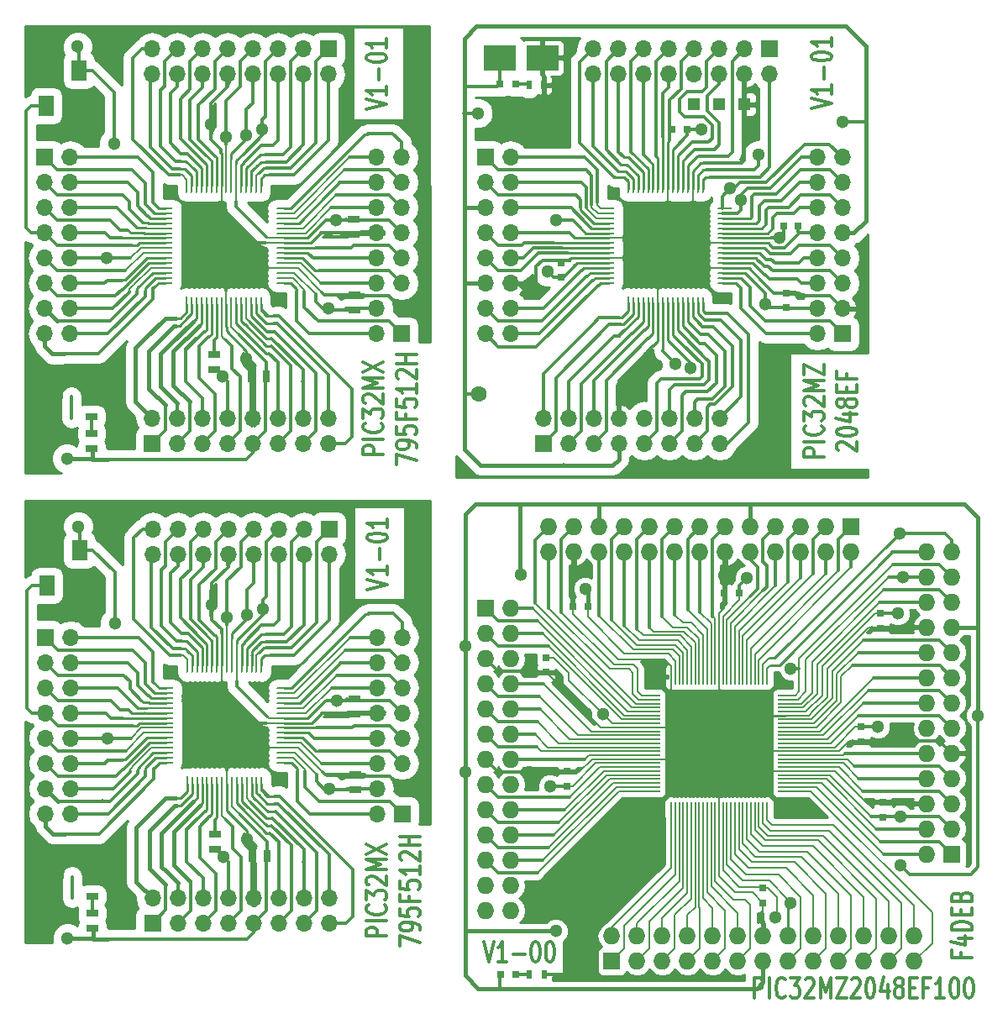
<source format=gtl>
G04 #@! TF.FileFunction,Copper,L1,Top,Signal*
%FSLAX46Y46*%
G04 Gerber Fmt 4.6, Leading zero omitted, Abs format (unit mm)*
G04 Created by KiCad (PCBNEW 4.0.5+dfsg1-4) date Mon Jun 11 22:34:57 2018*
%MOMM*%
%LPD*%
G01*
G04 APERTURE LIST*
%ADD10C,0.150000*%
%ADD11C,0.304800*%
%ADD12R,1.700000X1.700000*%
%ADD13O,1.700000X1.700000*%
%ADD14R,0.248920X1.524000*%
%ADD15O,0.248920X1.524000*%
%ADD16O,1.524000X0.248920*%
%ADD17R,1.524000X2.032000*%
%ADD18R,1.143000X0.635000*%
%ADD19R,0.635000X1.143000*%
%ADD20R,0.800000X0.800000*%
%ADD21R,0.500000X0.900000*%
%ADD22R,0.800000X0.750000*%
%ADD23R,0.750000X0.800000*%
%ADD24R,3.200000X2.500000*%
%ADD25R,1.300000X1.300000*%
%ADD26R,0.797560X0.797560*%
%ADD27R,0.200000X1.500000*%
%ADD28R,1.500000X0.200000*%
%ADD29R,1.727200X1.727200*%
%ADD30O,1.727200X1.727200*%
%ADD31C,1.300000*%
%ADD32C,1.600200*%
%ADD33C,0.350520*%
%ADD34C,0.203200*%
%ADD35C,0.398780*%
%ADD36C,0.248920*%
%ADD37C,0.231140*%
%ADD38C,0.299720*%
%ADD39C,0.254000*%
G04 APERTURE END LIST*
D10*
D11*
X146715238Y-128651000D02*
X144683238Y-128651000D01*
X144683238Y-128070428D01*
X144780000Y-127925286D01*
X144876762Y-127852714D01*
X145070286Y-127780143D01*
X145360571Y-127780143D01*
X145554095Y-127852714D01*
X145650857Y-127925286D01*
X145747619Y-128070428D01*
X145747619Y-128651000D01*
X146715238Y-127127000D02*
X144683238Y-127127000D01*
X146521714Y-125530429D02*
X146618476Y-125603000D01*
X146715238Y-125820714D01*
X146715238Y-125965857D01*
X146618476Y-126183572D01*
X146424952Y-126328714D01*
X146231429Y-126401286D01*
X145844381Y-126473857D01*
X145554095Y-126473857D01*
X145167048Y-126401286D01*
X144973524Y-126328714D01*
X144780000Y-126183572D01*
X144683238Y-125965857D01*
X144683238Y-125820714D01*
X144780000Y-125603000D01*
X144876762Y-125530429D01*
X144683238Y-125022429D02*
X144683238Y-124079000D01*
X145457333Y-124587000D01*
X145457333Y-124369286D01*
X145554095Y-124224143D01*
X145650857Y-124151572D01*
X145844381Y-124079000D01*
X146328190Y-124079000D01*
X146521714Y-124151572D01*
X146618476Y-124224143D01*
X146715238Y-124369286D01*
X146715238Y-124804714D01*
X146618476Y-124949857D01*
X146521714Y-125022429D01*
X144876762Y-123498428D02*
X144780000Y-123425857D01*
X144683238Y-123280714D01*
X144683238Y-122917857D01*
X144780000Y-122772714D01*
X144876762Y-122700143D01*
X145070286Y-122627571D01*
X145263810Y-122627571D01*
X145554095Y-122700143D01*
X146715238Y-123571000D01*
X146715238Y-122627571D01*
X146715238Y-121974428D02*
X144683238Y-121974428D01*
X146134667Y-121466428D01*
X144683238Y-120958428D01*
X146715238Y-120958428D01*
X144683238Y-120377857D02*
X146715238Y-119361857D01*
X144683238Y-119361857D02*
X146715238Y-120377857D01*
X148036038Y-129667001D02*
X148036038Y-128651001D01*
X150068038Y-129304144D01*
X150068038Y-127997857D02*
X150068038Y-127707572D01*
X149971276Y-127562429D01*
X149874514Y-127489857D01*
X149584229Y-127344715D01*
X149197181Y-127272143D01*
X148423086Y-127272143D01*
X148229562Y-127344715D01*
X148132800Y-127417286D01*
X148036038Y-127562429D01*
X148036038Y-127852715D01*
X148132800Y-127997857D01*
X148229562Y-128070429D01*
X148423086Y-128143000D01*
X148906895Y-128143000D01*
X149100419Y-128070429D01*
X149197181Y-127997857D01*
X149293943Y-127852715D01*
X149293943Y-127562429D01*
X149197181Y-127417286D01*
X149100419Y-127344715D01*
X148906895Y-127272143D01*
X148036038Y-125893286D02*
X148036038Y-126619000D01*
X149003657Y-126691571D01*
X148906895Y-126619000D01*
X148810133Y-126473857D01*
X148810133Y-126111000D01*
X148906895Y-125965857D01*
X149003657Y-125893286D01*
X149197181Y-125820714D01*
X149680990Y-125820714D01*
X149874514Y-125893286D01*
X149971276Y-125965857D01*
X150068038Y-126111000D01*
X150068038Y-126473857D01*
X149971276Y-126619000D01*
X149874514Y-126691571D01*
X149003657Y-124659571D02*
X149003657Y-125167571D01*
X150068038Y-125167571D02*
X148036038Y-125167571D01*
X148036038Y-124441857D01*
X148036038Y-123135571D02*
X148036038Y-123861285D01*
X149003657Y-123933856D01*
X148906895Y-123861285D01*
X148810133Y-123716142D01*
X148810133Y-123353285D01*
X148906895Y-123208142D01*
X149003657Y-123135571D01*
X149197181Y-123062999D01*
X149680990Y-123062999D01*
X149874514Y-123135571D01*
X149971276Y-123208142D01*
X150068038Y-123353285D01*
X150068038Y-123716142D01*
X149971276Y-123861285D01*
X149874514Y-123933856D01*
X150068038Y-121611570D02*
X150068038Y-122482427D01*
X150068038Y-122046999D02*
X148036038Y-122046999D01*
X148326324Y-122192142D01*
X148519848Y-122337284D01*
X148616610Y-122482427D01*
X148229562Y-121030998D02*
X148132800Y-120958427D01*
X148036038Y-120813284D01*
X148036038Y-120450427D01*
X148132800Y-120305284D01*
X148229562Y-120232713D01*
X148423086Y-120160141D01*
X148616610Y-120160141D01*
X148906895Y-120232713D01*
X150068038Y-121103570D01*
X150068038Y-120160141D01*
X150068038Y-119506998D02*
X148036038Y-119506998D01*
X149003657Y-119506998D02*
X149003657Y-118636141D01*
X150068038Y-118636141D02*
X148036038Y-118636141D01*
X144734038Y-93709672D02*
X146766038Y-93201672D01*
X144734038Y-92693672D01*
X146766038Y-91387386D02*
X146766038Y-92258243D01*
X146766038Y-91822815D02*
X144734038Y-91822815D01*
X145024324Y-91967958D01*
X145217848Y-92113100D01*
X145314610Y-92258243D01*
X145991943Y-90734243D02*
X145991943Y-89573100D01*
X144734038Y-88557100D02*
X144734038Y-88411957D01*
X144830800Y-88266814D01*
X144927562Y-88194243D01*
X145121086Y-88121672D01*
X145508133Y-88049100D01*
X145991943Y-88049100D01*
X146378990Y-88121672D01*
X146572514Y-88194243D01*
X146669276Y-88266814D01*
X146766038Y-88411957D01*
X146766038Y-88557100D01*
X146669276Y-88702243D01*
X146572514Y-88774814D01*
X146378990Y-88847386D01*
X145991943Y-88919957D01*
X145508133Y-88919957D01*
X145121086Y-88847386D01*
X144927562Y-88774814D01*
X144830800Y-88702243D01*
X144734038Y-88557100D01*
X146766038Y-86597671D02*
X146766038Y-87468528D01*
X146766038Y-87033100D02*
X144734038Y-87033100D01*
X145024324Y-87178243D01*
X145217848Y-87323385D01*
X145314610Y-87468528D01*
X156493028Y-129214638D02*
X157001028Y-131246638D01*
X157509028Y-129214638D01*
X158815314Y-131246638D02*
X157944457Y-131246638D01*
X158379885Y-131246638D02*
X158379885Y-129214638D01*
X158234742Y-129504924D01*
X158089600Y-129698448D01*
X157944457Y-129795210D01*
X159468457Y-130472543D02*
X160629600Y-130472543D01*
X161645600Y-129214638D02*
X161790743Y-129214638D01*
X161935886Y-129311400D01*
X162008457Y-129408162D01*
X162081028Y-129601686D01*
X162153600Y-129988733D01*
X162153600Y-130472543D01*
X162081028Y-130859590D01*
X162008457Y-131053114D01*
X161935886Y-131149876D01*
X161790743Y-131246638D01*
X161645600Y-131246638D01*
X161500457Y-131149876D01*
X161427886Y-131053114D01*
X161355314Y-130859590D01*
X161282743Y-130472543D01*
X161282743Y-129988733D01*
X161355314Y-129601686D01*
X161427886Y-129408162D01*
X161500457Y-129311400D01*
X161645600Y-129214638D01*
X163097029Y-129214638D02*
X163242172Y-129214638D01*
X163387315Y-129311400D01*
X163459886Y-129408162D01*
X163532457Y-129601686D01*
X163605029Y-129988733D01*
X163605029Y-130472543D01*
X163532457Y-130859590D01*
X163459886Y-131053114D01*
X163387315Y-131149876D01*
X163242172Y-131246638D01*
X163097029Y-131246638D01*
X162951886Y-131149876D01*
X162879315Y-131053114D01*
X162806743Y-130859590D01*
X162734172Y-130472543D01*
X162734172Y-129988733D01*
X162806743Y-129601686D01*
X162879315Y-129408162D01*
X162951886Y-129311400D01*
X163097029Y-129214638D01*
X183772627Y-134904238D02*
X183772627Y-132872238D01*
X184353199Y-132872238D01*
X184498341Y-132969000D01*
X184570913Y-133065762D01*
X184643484Y-133259286D01*
X184643484Y-133549571D01*
X184570913Y-133743095D01*
X184498341Y-133839857D01*
X184353199Y-133936619D01*
X183772627Y-133936619D01*
X185296627Y-134904238D02*
X185296627Y-132872238D01*
X186893198Y-134710714D02*
X186820627Y-134807476D01*
X186602913Y-134904238D01*
X186457770Y-134904238D01*
X186240055Y-134807476D01*
X186094913Y-134613952D01*
X186022341Y-134420429D01*
X185949770Y-134033381D01*
X185949770Y-133743095D01*
X186022341Y-133356048D01*
X186094913Y-133162524D01*
X186240055Y-132969000D01*
X186457770Y-132872238D01*
X186602913Y-132872238D01*
X186820627Y-132969000D01*
X186893198Y-133065762D01*
X187401198Y-132872238D02*
X188344627Y-132872238D01*
X187836627Y-133646333D01*
X188054341Y-133646333D01*
X188199484Y-133743095D01*
X188272055Y-133839857D01*
X188344627Y-134033381D01*
X188344627Y-134517190D01*
X188272055Y-134710714D01*
X188199484Y-134807476D01*
X188054341Y-134904238D01*
X187618913Y-134904238D01*
X187473770Y-134807476D01*
X187401198Y-134710714D01*
X188925199Y-133065762D02*
X188997770Y-132969000D01*
X189142913Y-132872238D01*
X189505770Y-132872238D01*
X189650913Y-132969000D01*
X189723484Y-133065762D01*
X189796056Y-133259286D01*
X189796056Y-133452810D01*
X189723484Y-133743095D01*
X188852627Y-134904238D01*
X189796056Y-134904238D01*
X190449199Y-134904238D02*
X190449199Y-132872238D01*
X190957199Y-134323667D01*
X191465199Y-132872238D01*
X191465199Y-134904238D01*
X192045770Y-132872238D02*
X193061770Y-132872238D01*
X192045770Y-134904238D01*
X193061770Y-134904238D01*
X193569771Y-133065762D02*
X193642342Y-132969000D01*
X193787485Y-132872238D01*
X194150342Y-132872238D01*
X194295485Y-132969000D01*
X194368056Y-133065762D01*
X194440628Y-133259286D01*
X194440628Y-133452810D01*
X194368056Y-133743095D01*
X193497199Y-134904238D01*
X194440628Y-134904238D01*
X195384057Y-132872238D02*
X195529200Y-132872238D01*
X195674343Y-132969000D01*
X195746914Y-133065762D01*
X195819485Y-133259286D01*
X195892057Y-133646333D01*
X195892057Y-134130143D01*
X195819485Y-134517190D01*
X195746914Y-134710714D01*
X195674343Y-134807476D01*
X195529200Y-134904238D01*
X195384057Y-134904238D01*
X195238914Y-134807476D01*
X195166343Y-134710714D01*
X195093771Y-134517190D01*
X195021200Y-134130143D01*
X195021200Y-133646333D01*
X195093771Y-133259286D01*
X195166343Y-133065762D01*
X195238914Y-132969000D01*
X195384057Y-132872238D01*
X197198343Y-133549571D02*
X197198343Y-134904238D01*
X196835486Y-132775476D02*
X196472629Y-134226905D01*
X197416057Y-134226905D01*
X198214343Y-133743095D02*
X198069201Y-133646333D01*
X197996629Y-133549571D01*
X197924058Y-133356048D01*
X197924058Y-133259286D01*
X197996629Y-133065762D01*
X198069201Y-132969000D01*
X198214343Y-132872238D01*
X198504629Y-132872238D01*
X198649772Y-132969000D01*
X198722343Y-133065762D01*
X198794915Y-133259286D01*
X198794915Y-133356048D01*
X198722343Y-133549571D01*
X198649772Y-133646333D01*
X198504629Y-133743095D01*
X198214343Y-133743095D01*
X198069201Y-133839857D01*
X197996629Y-133936619D01*
X197924058Y-134130143D01*
X197924058Y-134517190D01*
X197996629Y-134710714D01*
X198069201Y-134807476D01*
X198214343Y-134904238D01*
X198504629Y-134904238D01*
X198649772Y-134807476D01*
X198722343Y-134710714D01*
X198794915Y-134517190D01*
X198794915Y-134130143D01*
X198722343Y-133936619D01*
X198649772Y-133839857D01*
X198504629Y-133743095D01*
X199448058Y-133839857D02*
X199956058Y-133839857D01*
X200173772Y-134904238D02*
X199448058Y-134904238D01*
X199448058Y-132872238D01*
X200173772Y-132872238D01*
X201334915Y-133839857D02*
X200826915Y-133839857D01*
X200826915Y-134904238D02*
X200826915Y-132872238D01*
X201552629Y-132872238D01*
X202931487Y-134904238D02*
X202060630Y-134904238D01*
X202496058Y-134904238D02*
X202496058Y-132872238D01*
X202350915Y-133162524D01*
X202205773Y-133356048D01*
X202060630Y-133452810D01*
X203874916Y-132872238D02*
X204020059Y-132872238D01*
X204165202Y-132969000D01*
X204237773Y-133065762D01*
X204310344Y-133259286D01*
X204382916Y-133646333D01*
X204382916Y-134130143D01*
X204310344Y-134517190D01*
X204237773Y-134710714D01*
X204165202Y-134807476D01*
X204020059Y-134904238D01*
X203874916Y-134904238D01*
X203729773Y-134807476D01*
X203657202Y-134710714D01*
X203584630Y-134517190D01*
X203512059Y-134130143D01*
X203512059Y-133646333D01*
X203584630Y-133259286D01*
X203657202Y-133065762D01*
X203729773Y-132969000D01*
X203874916Y-132872238D01*
X205326345Y-132872238D02*
X205471488Y-132872238D01*
X205616631Y-132969000D01*
X205689202Y-133065762D01*
X205761773Y-133259286D01*
X205834345Y-133646333D01*
X205834345Y-134130143D01*
X205761773Y-134517190D01*
X205689202Y-134710714D01*
X205616631Y-134807476D01*
X205471488Y-134904238D01*
X205326345Y-134904238D01*
X205181202Y-134807476D01*
X205108631Y-134710714D01*
X205036059Y-134517190D01*
X204963488Y-134130143D01*
X204963488Y-133646333D01*
X205036059Y-133259286D01*
X205108631Y-133065762D01*
X205181202Y-132969000D01*
X205326345Y-132872238D01*
X204629657Y-130305629D02*
X204629657Y-130813629D01*
X205694038Y-130813629D02*
X203662038Y-130813629D01*
X203662038Y-130087915D01*
X204339371Y-128854200D02*
X205694038Y-128854200D01*
X203565276Y-129217057D02*
X205016705Y-129579914D01*
X205016705Y-128636486D01*
X205694038Y-128055914D02*
X203662038Y-128055914D01*
X203662038Y-127693057D01*
X203758800Y-127475342D01*
X203952324Y-127330200D01*
X204145848Y-127257628D01*
X204532895Y-127185057D01*
X204823181Y-127185057D01*
X205210229Y-127257628D01*
X205403752Y-127330200D01*
X205597276Y-127475342D01*
X205694038Y-127693057D01*
X205694038Y-128055914D01*
X204629657Y-126531914D02*
X204629657Y-126023914D01*
X205694038Y-125806200D02*
X205694038Y-126531914D01*
X203662038Y-126531914D01*
X203662038Y-125806200D01*
X204629657Y-124645057D02*
X204726419Y-124427343D01*
X204823181Y-124354771D01*
X205016705Y-124282200D01*
X205306990Y-124282200D01*
X205500514Y-124354771D01*
X205597276Y-124427343D01*
X205694038Y-124572485D01*
X205694038Y-125153057D01*
X203662038Y-125153057D01*
X203662038Y-124645057D01*
X203758800Y-124499914D01*
X203855562Y-124427343D01*
X204049086Y-124354771D01*
X204242610Y-124354771D01*
X204436133Y-124427343D01*
X204532895Y-124499914D01*
X204629657Y-124645057D01*
X204629657Y-125153057D01*
X190758838Y-80327500D02*
X188726838Y-80327500D01*
X188726838Y-79746928D01*
X188823600Y-79601786D01*
X188920362Y-79529214D01*
X189113886Y-79456643D01*
X189404171Y-79456643D01*
X189597695Y-79529214D01*
X189694457Y-79601786D01*
X189791219Y-79746928D01*
X189791219Y-80327500D01*
X190758838Y-78803500D02*
X188726838Y-78803500D01*
X190565314Y-77206929D02*
X190662076Y-77279500D01*
X190758838Y-77497214D01*
X190758838Y-77642357D01*
X190662076Y-77860072D01*
X190468552Y-78005214D01*
X190275029Y-78077786D01*
X189887981Y-78150357D01*
X189597695Y-78150357D01*
X189210648Y-78077786D01*
X189017124Y-78005214D01*
X188823600Y-77860072D01*
X188726838Y-77642357D01*
X188726838Y-77497214D01*
X188823600Y-77279500D01*
X188920362Y-77206929D01*
X188726838Y-76698929D02*
X188726838Y-75755500D01*
X189500933Y-76263500D01*
X189500933Y-76045786D01*
X189597695Y-75900643D01*
X189694457Y-75828072D01*
X189887981Y-75755500D01*
X190371790Y-75755500D01*
X190565314Y-75828072D01*
X190662076Y-75900643D01*
X190758838Y-76045786D01*
X190758838Y-76481214D01*
X190662076Y-76626357D01*
X190565314Y-76698929D01*
X188920362Y-75174928D02*
X188823600Y-75102357D01*
X188726838Y-74957214D01*
X188726838Y-74594357D01*
X188823600Y-74449214D01*
X188920362Y-74376643D01*
X189113886Y-74304071D01*
X189307410Y-74304071D01*
X189597695Y-74376643D01*
X190758838Y-75247500D01*
X190758838Y-74304071D01*
X190758838Y-73650928D02*
X188726838Y-73650928D01*
X190178267Y-73142928D01*
X188726838Y-72634928D01*
X190758838Y-72634928D01*
X188726838Y-72054357D02*
X188726838Y-71038357D01*
X190758838Y-72054357D01*
X190758838Y-71038357D01*
X192273162Y-79710643D02*
X192176400Y-79638072D01*
X192079638Y-79492929D01*
X192079638Y-79130072D01*
X192176400Y-78984929D01*
X192273162Y-78912358D01*
X192466686Y-78839786D01*
X192660210Y-78839786D01*
X192950495Y-78912358D01*
X194111638Y-79783215D01*
X194111638Y-78839786D01*
X192079638Y-77896357D02*
X192079638Y-77751214D01*
X192176400Y-77606071D01*
X192273162Y-77533500D01*
X192466686Y-77460929D01*
X192853733Y-77388357D01*
X193337543Y-77388357D01*
X193724590Y-77460929D01*
X193918114Y-77533500D01*
X194014876Y-77606071D01*
X194111638Y-77751214D01*
X194111638Y-77896357D01*
X194014876Y-78041500D01*
X193918114Y-78114071D01*
X193724590Y-78186643D01*
X193337543Y-78259214D01*
X192853733Y-78259214D01*
X192466686Y-78186643D01*
X192273162Y-78114071D01*
X192176400Y-78041500D01*
X192079638Y-77896357D01*
X192756971Y-76082071D02*
X194111638Y-76082071D01*
X191982876Y-76444928D02*
X193434305Y-76807785D01*
X193434305Y-75864357D01*
X192950495Y-75066071D02*
X192853733Y-75211213D01*
X192756971Y-75283785D01*
X192563448Y-75356356D01*
X192466686Y-75356356D01*
X192273162Y-75283785D01*
X192176400Y-75211213D01*
X192079638Y-75066071D01*
X192079638Y-74775785D01*
X192176400Y-74630642D01*
X192273162Y-74558071D01*
X192466686Y-74485499D01*
X192563448Y-74485499D01*
X192756971Y-74558071D01*
X192853733Y-74630642D01*
X192950495Y-74775785D01*
X192950495Y-75066071D01*
X193047257Y-75211213D01*
X193144019Y-75283785D01*
X193337543Y-75356356D01*
X193724590Y-75356356D01*
X193918114Y-75283785D01*
X194014876Y-75211213D01*
X194111638Y-75066071D01*
X194111638Y-74775785D01*
X194014876Y-74630642D01*
X193918114Y-74558071D01*
X193724590Y-74485499D01*
X193337543Y-74485499D01*
X193144019Y-74558071D01*
X193047257Y-74630642D01*
X192950495Y-74775785D01*
X193047257Y-73832356D02*
X193047257Y-73324356D01*
X194111638Y-73106642D02*
X194111638Y-73832356D01*
X192079638Y-73832356D01*
X192079638Y-73106642D01*
X193047257Y-71945499D02*
X193047257Y-72453499D01*
X194111638Y-72453499D02*
X192079638Y-72453499D01*
X192079638Y-71727785D01*
X189514238Y-45221072D02*
X191546238Y-44713072D01*
X189514238Y-44205072D01*
X191546238Y-42898786D02*
X191546238Y-43769643D01*
X191546238Y-43334215D02*
X189514238Y-43334215D01*
X189804524Y-43479358D01*
X189998048Y-43624500D01*
X190094810Y-43769643D01*
X190772143Y-42245643D02*
X190772143Y-41084500D01*
X189514238Y-40068500D02*
X189514238Y-39923357D01*
X189611000Y-39778214D01*
X189707762Y-39705643D01*
X189901286Y-39633072D01*
X190288333Y-39560500D01*
X190772143Y-39560500D01*
X191159190Y-39633072D01*
X191352714Y-39705643D01*
X191449476Y-39778214D01*
X191546238Y-39923357D01*
X191546238Y-40068500D01*
X191449476Y-40213643D01*
X191352714Y-40286214D01*
X191159190Y-40358786D01*
X190772143Y-40431357D01*
X190288333Y-40431357D01*
X189901286Y-40358786D01*
X189707762Y-40286214D01*
X189611000Y-40213643D01*
X189514238Y-40068500D01*
X191546238Y-38109071D02*
X191546238Y-38979928D01*
X191546238Y-38544500D02*
X189514238Y-38544500D01*
X189804524Y-38689643D01*
X189998048Y-38834785D01*
X190094810Y-38979928D01*
X146372338Y-80073500D02*
X144340338Y-80073500D01*
X144340338Y-79492928D01*
X144437100Y-79347786D01*
X144533862Y-79275214D01*
X144727386Y-79202643D01*
X145017671Y-79202643D01*
X145211195Y-79275214D01*
X145307957Y-79347786D01*
X145404719Y-79492928D01*
X145404719Y-80073500D01*
X146372338Y-78549500D02*
X144340338Y-78549500D01*
X146178814Y-76952929D02*
X146275576Y-77025500D01*
X146372338Y-77243214D01*
X146372338Y-77388357D01*
X146275576Y-77606072D01*
X146082052Y-77751214D01*
X145888529Y-77823786D01*
X145501481Y-77896357D01*
X145211195Y-77896357D01*
X144824148Y-77823786D01*
X144630624Y-77751214D01*
X144437100Y-77606072D01*
X144340338Y-77388357D01*
X144340338Y-77243214D01*
X144437100Y-77025500D01*
X144533862Y-76952929D01*
X144340338Y-76444929D02*
X144340338Y-75501500D01*
X145114433Y-76009500D01*
X145114433Y-75791786D01*
X145211195Y-75646643D01*
X145307957Y-75574072D01*
X145501481Y-75501500D01*
X145985290Y-75501500D01*
X146178814Y-75574072D01*
X146275576Y-75646643D01*
X146372338Y-75791786D01*
X146372338Y-76227214D01*
X146275576Y-76372357D01*
X146178814Y-76444929D01*
X144533862Y-74920928D02*
X144437100Y-74848357D01*
X144340338Y-74703214D01*
X144340338Y-74340357D01*
X144437100Y-74195214D01*
X144533862Y-74122643D01*
X144727386Y-74050071D01*
X144920910Y-74050071D01*
X145211195Y-74122643D01*
X146372338Y-74993500D01*
X146372338Y-74050071D01*
X146372338Y-73396928D02*
X144340338Y-73396928D01*
X145791767Y-72888928D01*
X144340338Y-72380928D01*
X146372338Y-72380928D01*
X144340338Y-71800357D02*
X146372338Y-70784357D01*
X144340338Y-70784357D02*
X146372338Y-71800357D01*
X147693138Y-81089501D02*
X147693138Y-80073501D01*
X149725138Y-80726644D01*
X149725138Y-79420357D02*
X149725138Y-79130072D01*
X149628376Y-78984929D01*
X149531614Y-78912357D01*
X149241329Y-78767215D01*
X148854281Y-78694643D01*
X148080186Y-78694643D01*
X147886662Y-78767215D01*
X147789900Y-78839786D01*
X147693138Y-78984929D01*
X147693138Y-79275215D01*
X147789900Y-79420357D01*
X147886662Y-79492929D01*
X148080186Y-79565500D01*
X148563995Y-79565500D01*
X148757519Y-79492929D01*
X148854281Y-79420357D01*
X148951043Y-79275215D01*
X148951043Y-78984929D01*
X148854281Y-78839786D01*
X148757519Y-78767215D01*
X148563995Y-78694643D01*
X147693138Y-77315786D02*
X147693138Y-78041500D01*
X148660757Y-78114071D01*
X148563995Y-78041500D01*
X148467233Y-77896357D01*
X148467233Y-77533500D01*
X148563995Y-77388357D01*
X148660757Y-77315786D01*
X148854281Y-77243214D01*
X149338090Y-77243214D01*
X149531614Y-77315786D01*
X149628376Y-77388357D01*
X149725138Y-77533500D01*
X149725138Y-77896357D01*
X149628376Y-78041500D01*
X149531614Y-78114071D01*
X148660757Y-76082071D02*
X148660757Y-76590071D01*
X149725138Y-76590071D02*
X147693138Y-76590071D01*
X147693138Y-75864357D01*
X147693138Y-74558071D02*
X147693138Y-75283785D01*
X148660757Y-75356356D01*
X148563995Y-75283785D01*
X148467233Y-75138642D01*
X148467233Y-74775785D01*
X148563995Y-74630642D01*
X148660757Y-74558071D01*
X148854281Y-74485499D01*
X149338090Y-74485499D01*
X149531614Y-74558071D01*
X149628376Y-74630642D01*
X149725138Y-74775785D01*
X149725138Y-75138642D01*
X149628376Y-75283785D01*
X149531614Y-75356356D01*
X149725138Y-73034070D02*
X149725138Y-73904927D01*
X149725138Y-73469499D02*
X147693138Y-73469499D01*
X147983424Y-73614642D01*
X148176948Y-73759784D01*
X148273710Y-73904927D01*
X147886662Y-72453498D02*
X147789900Y-72380927D01*
X147693138Y-72235784D01*
X147693138Y-71872927D01*
X147789900Y-71727784D01*
X147886662Y-71655213D01*
X148080186Y-71582641D01*
X148273710Y-71582641D01*
X148563995Y-71655213D01*
X149725138Y-72526070D01*
X149725138Y-71582641D01*
X149725138Y-70929498D02*
X147693138Y-70929498D01*
X148660757Y-70929498D02*
X148660757Y-70058641D01*
X149725138Y-70058641D02*
X147693138Y-70058641D01*
X144683238Y-45348072D02*
X146715238Y-44840072D01*
X144683238Y-44332072D01*
X146715238Y-43025786D02*
X146715238Y-43896643D01*
X146715238Y-43461215D02*
X144683238Y-43461215D01*
X144973524Y-43606358D01*
X145167048Y-43751500D01*
X145263810Y-43896643D01*
X145941143Y-42372643D02*
X145941143Y-41211500D01*
X144683238Y-40195500D02*
X144683238Y-40050357D01*
X144780000Y-39905214D01*
X144876762Y-39832643D01*
X145070286Y-39760072D01*
X145457333Y-39687500D01*
X145941143Y-39687500D01*
X146328190Y-39760072D01*
X146521714Y-39832643D01*
X146618476Y-39905214D01*
X146715238Y-40050357D01*
X146715238Y-40195500D01*
X146618476Y-40340643D01*
X146521714Y-40413214D01*
X146328190Y-40485786D01*
X145941143Y-40558357D01*
X145457333Y-40558357D01*
X145070286Y-40485786D01*
X144876762Y-40413214D01*
X144780000Y-40340643D01*
X144683238Y-40195500D01*
X146715238Y-38236071D02*
X146715238Y-39106928D01*
X146715238Y-38671500D02*
X144683238Y-38671500D01*
X144973524Y-38816643D01*
X145167048Y-38961785D01*
X145263810Y-39106928D01*
D12*
X112318800Y-98526600D03*
D13*
X114858800Y-98526600D03*
X112318800Y-101066600D03*
X114858800Y-101066600D03*
X112318800Y-103606600D03*
X114858800Y-103606600D03*
X112318800Y-106146600D03*
X114858800Y-106146600D03*
X112318800Y-108686600D03*
X114858800Y-108686600D03*
X112318800Y-111226600D03*
X114858800Y-111226600D03*
X112318800Y-113766600D03*
X114858800Y-113766600D03*
X112318800Y-116306600D03*
X114858800Y-116306600D03*
D12*
X123113800Y-127355600D03*
D13*
X123113800Y-124815600D03*
X125653800Y-127355600D03*
X125653800Y-124815600D03*
X128193800Y-127355600D03*
X128193800Y-124815600D03*
X130733800Y-127355600D03*
X130733800Y-124815600D03*
X133273800Y-127355600D03*
X133273800Y-124815600D03*
X135813800Y-127355600D03*
X135813800Y-124815600D03*
X138353800Y-127355600D03*
X138353800Y-124815600D03*
X140893800Y-127355600D03*
X140893800Y-124815600D03*
D12*
X148259800Y-116306600D03*
D13*
X145719800Y-116306600D03*
X148259800Y-113766600D03*
X145719800Y-113766600D03*
X148259800Y-111226600D03*
X145719800Y-111226600D03*
X148259800Y-108686600D03*
X145719800Y-108686600D03*
X148259800Y-106146600D03*
X145719800Y-106146600D03*
X148259800Y-103606600D03*
X145719800Y-103606600D03*
X148259800Y-101066600D03*
X145719800Y-101066600D03*
X148259800Y-98526600D03*
X145719800Y-98526600D03*
D12*
X140893800Y-87604600D03*
D13*
X140893800Y-90144600D03*
X138353800Y-87604600D03*
X138353800Y-90144600D03*
X135813800Y-87604600D03*
X135813800Y-90144600D03*
X133273800Y-87604600D03*
X133273800Y-90144600D03*
X130733800Y-87604600D03*
X130733800Y-90144600D03*
X128193800Y-87604600D03*
X128193800Y-90144600D03*
X125653800Y-87604600D03*
X125653800Y-90144600D03*
X123113800Y-87604600D03*
X123113800Y-90144600D03*
D14*
X126603760Y-113286540D03*
D15*
X127104140Y-113286540D03*
X127604520Y-113286540D03*
X128104900Y-113286540D03*
X128605280Y-113286540D03*
X129103120Y-113286540D03*
X129603500Y-113286540D03*
X130103880Y-113286540D03*
X130604260Y-113286540D03*
X131104640Y-113286540D03*
X131605020Y-113286540D03*
X132102860Y-113286540D03*
X132603240Y-113286540D03*
X133103620Y-113286540D03*
X133604000Y-113286540D03*
X134104380Y-113286540D03*
D16*
X136385300Y-111165640D03*
X136385300Y-110665260D03*
X136385300Y-110164880D03*
X136385300Y-109664500D03*
X136385300Y-109164120D03*
X136385300Y-108666280D03*
X136385300Y-108165900D03*
X136385300Y-107665520D03*
X136385300Y-107165140D03*
X136385300Y-106664760D03*
X136385300Y-106164380D03*
X136385300Y-105666540D03*
X136385300Y-105166160D03*
X136385300Y-104665780D03*
X136385300Y-104165400D03*
X136385300Y-103665020D03*
D15*
X134104380Y-101384100D03*
X133604000Y-101384100D03*
X133103620Y-101384100D03*
X132603240Y-101384100D03*
X132102860Y-101384100D03*
X131605020Y-101384100D03*
X131104640Y-101384100D03*
X130604260Y-101384100D03*
X130103880Y-101384100D03*
X129603500Y-101384100D03*
X129103120Y-101384100D03*
X128605280Y-101384100D03*
X128104900Y-101384100D03*
X127604520Y-101384100D03*
X127104140Y-101384100D03*
X126603760Y-101384100D03*
D16*
X124482860Y-103665020D03*
X124482860Y-104165400D03*
X124482860Y-105166160D03*
X124465080Y-104665780D03*
X124482860Y-105666540D03*
X124482860Y-106164380D03*
X124482860Y-106664760D03*
X124482860Y-107165140D03*
X124482860Y-107665520D03*
X124482860Y-108165900D03*
X124482860Y-108658660D03*
X124482860Y-109159040D03*
X124482860Y-109659420D03*
X124482860Y-110159800D03*
X124482860Y-110657640D03*
X124482860Y-111158020D03*
D17*
X115747800Y-89763600D03*
X112445800Y-89763600D03*
X112445800Y-93319600D03*
X115747800Y-93319600D03*
D18*
X117017800Y-124625100D03*
X117017800Y-123101100D03*
X129400300Y-118402100D03*
X129400300Y-119926100D03*
D19*
X134670800Y-120561100D03*
X133146800Y-120561100D03*
D18*
X143433800Y-104749600D03*
X143433800Y-106273600D03*
X117017800Y-127863600D03*
X117017800Y-126339600D03*
X143560800Y-113893600D03*
X143560800Y-112369600D03*
D12*
X162496500Y-78994000D03*
D13*
X162496500Y-76454000D03*
X165036500Y-78994000D03*
X165036500Y-76454000D03*
X167576500Y-78994000D03*
X167576500Y-76454000D03*
X170116500Y-78994000D03*
X170116500Y-76454000D03*
X172656500Y-78994000D03*
X172656500Y-76454000D03*
X175196500Y-78994000D03*
X175196500Y-76454000D03*
X177736500Y-78994000D03*
X177736500Y-76454000D03*
X180276500Y-78994000D03*
X180276500Y-76454000D03*
D14*
X171066460Y-64924940D03*
D15*
X171566840Y-64924940D03*
X172067220Y-64924940D03*
X172567600Y-64924940D03*
X173067980Y-64924940D03*
X173565820Y-64924940D03*
X174066200Y-64924940D03*
X174566580Y-64924940D03*
X175066960Y-64924940D03*
X175567340Y-64924940D03*
X176067720Y-64924940D03*
X176565560Y-64924940D03*
X177065940Y-64924940D03*
X177566320Y-64924940D03*
X178066700Y-64924940D03*
X178567080Y-64924940D03*
D16*
X180848000Y-62804040D03*
X180848000Y-62303660D03*
X180848000Y-61803280D03*
X180848000Y-61302900D03*
X180848000Y-60802520D03*
X180848000Y-60304680D03*
X180848000Y-59804300D03*
X180848000Y-59303920D03*
X180848000Y-58803540D03*
X180848000Y-58303160D03*
X180848000Y-57802780D03*
X180848000Y-57304940D03*
X180848000Y-56804560D03*
X180848000Y-56304180D03*
X180848000Y-55803800D03*
X180848000Y-55303420D03*
D15*
X178567080Y-53022500D03*
X178066700Y-53022500D03*
X177566320Y-53022500D03*
X177065940Y-53022500D03*
X176565560Y-53022500D03*
X176067720Y-53022500D03*
X175567340Y-53022500D03*
X175066960Y-53022500D03*
X174566580Y-53022500D03*
X174066200Y-53022500D03*
X173565820Y-53022500D03*
X173067980Y-53022500D03*
X172567600Y-53022500D03*
X172067220Y-53022500D03*
X171566840Y-53022500D03*
X171066460Y-53022500D03*
D16*
X168945560Y-55303420D03*
X168945560Y-55803800D03*
X168945560Y-56804560D03*
X168927780Y-56304180D03*
X168945560Y-57304940D03*
X168945560Y-57802780D03*
X168945560Y-58303160D03*
X168945560Y-58803540D03*
X168945560Y-59303920D03*
X168945560Y-59804300D03*
X168945560Y-60297060D03*
X168945560Y-60797440D03*
X168945560Y-61297820D03*
X168945560Y-61798200D03*
X168945560Y-62296040D03*
X168945560Y-62796420D03*
D18*
X143510000Y-65532000D03*
X143510000Y-64008000D03*
X116967000Y-79502000D03*
X116967000Y-77978000D03*
X143383000Y-56388000D03*
X143383000Y-57912000D03*
D19*
X134620000Y-72199500D03*
X133096000Y-72199500D03*
D18*
X129349500Y-70040500D03*
X129349500Y-71564500D03*
X116967000Y-76263500D03*
X116967000Y-74739500D03*
D17*
X112395000Y-44958000D03*
X115697000Y-44958000D03*
X115697000Y-41402000D03*
X112395000Y-41402000D03*
D14*
X126552960Y-64924940D03*
D15*
X127053340Y-64924940D03*
X127553720Y-64924940D03*
X128054100Y-64924940D03*
X128554480Y-64924940D03*
X129052320Y-64924940D03*
X129552700Y-64924940D03*
X130053080Y-64924940D03*
X130553460Y-64924940D03*
X131053840Y-64924940D03*
X131554220Y-64924940D03*
X132052060Y-64924940D03*
X132552440Y-64924940D03*
X133052820Y-64924940D03*
X133553200Y-64924940D03*
X134053580Y-64924940D03*
D16*
X136334500Y-62804040D03*
X136334500Y-62303660D03*
X136334500Y-61803280D03*
X136334500Y-61302900D03*
X136334500Y-60802520D03*
X136334500Y-60304680D03*
X136334500Y-59804300D03*
X136334500Y-59303920D03*
X136334500Y-58803540D03*
X136334500Y-58303160D03*
X136334500Y-57802780D03*
X136334500Y-57304940D03*
X136334500Y-56804560D03*
X136334500Y-56304180D03*
X136334500Y-55803800D03*
X136334500Y-55303420D03*
D15*
X134053580Y-53022500D03*
X133553200Y-53022500D03*
X133052820Y-53022500D03*
X132552440Y-53022500D03*
X132052060Y-53022500D03*
X131554220Y-53022500D03*
X131053840Y-53022500D03*
X130553460Y-53022500D03*
X130053080Y-53022500D03*
X129552700Y-53022500D03*
X129052320Y-53022500D03*
X128554480Y-53022500D03*
X128054100Y-53022500D03*
X127553720Y-53022500D03*
X127053340Y-53022500D03*
X126552960Y-53022500D03*
D16*
X124432060Y-55303420D03*
X124432060Y-55803800D03*
X124432060Y-56804560D03*
X124414280Y-56304180D03*
X124432060Y-57304940D03*
X124432060Y-57802780D03*
X124432060Y-58303160D03*
X124432060Y-58803540D03*
X124432060Y-59303920D03*
X124432060Y-59804300D03*
X124432060Y-60297060D03*
X124432060Y-60797440D03*
X124432060Y-61297820D03*
X124432060Y-61798200D03*
X124432060Y-62296040D03*
X124432060Y-62796420D03*
D20*
X159740500Y-42799000D03*
X158140500Y-42799000D03*
D21*
X161048000Y-42862500D03*
X162548000Y-42862500D03*
D22*
X175462500Y-47307500D03*
X176962500Y-47307500D03*
D23*
X164274500Y-60781500D03*
X164274500Y-62281500D03*
D22*
X188202000Y-57086500D03*
X186702000Y-57086500D03*
D24*
X158124000Y-40132000D03*
X162424000Y-40132000D03*
D23*
X187007500Y-63829500D03*
X187007500Y-65329500D03*
D25*
X177673000Y-44831000D03*
X180213000Y-44831000D03*
X182753000Y-44831000D03*
D12*
X156654500Y-50165000D03*
D13*
X159194500Y-50165000D03*
X156654500Y-52705000D03*
X159194500Y-52705000D03*
X156654500Y-55245000D03*
X159194500Y-55245000D03*
X156654500Y-57785000D03*
X159194500Y-57785000D03*
X156654500Y-60325000D03*
X159194500Y-60325000D03*
X156654500Y-62865000D03*
X159194500Y-62865000D03*
X156654500Y-65405000D03*
X159194500Y-65405000D03*
X156654500Y-67945000D03*
X159194500Y-67945000D03*
D12*
X185293000Y-39243000D03*
D13*
X185293000Y-41783000D03*
X182753000Y-39243000D03*
X182753000Y-41783000D03*
X180213000Y-39243000D03*
X180213000Y-41783000D03*
X177673000Y-39243000D03*
X177673000Y-41783000D03*
X175133000Y-39243000D03*
X175133000Y-41783000D03*
X172593000Y-39243000D03*
X172593000Y-41783000D03*
X170053000Y-39243000D03*
X170053000Y-41783000D03*
X167513000Y-39243000D03*
X167513000Y-41783000D03*
D12*
X192659000Y-67945000D03*
D13*
X190119000Y-67945000D03*
X192659000Y-65405000D03*
X190119000Y-65405000D03*
X192659000Y-62865000D03*
X190119000Y-62865000D03*
X192659000Y-60325000D03*
X190119000Y-60325000D03*
X192659000Y-57785000D03*
X190119000Y-57785000D03*
X192659000Y-55245000D03*
X190119000Y-55245000D03*
X192659000Y-52705000D03*
X190119000Y-52705000D03*
X192659000Y-50165000D03*
X190119000Y-50165000D03*
D12*
X140843000Y-39243000D03*
D13*
X140843000Y-41783000D03*
X138303000Y-39243000D03*
X138303000Y-41783000D03*
X135763000Y-39243000D03*
X135763000Y-41783000D03*
X133223000Y-39243000D03*
X133223000Y-41783000D03*
X130683000Y-39243000D03*
X130683000Y-41783000D03*
X128143000Y-39243000D03*
X128143000Y-41783000D03*
X125603000Y-39243000D03*
X125603000Y-41783000D03*
X123063000Y-39243000D03*
X123063000Y-41783000D03*
D12*
X148209000Y-67945000D03*
D13*
X145669000Y-67945000D03*
X148209000Y-65405000D03*
X145669000Y-65405000D03*
X148209000Y-62865000D03*
X145669000Y-62865000D03*
X148209000Y-60325000D03*
X145669000Y-60325000D03*
X148209000Y-57785000D03*
X145669000Y-57785000D03*
X148209000Y-55245000D03*
X145669000Y-55245000D03*
X148209000Y-52705000D03*
X145669000Y-52705000D03*
X148209000Y-50165000D03*
X145669000Y-50165000D03*
D12*
X123063000Y-78994000D03*
D13*
X123063000Y-76454000D03*
X125603000Y-78994000D03*
X125603000Y-76454000D03*
X128143000Y-78994000D03*
X128143000Y-76454000D03*
X130683000Y-78994000D03*
X130683000Y-76454000D03*
X133223000Y-78994000D03*
X133223000Y-76454000D03*
X135763000Y-78994000D03*
X135763000Y-76454000D03*
X138303000Y-78994000D03*
X138303000Y-76454000D03*
X140843000Y-78994000D03*
X140843000Y-76454000D03*
D12*
X112268000Y-50165000D03*
D13*
X114808000Y-50165000D03*
X112268000Y-52705000D03*
X114808000Y-52705000D03*
X112268000Y-55245000D03*
X114808000Y-55245000D03*
X112268000Y-57785000D03*
X114808000Y-57785000D03*
X112268000Y-60325000D03*
X114808000Y-60325000D03*
X112268000Y-62865000D03*
X114808000Y-62865000D03*
X112268000Y-65405000D03*
X114808000Y-65405000D03*
X112268000Y-67945000D03*
X114808000Y-67945000D03*
D23*
X196697600Y-116650200D03*
X196697600Y-115150200D03*
D26*
X159702500Y-132511800D03*
X158203900Y-132511800D03*
D21*
X161098800Y-132511800D03*
X162598800Y-132511800D03*
D27*
X175413000Y-115920000D03*
X175813000Y-115920000D03*
X176213000Y-115920000D03*
X176613000Y-115920000D03*
X177013000Y-115920000D03*
X177413000Y-115920000D03*
X177813000Y-115920000D03*
X178213000Y-115920000D03*
X178613000Y-115920000D03*
X179013000Y-115920000D03*
X179413000Y-115920000D03*
X179813000Y-115920000D03*
X180213000Y-115920000D03*
X180613000Y-115920000D03*
X181013000Y-115920000D03*
X181413000Y-115920000D03*
X181813000Y-115920000D03*
X182213000Y-115920000D03*
X182613000Y-115920000D03*
X183013000Y-115920000D03*
X183413000Y-115920000D03*
X183813000Y-115920000D03*
X184213000Y-115920000D03*
X184613000Y-115920000D03*
X185013000Y-115920000D03*
D28*
X186913000Y-114020000D03*
X186913000Y-113620000D03*
X186913000Y-113220000D03*
X186913000Y-112820000D03*
X186913000Y-112420000D03*
X186913000Y-112020000D03*
X186913000Y-111620000D03*
X186913000Y-111220000D03*
X186913000Y-110820000D03*
X186913000Y-110420000D03*
X186913000Y-110020000D03*
X186913000Y-109620000D03*
X186913000Y-109220000D03*
X186913000Y-108820000D03*
X186913000Y-108420000D03*
X186913000Y-108020000D03*
X186913000Y-107620000D03*
X186913000Y-107220000D03*
X186913000Y-106820000D03*
X186913000Y-106420000D03*
X186913000Y-106020000D03*
X186913000Y-105620000D03*
X186913000Y-105220000D03*
X186913000Y-104820000D03*
X186913000Y-104420000D03*
D27*
X185013000Y-102520000D03*
X184613000Y-102520000D03*
X184213000Y-102520000D03*
X183813000Y-102520000D03*
X183413000Y-102520000D03*
X183013000Y-102520000D03*
X182613000Y-102520000D03*
X182213000Y-102520000D03*
X181813000Y-102520000D03*
X181413000Y-102520000D03*
X181013000Y-102520000D03*
X180613000Y-102520000D03*
X180213000Y-102520000D03*
X179813000Y-102520000D03*
X179413000Y-102520000D03*
X179013000Y-102520000D03*
X178613000Y-102520000D03*
X178213000Y-102520000D03*
X177813000Y-102520000D03*
X177413000Y-102520000D03*
X177013000Y-102520000D03*
X176613000Y-102520000D03*
X176213000Y-102520000D03*
X175813000Y-102520000D03*
X175413000Y-102520000D03*
D28*
X173513000Y-104420000D03*
X173513000Y-104820000D03*
X173513000Y-105220000D03*
X173513000Y-105620000D03*
X173513000Y-106020000D03*
X173513000Y-106420000D03*
X173513000Y-106820000D03*
X173513000Y-107220000D03*
X173513000Y-107620000D03*
X173513000Y-108020000D03*
X173513000Y-108420000D03*
X173513000Y-108820000D03*
X173513000Y-109220000D03*
X173513000Y-109620000D03*
X173513000Y-110020000D03*
X173513000Y-110420000D03*
X173513000Y-110820000D03*
X173513000Y-111220000D03*
X173513000Y-111620000D03*
X173513000Y-112020000D03*
X173513000Y-112420000D03*
X173513000Y-112820000D03*
X173513000Y-113220000D03*
X173513000Y-113620000D03*
X173513000Y-114020000D03*
D23*
X162763200Y-100570600D03*
X162763200Y-102070600D03*
D22*
X166967600Y-95427800D03*
X165467600Y-95427800D03*
X182258400Y-94107000D03*
X180758400Y-94107000D03*
D23*
X164896800Y-113551400D03*
X164896800Y-112051400D03*
X196494400Y-96151000D03*
X196494400Y-97651000D03*
X194513200Y-107581000D03*
X194513200Y-109081000D03*
X184658000Y-123786200D03*
X184658000Y-125286200D03*
D29*
X169418000Y-131191000D03*
D30*
X169418000Y-128651000D03*
X171958000Y-131191000D03*
X171958000Y-128651000D03*
X174498000Y-131191000D03*
X174498000Y-128651000D03*
X177038000Y-131191000D03*
X177038000Y-128651000D03*
X179578000Y-131191000D03*
X179578000Y-128651000D03*
X182118000Y-131191000D03*
X182118000Y-128651000D03*
X184658000Y-131191000D03*
X184658000Y-128651000D03*
X187198000Y-131191000D03*
X187198000Y-128651000D03*
X189738000Y-131191000D03*
X189738000Y-128651000D03*
X192278000Y-131191000D03*
X192278000Y-128651000D03*
X194818000Y-131191000D03*
X194818000Y-128651000D03*
X197358000Y-131191000D03*
X197358000Y-128651000D03*
X199898000Y-131191000D03*
X199898000Y-128651000D03*
D29*
X203708000Y-120370600D03*
D30*
X201168000Y-120370600D03*
X203708000Y-117830600D03*
X201168000Y-117830600D03*
X203708000Y-115290600D03*
X201168000Y-115290600D03*
X203708000Y-112750600D03*
X201168000Y-112750600D03*
X203708000Y-110210600D03*
X201168000Y-110210600D03*
X203708000Y-107670600D03*
X201168000Y-107670600D03*
X203708000Y-105130600D03*
X201168000Y-105130600D03*
X203708000Y-102590600D03*
X201168000Y-102590600D03*
X203708000Y-100050600D03*
X201168000Y-100050600D03*
X203708000Y-97510600D03*
X201168000Y-97510600D03*
X203708000Y-94970600D03*
X201168000Y-94970600D03*
X203708000Y-92430600D03*
X201168000Y-92430600D03*
X203708000Y-89890600D03*
X201168000Y-89890600D03*
D29*
X193548000Y-87376000D03*
D30*
X193548000Y-89916000D03*
X191008000Y-87376000D03*
X191008000Y-89916000D03*
X188468000Y-87376000D03*
X188468000Y-89916000D03*
X185928000Y-87376000D03*
X185928000Y-89916000D03*
X183388000Y-87376000D03*
X183388000Y-89916000D03*
X180848000Y-87376000D03*
X180848000Y-89916000D03*
X178308000Y-87376000D03*
X178308000Y-89916000D03*
X175768000Y-87376000D03*
X175768000Y-89916000D03*
X173228000Y-87376000D03*
X173228000Y-89916000D03*
X170688000Y-87376000D03*
X170688000Y-89916000D03*
X168148000Y-87376000D03*
X168148000Y-89916000D03*
X165608000Y-87376000D03*
X165608000Y-89916000D03*
X163068000Y-87376000D03*
X163068000Y-89916000D03*
D29*
X156718000Y-95631000D03*
D30*
X159258000Y-95631000D03*
X156718000Y-98171000D03*
X159258000Y-98171000D03*
X156718000Y-100711000D03*
X159258000Y-100711000D03*
X156718000Y-103251000D03*
X159258000Y-103251000D03*
X156718000Y-105791000D03*
X159258000Y-105791000D03*
X156718000Y-108331000D03*
X159258000Y-108331000D03*
X156718000Y-110871000D03*
X159258000Y-110871000D03*
X156718000Y-113411000D03*
X159258000Y-113411000D03*
X156718000Y-115951000D03*
X159258000Y-115951000D03*
X156718000Y-118491000D03*
X159258000Y-118491000D03*
X156718000Y-121031000D03*
X159258000Y-121031000D03*
X156718000Y-123571000D03*
X159258000Y-123571000D03*
X156718000Y-126111000D03*
X159258000Y-126111000D03*
D31*
X141655800Y-104876600D03*
X119303800Y-97129600D03*
X114541300Y-128879600D03*
X118541800Y-108686600D03*
X134226300Y-95669100D03*
X115620800Y-87350600D03*
X115570000Y-38989000D03*
X134175500Y-47307500D03*
X118491000Y-60325000D03*
X114490500Y-80518000D03*
X119253000Y-48768000D03*
X141605000Y-56515000D03*
X140893800Y-113766600D03*
X140843000Y-65405000D03*
X132638800Y-96304100D03*
X132588000Y-47942500D03*
X130606800Y-96494600D03*
X130556000Y-48133000D03*
X130225800Y-120624600D03*
X130175000Y-72263000D03*
X132638800Y-118846600D03*
X117652800Y-93319600D03*
X129082800Y-95224600D03*
X113588800Y-122593100D03*
X113538000Y-74231500D03*
X129032000Y-46863000D03*
X117602000Y-44958000D03*
X132588000Y-70485000D03*
D32*
X156019500Y-73977500D03*
D31*
X155892500Y-45720000D03*
X192659000Y-46609000D03*
X173926500Y-71120000D03*
X161798000Y-63436500D03*
X161607500Y-48069500D03*
X184912000Y-64960500D03*
X181356000Y-53276500D03*
X182435500Y-54419500D03*
X177355500Y-71374000D03*
X184213500Y-49911000D03*
X162941000Y-61658500D03*
X163830000Y-56515000D03*
X178435000Y-47307500D03*
X175831500Y-70993000D03*
X186309000Y-58293000D03*
X198526400Y-121488200D03*
X160274000Y-92227400D03*
X163779200Y-128143000D03*
X154635200Y-112141000D03*
X154635200Y-99441000D03*
X206298800Y-106400600D03*
X182575200Y-112039400D03*
X168249600Y-120726200D03*
X161086800Y-112141000D03*
X161137600Y-101981000D03*
X180746400Y-92329000D03*
X198780400Y-92430600D03*
X187452000Y-101676200D03*
X187401200Y-125349000D03*
X198424800Y-88036400D03*
X198526400Y-116560600D03*
X168503600Y-106299000D03*
X163169600Y-113563400D03*
X182981600Y-92583000D03*
X166725600Y-93649800D03*
X198221600Y-96139000D03*
X196240400Y-107569000D03*
X185877200Y-126720600D03*
D33*
X114985800Y-122656600D02*
X114985800Y-124815600D01*
X114935000Y-74295000D02*
X114935000Y-76454000D01*
D34*
X134807960Y-106664760D02*
X134670800Y-106527600D01*
D33*
X131605020Y-103461820D02*
X134670800Y-106527600D01*
X131605020Y-102971600D02*
X131605020Y-103461820D01*
X133273800Y-127355600D02*
X133273800Y-128308100D01*
X133273800Y-128308100D02*
X132638800Y-128943100D01*
D35*
X117081300Y-128879600D02*
X117144800Y-128943100D01*
X114541300Y-128879600D02*
X117081300Y-128879600D01*
D33*
X132638800Y-128943100D02*
X118605300Y-128943100D01*
D35*
X118605300Y-128943100D02*
X117144800Y-128943100D01*
D33*
X146989800Y-104876600D02*
X148259800Y-106146600D01*
X145084800Y-104876600D02*
X146989800Y-104876600D01*
X134543800Y-88874600D02*
X135813800Y-87604600D01*
X134543800Y-94399100D02*
X134543800Y-88874600D01*
X118541800Y-108686600D02*
X114858800Y-108686600D01*
X144449800Y-104876600D02*
X145084800Y-104876600D01*
X133273800Y-127355600D02*
X134543800Y-126085600D01*
X134226300Y-95669100D02*
X134226300Y-94716600D01*
X134226300Y-94716600D02*
X134543800Y-94399100D01*
D34*
X131104640Y-113286540D02*
X131104640Y-115597940D01*
X124482860Y-107665520D02*
X121975880Y-107665520D01*
D33*
X143560800Y-104876600D02*
X143433800Y-104749600D01*
D34*
X121975880Y-107665520D02*
X120954800Y-108686600D01*
D33*
X134543800Y-126085600D02*
X134543800Y-120688100D01*
X134670800Y-119164100D02*
X134670800Y-120561100D01*
X134543800Y-120688100D02*
X134670800Y-120561100D01*
X120954800Y-108686600D02*
X118541800Y-108686600D01*
X144449800Y-104876600D02*
X142798800Y-104876600D01*
D34*
X136385300Y-106664760D02*
X134807960Y-106664760D01*
D36*
X131605020Y-99161600D02*
X131605020Y-98861880D01*
X132321300Y-98145600D02*
X132321300Y-98209100D01*
D33*
X134226300Y-95669100D02*
X134226300Y-96304100D01*
D34*
X131605020Y-102971600D02*
X131605020Y-101384100D01*
D37*
X136385300Y-106664760D02*
X138762740Y-106664760D01*
X140500100Y-104927400D02*
X140500100Y-105016300D01*
X138762740Y-106664760D02*
X140500100Y-104927400D01*
D34*
X131104640Y-115597940D02*
X131782820Y-116276120D01*
D33*
X134226300Y-96304100D02*
X132321300Y-98209100D01*
D36*
X131782820Y-116276120D02*
X134670800Y-119164100D01*
D33*
X141655800Y-104876600D02*
X144449800Y-104876600D01*
X142798800Y-104876600D02*
X142671800Y-104749600D01*
X140639800Y-104876600D02*
X141655800Y-104876600D01*
X115620800Y-87350600D02*
X115747800Y-87477600D01*
X115747800Y-89763600D02*
X117081300Y-89763600D01*
D35*
X117144800Y-128943100D02*
X117144800Y-127990600D01*
D34*
X140500100Y-105016300D02*
X140639800Y-104876600D01*
D33*
X145084800Y-104876600D02*
X143560800Y-104876600D01*
X117081300Y-89763600D02*
X119303800Y-91986100D01*
D35*
X117144800Y-127990600D02*
X117017800Y-127863600D01*
D34*
X131605020Y-101384100D02*
X131605020Y-99161600D01*
D33*
X119303800Y-91986100D02*
X119303800Y-97129600D01*
X115747800Y-87477600D02*
X115747800Y-89763600D01*
D36*
X131605020Y-98861880D02*
X132321300Y-98145600D01*
X131554220Y-50500280D02*
X132270500Y-49784000D01*
D33*
X115697000Y-39116000D02*
X115697000Y-41402000D01*
X119253000Y-43624500D02*
X119253000Y-48768000D01*
D34*
X131554220Y-53022500D02*
X131554220Y-50800000D01*
D35*
X117094000Y-79629000D02*
X116967000Y-79502000D01*
D33*
X117030500Y-41402000D02*
X119253000Y-43624500D01*
X145034000Y-56515000D02*
X143510000Y-56515000D01*
D34*
X140449300Y-56654700D02*
X140589000Y-56515000D01*
D35*
X117094000Y-80581500D02*
X117094000Y-79629000D01*
D33*
X115697000Y-41402000D02*
X117030500Y-41402000D01*
X115570000Y-38989000D02*
X115697000Y-39116000D01*
X140589000Y-56515000D02*
X141605000Y-56515000D01*
X142748000Y-56515000D02*
X142621000Y-56388000D01*
X141605000Y-56515000D02*
X144399000Y-56515000D01*
D36*
X131732020Y-67914520D02*
X134620000Y-70802500D01*
D33*
X134175500Y-47942500D02*
X132270500Y-49847500D01*
D34*
X131053840Y-67236340D02*
X131732020Y-67914520D01*
D37*
X138711940Y-58303160D02*
X140449300Y-56565800D01*
X140449300Y-56565800D02*
X140449300Y-56654700D01*
X136334500Y-58303160D02*
X138711940Y-58303160D01*
D34*
X131554220Y-54610000D02*
X131554220Y-53022500D01*
D33*
X134175500Y-47307500D02*
X134175500Y-47942500D01*
D36*
X132270500Y-49784000D02*
X132270500Y-49847500D01*
X131554220Y-50800000D02*
X131554220Y-50500280D01*
D34*
X136334500Y-58303160D02*
X134757160Y-58303160D01*
D33*
X144399000Y-56515000D02*
X142748000Y-56515000D01*
X120904000Y-60325000D02*
X118491000Y-60325000D01*
X134493000Y-72326500D02*
X134620000Y-72199500D01*
X134620000Y-70802500D02*
X134620000Y-72199500D01*
X134493000Y-77724000D02*
X134493000Y-72326500D01*
D34*
X121925080Y-59303920D02*
X120904000Y-60325000D01*
D33*
X143510000Y-56515000D02*
X143383000Y-56388000D01*
D34*
X124432060Y-59303920D02*
X121925080Y-59303920D01*
X131053840Y-64924940D02*
X131053840Y-67236340D01*
D33*
X134175500Y-46355000D02*
X134493000Y-46037500D01*
X134175500Y-47307500D02*
X134175500Y-46355000D01*
X133223000Y-78994000D02*
X134493000Y-77724000D01*
X144399000Y-56515000D02*
X145034000Y-56515000D01*
X118491000Y-60325000D02*
X114808000Y-60325000D01*
X134493000Y-46037500D02*
X134493000Y-40513000D01*
X134493000Y-40513000D02*
X135763000Y-39243000D01*
X145034000Y-56515000D02*
X146939000Y-56515000D01*
X146939000Y-56515000D02*
X148209000Y-57785000D01*
D35*
X118554500Y-80581500D02*
X117094000Y-80581500D01*
D33*
X132588000Y-80581500D02*
X118554500Y-80581500D01*
D35*
X114490500Y-80518000D02*
X117030500Y-80518000D01*
X117030500Y-80518000D02*
X117094000Y-80581500D01*
D33*
X133223000Y-79946500D02*
X132588000Y-80581500D01*
X133223000Y-78994000D02*
X133223000Y-79946500D01*
X131554220Y-54610000D02*
X131554220Y-55100220D01*
X131554220Y-55100220D02*
X134620000Y-58166000D01*
D34*
X134757160Y-58303160D02*
X134620000Y-58166000D01*
D33*
X121462800Y-123164600D02*
X123113800Y-124815600D01*
D35*
X121462800Y-123164600D02*
X123113800Y-124815600D01*
D33*
X121462800Y-119799100D02*
X121462800Y-123164600D01*
X121462800Y-119799100D02*
X121462800Y-122783600D01*
X121462800Y-117703600D02*
X124447300Y-114719100D01*
D35*
X124447300Y-114719100D02*
X121462800Y-117703600D01*
D33*
X121462800Y-119799100D02*
X121462800Y-117703600D01*
D35*
X121462800Y-117703600D02*
X121462800Y-123164600D01*
X125463300Y-114719100D02*
X124447300Y-114719100D01*
D37*
X125463300Y-114719100D02*
X125971300Y-114719100D01*
X125971300Y-114719100D02*
X126603760Y-114086640D01*
X126603760Y-114086640D02*
X126603760Y-113286540D01*
X126552960Y-65725040D02*
X126552960Y-64924940D01*
X125920500Y-66357500D02*
X126552960Y-65725040D01*
X125412500Y-66357500D02*
X125920500Y-66357500D01*
D35*
X125412500Y-66357500D02*
X124396500Y-66357500D01*
X121412000Y-69342000D02*
X121412000Y-74803000D01*
D33*
X121412000Y-71437500D02*
X121412000Y-69342000D01*
D35*
X124396500Y-66357500D02*
X121412000Y-69342000D01*
D33*
X121412000Y-69342000D02*
X124396500Y-66357500D01*
X121412000Y-71437500D02*
X121412000Y-74422000D01*
X121412000Y-71437500D02*
X121412000Y-74803000D01*
D35*
X121412000Y-74803000D02*
X123063000Y-76454000D01*
D33*
X121412000Y-74803000D02*
X123063000Y-76454000D01*
X135813800Y-120180100D02*
X135813800Y-124815600D01*
X135813800Y-120180100D02*
X135813800Y-119164100D01*
X135813800Y-119164100D02*
X134924800Y-118275100D01*
D37*
X131605020Y-113286540D02*
X131605020Y-115272820D01*
D36*
X134607300Y-118275100D02*
X132036820Y-115704620D01*
X134607300Y-118275100D02*
X134924800Y-118275100D01*
D34*
X131605020Y-113286540D02*
X131605020Y-115272820D01*
D37*
X131605020Y-115272820D02*
X132036820Y-115704620D01*
D34*
X131605020Y-115272820D02*
X132036820Y-115704620D01*
X131554220Y-66911220D02*
X131986020Y-67343020D01*
D37*
X131554220Y-66911220D02*
X131986020Y-67343020D01*
D34*
X131554220Y-64924940D02*
X131554220Y-66911220D01*
D36*
X134556500Y-69913500D02*
X134874000Y-69913500D01*
X134556500Y-69913500D02*
X131986020Y-67343020D01*
D37*
X131554220Y-64924940D02*
X131554220Y-66911220D01*
D33*
X135763000Y-70802500D02*
X134874000Y-69913500D01*
X135763000Y-71818500D02*
X135763000Y-70802500D01*
X135763000Y-71818500D02*
X135763000Y-76454000D01*
D36*
X135051800Y-117533420D02*
X134627620Y-117533420D01*
X134627620Y-117533420D02*
X132481320Y-115387120D01*
X132481320Y-115387120D02*
X132468620Y-115387120D01*
X134627620Y-117533420D02*
X132481320Y-115387120D01*
D37*
X132102860Y-114513360D02*
X132118100Y-114528600D01*
D36*
X132468620Y-115387120D02*
X132118100Y-115036600D01*
D37*
X132102860Y-113286540D02*
X132102860Y-114513360D01*
D36*
X132118100Y-115036600D02*
X132118100Y-114528600D01*
X135097520Y-117533420D02*
X135051800Y-117533420D01*
D33*
X137083800Y-119519700D02*
X135097520Y-117533420D01*
X137083800Y-120878600D02*
X137083800Y-126085600D01*
X137083800Y-126085600D02*
X135813800Y-127355600D01*
X137083800Y-120878600D02*
X137083800Y-119519700D01*
X137033000Y-72517000D02*
X137033000Y-71158100D01*
X137033000Y-77724000D02*
X135763000Y-78994000D01*
X137033000Y-72517000D02*
X137033000Y-77724000D01*
X137033000Y-71158100D02*
X135046720Y-69171820D01*
D36*
X135046720Y-69171820D02*
X135001000Y-69171820D01*
X132067300Y-66675000D02*
X132067300Y-66167000D01*
D37*
X132052060Y-64924940D02*
X132052060Y-66151760D01*
D36*
X132417820Y-67025520D02*
X132067300Y-66675000D01*
D37*
X132052060Y-66151760D02*
X132067300Y-66167000D01*
D36*
X134576820Y-69171820D02*
X132430520Y-67025520D01*
X132430520Y-67025520D02*
X132417820Y-67025520D01*
X134576820Y-69171820D02*
X132430520Y-67025520D01*
X135001000Y-69171820D02*
X134576820Y-69171820D01*
D33*
X138353800Y-121132600D02*
X138353800Y-124815600D01*
X138353800Y-121069100D02*
X138290300Y-121132600D01*
X138290300Y-121132600D02*
X138353800Y-121132600D01*
D34*
X132603240Y-114528600D02*
X132603240Y-114747040D01*
D33*
X138353800Y-119926100D02*
X138353800Y-121069100D01*
D34*
X132892800Y-115036600D02*
X134607300Y-116751100D01*
X132603240Y-114747040D02*
X132892800Y-115036600D01*
D33*
X135178800Y-116751100D02*
X138353800Y-119926100D01*
D36*
X134607300Y-116751100D02*
X132892800Y-115036600D01*
X135178800Y-116751100D02*
X134607300Y-116751100D01*
D34*
X132603240Y-114528600D02*
X132603240Y-114747040D01*
X132603240Y-113286540D02*
X132603240Y-114528600D01*
X132552440Y-64924940D02*
X132552440Y-66167000D01*
X132552440Y-66167000D02*
X132552440Y-66385440D01*
D36*
X135128000Y-68389500D02*
X134556500Y-68389500D01*
X134556500Y-68389500D02*
X132842000Y-66675000D01*
D33*
X135128000Y-68389500D02*
X138303000Y-71564500D01*
D34*
X132552440Y-66385440D02*
X132842000Y-66675000D01*
X132842000Y-66675000D02*
X134556500Y-68389500D01*
D33*
X138303000Y-71564500D02*
X138303000Y-72707500D01*
D34*
X132552440Y-66167000D02*
X132552440Y-66385440D01*
D33*
X138239500Y-72771000D02*
X138303000Y-72771000D01*
X138303000Y-72707500D02*
X138239500Y-72771000D01*
X138303000Y-72771000D02*
X138303000Y-76454000D01*
D34*
X133103620Y-114485420D02*
X133337300Y-114719100D01*
D37*
X133103620Y-114485420D02*
X133337300Y-114719100D01*
X133103620Y-113286540D02*
X133103620Y-114485420D01*
D34*
X134162800Y-115544600D02*
X134670800Y-116052600D01*
X133337300Y-114719100D02*
X134162800Y-115544600D01*
D36*
X134734300Y-116116100D02*
X133337300Y-114719100D01*
D33*
X139623800Y-120243600D02*
X135496300Y-116116100D01*
X139623800Y-120243600D02*
X139623800Y-121958100D01*
X139623800Y-126085600D02*
X138353800Y-127355600D01*
X139623800Y-121958100D02*
X139623800Y-126085600D01*
D36*
X135496300Y-116116100D02*
X134734300Y-116116100D01*
D34*
X135432800Y-116052600D02*
X135496300Y-116116100D01*
X134670800Y-116052600D02*
X135432800Y-116052600D01*
X134620000Y-67691000D02*
X135382000Y-67691000D01*
X135382000Y-67691000D02*
X135445500Y-67754500D01*
D36*
X135445500Y-67754500D02*
X134683500Y-67754500D01*
D33*
X139573000Y-73596500D02*
X139573000Y-77724000D01*
X139573000Y-77724000D02*
X138303000Y-78994000D01*
X139573000Y-71882000D02*
X139573000Y-73596500D01*
X139573000Y-71882000D02*
X135445500Y-67754500D01*
D36*
X134683500Y-67754500D02*
X133286500Y-66357500D01*
D34*
X133286500Y-66357500D02*
X134112000Y-67183000D01*
X134112000Y-67183000D02*
X134620000Y-67691000D01*
D37*
X133052820Y-64924940D02*
X133052820Y-66123820D01*
X133052820Y-66123820D02*
X133286500Y-66357500D01*
D34*
X133052820Y-66123820D02*
X133286500Y-66357500D01*
D33*
X140893800Y-120434100D02*
X140893800Y-122085100D01*
X140893800Y-122085100D02*
X140893800Y-124815600D01*
X135750300Y-115290600D02*
X140893800Y-120434100D01*
X135432800Y-115290600D02*
X135750300Y-115290600D01*
D37*
X133604000Y-113286540D02*
X133604000Y-114223800D01*
D36*
X135432800Y-115290600D02*
X134670800Y-115290600D01*
D34*
X133781800Y-114401600D02*
X134670800Y-115290600D01*
D36*
X134670800Y-115290600D02*
X133781800Y-114401600D01*
D37*
X133604000Y-114223800D02*
X133781800Y-114401600D01*
D34*
X133604000Y-114223800D02*
X133781800Y-114401600D01*
X133553200Y-65862200D02*
X133731000Y-66040000D01*
D37*
X133553200Y-65862200D02*
X133731000Y-66040000D01*
D36*
X134620000Y-66929000D02*
X133731000Y-66040000D01*
D34*
X133731000Y-66040000D02*
X134620000Y-66929000D01*
D36*
X135382000Y-66929000D02*
X134620000Y-66929000D01*
D37*
X133553200Y-64924940D02*
X133553200Y-65862200D01*
D33*
X135382000Y-66929000D02*
X135699500Y-66929000D01*
X135699500Y-66929000D02*
X140843000Y-72072500D01*
X140843000Y-73723500D02*
X140843000Y-76454000D01*
X140843000Y-72072500D02*
X140843000Y-73723500D01*
X143306800Y-121894600D02*
X135940800Y-114528600D01*
X143306800Y-121894600D02*
X143306800Y-123799600D01*
X143306800Y-123799600D02*
X143306800Y-126657100D01*
X143306800Y-126657100D02*
X142608300Y-127355600D01*
X135940800Y-114528600D02*
X135432800Y-114528600D01*
D36*
X135432800Y-114528600D02*
X134670800Y-114528600D01*
X134670800Y-114528600D02*
X134353300Y-114211100D01*
D34*
X134353300Y-114211100D02*
X134670800Y-114528600D01*
X134104380Y-113286540D02*
X134104380Y-113962180D01*
X134104380Y-113286540D02*
X134104380Y-113962180D01*
D37*
X134104380Y-113771680D02*
X134734300Y-114401600D01*
D34*
X134104380Y-113962180D02*
X134353300Y-114211100D01*
D37*
X134104380Y-113286540D02*
X134104380Y-113771680D01*
D33*
X142608300Y-127355600D02*
X140893800Y-127355600D01*
X142557500Y-78994000D02*
X140843000Y-78994000D01*
D37*
X134053580Y-64924940D02*
X134053580Y-65410080D01*
D34*
X134053580Y-65600580D02*
X134302500Y-65849500D01*
D37*
X134053580Y-65410080D02*
X134683500Y-66040000D01*
D34*
X134053580Y-64924940D02*
X134053580Y-65600580D01*
X134053580Y-64924940D02*
X134053580Y-65600580D01*
X134302500Y-65849500D02*
X134620000Y-66167000D01*
D36*
X134620000Y-66167000D02*
X134302500Y-65849500D01*
X135382000Y-66167000D02*
X134620000Y-66167000D01*
D33*
X135890000Y-66167000D02*
X135382000Y-66167000D01*
X143256000Y-78295500D02*
X142557500Y-78994000D01*
X143256000Y-75438000D02*
X143256000Y-78295500D01*
X143256000Y-73533000D02*
X143256000Y-75438000D01*
X143256000Y-73533000D02*
X135890000Y-66167000D01*
X145719800Y-116306600D02*
X140893800Y-116306600D01*
X140893800Y-116306600D02*
X138988800Y-116306600D01*
X138988800Y-116306600D02*
X137718800Y-115036600D01*
X137718800Y-115036600D02*
X137718800Y-112052100D01*
D37*
X137718800Y-111798100D02*
X137718800Y-112052100D01*
X137086340Y-111165640D02*
X137718800Y-111798100D01*
X136385300Y-111165640D02*
X137086340Y-111165640D01*
X136334500Y-62804040D02*
X137035540Y-62804040D01*
X137035540Y-62804040D02*
X137668000Y-63436500D01*
X137668000Y-63436500D02*
X137668000Y-63690500D01*
D33*
X137668000Y-66675000D02*
X137668000Y-63690500D01*
X138938000Y-67945000D02*
X137668000Y-66675000D01*
X140843000Y-67945000D02*
X138938000Y-67945000D01*
X145669000Y-67945000D02*
X140843000Y-67945000D01*
D34*
X144449800Y-115036600D02*
X139877800Y-115036600D01*
D33*
X144449800Y-115036600D02*
X146989800Y-115036600D01*
X139877800Y-115036600D02*
X144449800Y-115036600D01*
X138480800Y-113639600D02*
X139877800Y-115036600D01*
D34*
X139877800Y-115036600D02*
X138480800Y-113639600D01*
D33*
X138480800Y-112052100D02*
X138480800Y-113639600D01*
D34*
X138480800Y-112052100D02*
X138480800Y-111841280D01*
X137304780Y-110665260D02*
X138480800Y-111841280D01*
D33*
X146989800Y-115036600D02*
X148259800Y-116306600D01*
D34*
X136385300Y-110665260D02*
X137304780Y-110665260D01*
X136334500Y-62303660D02*
X137253980Y-62303660D01*
D33*
X146939000Y-66675000D02*
X148209000Y-67945000D01*
D34*
X137253980Y-62303660D02*
X138430000Y-63479680D01*
X138430000Y-63690500D02*
X138430000Y-63479680D01*
D33*
X138430000Y-63690500D02*
X138430000Y-65278000D01*
D34*
X139827000Y-66675000D02*
X138430000Y-65278000D01*
D33*
X138430000Y-65278000D02*
X139827000Y-66675000D01*
X139827000Y-66675000D02*
X144399000Y-66675000D01*
X144399000Y-66675000D02*
X146939000Y-66675000D01*
D34*
X144399000Y-66675000D02*
X139827000Y-66675000D01*
D33*
X140322300Y-113766600D02*
X139623800Y-113068100D01*
D34*
X136385300Y-110164880D02*
X137459720Y-110164880D01*
D33*
X140893800Y-113766600D02*
X140322300Y-113766600D01*
X139623800Y-113068100D02*
X139623800Y-112369600D01*
X141020800Y-113893600D02*
X140893800Y-113766600D01*
X145719800Y-113766600D02*
X143687800Y-113766600D01*
X139623800Y-112369600D02*
X139623800Y-112328960D01*
X143687800Y-113766600D02*
X143560800Y-113893600D01*
D34*
X137459720Y-110164880D02*
X139623800Y-112328960D01*
D33*
X143560800Y-113766600D02*
X145719800Y-113766600D01*
X142671800Y-113766600D02*
X142544800Y-113893600D01*
X143560800Y-113766600D02*
X142671800Y-113766600D01*
X143560800Y-113893600D02*
X141020800Y-113893600D01*
X143510000Y-65532000D02*
X140970000Y-65532000D01*
X143510000Y-65405000D02*
X142621000Y-65405000D01*
X142621000Y-65405000D02*
X142494000Y-65532000D01*
X143510000Y-65405000D02*
X145669000Y-65405000D01*
D34*
X137408920Y-61803280D02*
X139573000Y-63967360D01*
D33*
X143637000Y-65405000D02*
X143510000Y-65532000D01*
X139573000Y-64008000D02*
X139573000Y-63967360D01*
X145669000Y-65405000D02*
X143637000Y-65405000D01*
X140970000Y-65532000D02*
X140843000Y-65405000D01*
X139573000Y-64706500D02*
X139573000Y-64008000D01*
X140843000Y-65405000D02*
X140271500Y-65405000D01*
D34*
X136334500Y-61803280D02*
X137408920Y-61803280D01*
D33*
X140271500Y-65405000D02*
X139573000Y-64706500D01*
D35*
X125336300Y-115481100D02*
X122796300Y-118021100D01*
X122796300Y-118021100D02*
X122796300Y-121831100D01*
D34*
X125907800Y-115481100D02*
X125526800Y-115481100D01*
D37*
X127104140Y-113286540D02*
X127104140Y-114284760D01*
X125907800Y-115481100D02*
X125336300Y-115481100D01*
D34*
X127104140Y-114284760D02*
X125907800Y-115481100D01*
D35*
X125526800Y-115481100D02*
X125336300Y-115481100D01*
D37*
X127104140Y-114284760D02*
X125907800Y-115481100D01*
D33*
X124447300Y-123482100D02*
X124447300Y-126022100D01*
X124447300Y-126022100D02*
X123113800Y-127355600D01*
D35*
X122796300Y-121831100D02*
X124447300Y-123482100D01*
X122745500Y-73469500D02*
X124396500Y-75120500D01*
D33*
X124396500Y-77660500D02*
X123063000Y-78994000D01*
X124396500Y-75120500D02*
X124396500Y-77660500D01*
D37*
X127053340Y-65923160D02*
X125857000Y-67119500D01*
D35*
X125476000Y-67119500D02*
X125285500Y-67119500D01*
D34*
X127053340Y-65923160D02*
X125857000Y-67119500D01*
D37*
X125857000Y-67119500D02*
X125285500Y-67119500D01*
X127053340Y-64924940D02*
X127053340Y-65923160D01*
D34*
X125857000Y-67119500D02*
X125476000Y-67119500D01*
D35*
X122745500Y-69659500D02*
X122745500Y-73469500D01*
X125285500Y-67119500D02*
X122745500Y-69659500D01*
D33*
X140131800Y-111226600D02*
X145719800Y-111226600D01*
D34*
X138069320Y-109164120D02*
X140131800Y-111226600D01*
X136385300Y-109164120D02*
X138069320Y-109164120D01*
X136334500Y-60802520D02*
X138018520Y-60802520D01*
X138018520Y-60802520D02*
X140081000Y-62865000D01*
D33*
X140081000Y-62865000D02*
X145669000Y-62865000D01*
D37*
X138242040Y-108666280D02*
X139532360Y-109956600D01*
X139532360Y-109956600D02*
X139941300Y-109956600D01*
D33*
X146989800Y-109956600D02*
X148259800Y-111226600D01*
X146989800Y-109956600D02*
X148259800Y-111226600D01*
X139941300Y-109956600D02*
X146989800Y-109956600D01*
D37*
X136385300Y-108666280D02*
X138242040Y-108666280D01*
X136334500Y-60304680D02*
X138191240Y-60304680D01*
D33*
X139890500Y-61595000D02*
X146939000Y-61595000D01*
X146939000Y-61595000D02*
X148209000Y-62865000D01*
X146939000Y-61595000D02*
X148209000Y-62865000D01*
D37*
X139481560Y-61595000D02*
X139890500Y-61595000D01*
X138191240Y-60304680D02*
X139481560Y-61595000D01*
D33*
X139369800Y-108686600D02*
X145719800Y-108686600D01*
X139369800Y-108686600D02*
X138988800Y-108305600D01*
D34*
X138849100Y-108165900D02*
X138988800Y-108305600D01*
D37*
X138849100Y-108165900D02*
X138988800Y-108305600D01*
X136385300Y-108165900D02*
X138849100Y-108165900D01*
X136334500Y-59804300D02*
X138798300Y-59804300D01*
X138798300Y-59804300D02*
X138938000Y-59944000D01*
D34*
X138798300Y-59804300D02*
X138938000Y-59944000D01*
D33*
X139319000Y-60325000D02*
X138938000Y-59944000D01*
X139319000Y-60325000D02*
X145669000Y-60325000D01*
D37*
X136385300Y-107665520D02*
X140073380Y-107665520D01*
D34*
X136385300Y-107665520D02*
X138544300Y-107665520D01*
X138544300Y-107665520D02*
X139618720Y-107665520D01*
D33*
X139618720Y-107665520D02*
X140073380Y-107665520D01*
D34*
X139618720Y-107665520D02*
X139623800Y-107670600D01*
D33*
X140073380Y-107665520D02*
X143184880Y-107665520D01*
X146989800Y-107416600D02*
X148259800Y-108686600D01*
X143184880Y-107665520D02*
X143433800Y-107416600D01*
X143433800Y-107416600D02*
X146989800Y-107416600D01*
X143383000Y-59055000D02*
X146939000Y-59055000D01*
X143134080Y-59303920D02*
X143383000Y-59055000D01*
X146939000Y-59055000D02*
X148209000Y-60325000D01*
X140022580Y-59303920D02*
X143134080Y-59303920D01*
D34*
X139567920Y-59303920D02*
X139573000Y-59309000D01*
D33*
X139567920Y-59303920D02*
X140022580Y-59303920D01*
D34*
X138493500Y-59303920D02*
X139567920Y-59303920D01*
X136334500Y-59303920D02*
X138493500Y-59303920D01*
D37*
X136334500Y-59303920D02*
X140022580Y-59303920D01*
D34*
X138590020Y-106164380D02*
X141147800Y-103606600D01*
D33*
X141147800Y-103606600D02*
X145719800Y-103606600D01*
D34*
X136385300Y-106164380D02*
X138590020Y-106164380D01*
X136334500Y-57802780D02*
X138539220Y-57802780D01*
D33*
X141097000Y-55245000D02*
X145669000Y-55245000D01*
D34*
X138539220Y-57802780D02*
X141097000Y-55245000D01*
X138325860Y-105666540D02*
X141655800Y-102336600D01*
X136385300Y-105666540D02*
X138325860Y-105666540D01*
D33*
X141655800Y-102336600D02*
X146989800Y-102336600D01*
X146989800Y-102336600D02*
X148259800Y-103606600D01*
X146939000Y-53975000D02*
X148209000Y-55245000D01*
X141605000Y-53975000D02*
X146939000Y-53975000D01*
D34*
X136334500Y-57304940D02*
X138275060Y-57304940D01*
X138275060Y-57304940D02*
X141605000Y-53975000D01*
D33*
X142036800Y-101066600D02*
X145719800Y-101066600D01*
D34*
X137937240Y-105166160D02*
X142036800Y-101066600D01*
D37*
X137937240Y-105166160D02*
X142036800Y-101066600D01*
X136385300Y-105166160D02*
X137937240Y-105166160D01*
X136334500Y-56804560D02*
X137886440Y-56804560D01*
X137886440Y-56804560D02*
X141986000Y-52705000D01*
D34*
X137886440Y-56804560D02*
X141986000Y-52705000D01*
D33*
X141986000Y-52705000D02*
X145669000Y-52705000D01*
D35*
X124383800Y-122021600D02*
X124002800Y-121640600D01*
D33*
X124002800Y-120180100D02*
X124002800Y-121640600D01*
D34*
X127604520Y-114736880D02*
X127236220Y-115105180D01*
D33*
X124002800Y-120180100D02*
X124002800Y-118338600D01*
D34*
X127236220Y-115105180D02*
X127241300Y-115100100D01*
D35*
X124002800Y-118328440D02*
X127236220Y-115095020D01*
D33*
X124002800Y-118338600D02*
X127241300Y-115100100D01*
D37*
X127604520Y-114736880D02*
X127236220Y-115105180D01*
D35*
X127236220Y-115095020D02*
X127236220Y-115105180D01*
X124002800Y-121640600D02*
X124002800Y-118328440D01*
D33*
X125653800Y-123291600D02*
X125653800Y-124815600D01*
D35*
X125653800Y-123291600D02*
X124383800Y-122021600D01*
D37*
X127604520Y-113286540D02*
X127604520Y-114736880D01*
X127553720Y-64924940D02*
X127553720Y-66375280D01*
D35*
X125603000Y-74930000D02*
X124333000Y-73660000D01*
D33*
X125603000Y-74930000D02*
X125603000Y-76454000D01*
D35*
X123952000Y-73279000D02*
X123952000Y-69966840D01*
X127185420Y-66733420D02*
X127185420Y-66743580D01*
D37*
X127553720Y-66375280D02*
X127185420Y-66743580D01*
D33*
X123952000Y-69977000D02*
X127190500Y-66738500D01*
D35*
X123952000Y-69966840D02*
X127185420Y-66733420D01*
D34*
X127185420Y-66743580D02*
X127190500Y-66738500D01*
D33*
X123952000Y-71818500D02*
X123952000Y-69977000D01*
D34*
X127553720Y-66375280D02*
X127185420Y-66743580D01*
D33*
X123952000Y-71818500D02*
X123952000Y-73279000D01*
D35*
X124333000Y-73660000D02*
X123952000Y-73279000D01*
D34*
X136385300Y-104665780D02*
X137675620Y-104665780D01*
X137675620Y-104665780D02*
X142544800Y-99796600D01*
D33*
X142544800Y-99796600D02*
X146989800Y-99796600D01*
X146989800Y-99796600D02*
X148259800Y-101066600D01*
X146939000Y-51435000D02*
X148209000Y-52705000D01*
X142494000Y-51435000D02*
X146939000Y-51435000D01*
D34*
X137624820Y-56304180D02*
X142494000Y-51435000D01*
X136334500Y-56304180D02*
X137624820Y-56304180D01*
X137414000Y-104165400D02*
X143052800Y-98526600D01*
X136385300Y-104165400D02*
X137414000Y-104165400D01*
D33*
X143052800Y-98526600D02*
X145719800Y-98526600D01*
X143002000Y-50165000D02*
X145669000Y-50165000D01*
D34*
X136334500Y-55803800D02*
X137363200Y-55803800D01*
X137363200Y-55803800D02*
X143002000Y-50165000D01*
D37*
X137088880Y-103665020D02*
X144576800Y-96177100D01*
X136385300Y-103665020D02*
X137088880Y-103665020D01*
X144894300Y-96177100D02*
X144894300Y-96113600D01*
X144576800Y-96177100D02*
X144894300Y-96177100D01*
D33*
X144894300Y-96113600D02*
X147370800Y-96113600D01*
X147370800Y-96113600D02*
X148259800Y-97002600D01*
X148259800Y-97002600D02*
X148259800Y-98526600D01*
X148209000Y-48641000D02*
X148209000Y-50165000D01*
X147320000Y-47752000D02*
X148209000Y-48641000D01*
X144843500Y-47752000D02*
X147320000Y-47752000D01*
D37*
X144526000Y-47815500D02*
X144843500Y-47815500D01*
X144843500Y-47815500D02*
X144843500Y-47752000D01*
X136334500Y-55303420D02*
X137038080Y-55303420D01*
X137038080Y-55303420D02*
X144526000Y-47815500D01*
D33*
X140893800Y-93637100D02*
X140893800Y-90144600D01*
X140893800Y-93637100D02*
X140893800Y-96812100D01*
X140893800Y-96812100D02*
X137401300Y-100304600D01*
X137401300Y-100304600D02*
X134988300Y-100304600D01*
D37*
X134104380Y-100680520D02*
X134416800Y-100368100D01*
X134416800Y-100368100D02*
X134416800Y-100431600D01*
D36*
X134988300Y-100304600D02*
X134543800Y-100304600D01*
D37*
X134480300Y-100304600D02*
X134988300Y-100304600D01*
D34*
X134104380Y-101384100D02*
X134104380Y-100744020D01*
X134104380Y-100744020D02*
X134416800Y-100431600D01*
D37*
X134104380Y-100680520D02*
X134480300Y-100304600D01*
D34*
X134416800Y-100431600D02*
X134543800Y-100304600D01*
D37*
X134104380Y-101384100D02*
X134104380Y-100680520D01*
D34*
X134104380Y-101384100D02*
X134104380Y-100744020D01*
X134053580Y-53022500D02*
X134053580Y-52382420D01*
D37*
X134053580Y-53022500D02*
X134053580Y-52318920D01*
D34*
X134366000Y-52070000D02*
X134493000Y-51943000D01*
D37*
X134053580Y-52318920D02*
X134429500Y-51943000D01*
D34*
X134053580Y-52382420D02*
X134366000Y-52070000D01*
X134053580Y-53022500D02*
X134053580Y-52382420D01*
D37*
X134429500Y-51943000D02*
X134937500Y-51943000D01*
D36*
X134937500Y-51943000D02*
X134493000Y-51943000D01*
D37*
X134366000Y-52006500D02*
X134366000Y-52070000D01*
X134053580Y-52318920D02*
X134366000Y-52006500D01*
D33*
X137350500Y-51943000D02*
X134937500Y-51943000D01*
X140843000Y-48450500D02*
X137350500Y-51943000D01*
X140843000Y-45275500D02*
X140843000Y-48450500D01*
X140843000Y-45275500D02*
X140843000Y-41783000D01*
D34*
X133604000Y-100355400D02*
X133845300Y-100114100D01*
X133845300Y-100114100D02*
X134353300Y-99606100D01*
D33*
X134607300Y-99606100D02*
X137083800Y-99606100D01*
D36*
X134353300Y-99606100D02*
X133845300Y-100114100D01*
X134607300Y-99606100D02*
X134353300Y-99606100D01*
D33*
X139623800Y-97066100D02*
X139623800Y-94335600D01*
X139623800Y-91668600D02*
X139623800Y-88874600D01*
X137083800Y-99606100D02*
X139623800Y-97066100D01*
X139623800Y-94335600D02*
X139623800Y-91668600D01*
X139623800Y-88874600D02*
X140893800Y-87604600D01*
D34*
X133604000Y-101384100D02*
X133604000Y-100355400D01*
X133553200Y-53022500D02*
X133553200Y-51993800D01*
D33*
X139573000Y-40513000D02*
X140843000Y-39243000D01*
X139573000Y-45974000D02*
X139573000Y-43307000D01*
X137033000Y-51244500D02*
X139573000Y-48704500D01*
X139573000Y-43307000D02*
X139573000Y-40513000D01*
X139573000Y-48704500D02*
X139573000Y-45974000D01*
D36*
X134556500Y-51244500D02*
X134302500Y-51244500D01*
X134302500Y-51244500D02*
X133794500Y-51752500D01*
D33*
X134556500Y-51244500D02*
X137033000Y-51244500D01*
D34*
X133794500Y-51752500D02*
X134302500Y-51244500D01*
X133553200Y-51993800D02*
X133794500Y-51752500D01*
D33*
X138353800Y-94145100D02*
X138353800Y-97256600D01*
X138353800Y-93446600D02*
X138353800Y-90144600D01*
X138353800Y-97256600D02*
X136639300Y-98971100D01*
X138353800Y-94145100D02*
X138353800Y-93446600D01*
D36*
X134099300Y-98971100D02*
X133118860Y-99951540D01*
X133118860Y-100355400D02*
X133090920Y-100355400D01*
D34*
X133103620Y-100355400D02*
X133103620Y-99966780D01*
X134099300Y-98971100D02*
X133527800Y-99542600D01*
X133103620Y-101384100D02*
X133103620Y-100355400D01*
D36*
X134099300Y-98971100D02*
X133527800Y-99542600D01*
X133118860Y-99951540D02*
X133118860Y-100355400D01*
X134607300Y-98971100D02*
X134099300Y-98971100D01*
D34*
X133103620Y-99966780D02*
X133527800Y-99542600D01*
D37*
X133103620Y-100368100D02*
X133090920Y-100355400D01*
X133103620Y-101384100D02*
X133103620Y-100368100D01*
D33*
X136639300Y-98971100D02*
X134607300Y-98971100D01*
D36*
X133090920Y-100355400D02*
X133103620Y-100355400D01*
X133040120Y-51993800D02*
X133052820Y-51993800D01*
D33*
X136588500Y-50609500D02*
X134556500Y-50609500D01*
D37*
X133052820Y-53022500D02*
X133052820Y-52006500D01*
X133052820Y-52006500D02*
X133040120Y-51993800D01*
D34*
X133052820Y-51605180D02*
X133477000Y-51181000D01*
D36*
X134556500Y-50609500D02*
X134048500Y-50609500D01*
X133068060Y-51589940D02*
X133068060Y-51993800D01*
X134048500Y-50609500D02*
X133477000Y-51181000D01*
D34*
X133052820Y-53022500D02*
X133052820Y-51993800D01*
X134048500Y-50609500D02*
X133477000Y-51181000D01*
X133052820Y-51993800D02*
X133052820Y-51605180D01*
D36*
X133068060Y-51993800D02*
X133040120Y-51993800D01*
X134048500Y-50609500D02*
X133068060Y-51589940D01*
D33*
X138303000Y-45783500D02*
X138303000Y-45085000D01*
X138303000Y-48895000D02*
X136588500Y-50609500D01*
X138303000Y-45085000D02*
X138303000Y-41783000D01*
X138303000Y-45783500D02*
X138303000Y-48895000D01*
D34*
X132603240Y-100241100D02*
X132603240Y-99641660D01*
D36*
X132603240Y-100241100D02*
X132603240Y-99641660D01*
X132603240Y-99641660D02*
X134035800Y-98209100D01*
X134035800Y-98209100D02*
X134543800Y-98209100D01*
D33*
X134543800Y-98209100D02*
X136321800Y-98209100D01*
X136321800Y-98209100D02*
X137083800Y-97447100D01*
X137083800Y-97447100D02*
X137083800Y-94843600D01*
X137083800Y-94843600D02*
X137083800Y-94081600D01*
X137083800Y-94081600D02*
X137083800Y-88874600D01*
X137083800Y-88874600D02*
X138353800Y-87604600D01*
D34*
X132603240Y-101384100D02*
X132603240Y-100241100D01*
D37*
X132603240Y-101384100D02*
X132603240Y-99641660D01*
X132552440Y-53022500D02*
X132552440Y-51280060D01*
D34*
X132552440Y-53022500D02*
X132552440Y-51879500D01*
D33*
X137033000Y-40513000D02*
X138303000Y-39243000D01*
X137033000Y-45720000D02*
X137033000Y-40513000D01*
X137033000Y-46482000D02*
X137033000Y-45720000D01*
X137033000Y-49085500D02*
X137033000Y-46482000D01*
X136271000Y-49847500D02*
X137033000Y-49085500D01*
X134493000Y-49847500D02*
X136271000Y-49847500D01*
D36*
X133985000Y-49847500D02*
X134493000Y-49847500D01*
X132552440Y-51280060D02*
X133985000Y-49847500D01*
X132552440Y-51879500D02*
X132552440Y-51280060D01*
D34*
X132552440Y-51879500D02*
X132552440Y-51280060D01*
X132102860Y-99316540D02*
X132194300Y-99225100D01*
D37*
X132102860Y-99316540D02*
X132194300Y-99225100D01*
D36*
X132448300Y-98971100D02*
X132194300Y-99225100D01*
D33*
X134099300Y-97320100D02*
X132448300Y-98971100D01*
X135305800Y-97320100D02*
X134099300Y-97320100D01*
X135813800Y-96812100D02*
X135305800Y-97320100D01*
X135813800Y-95097600D02*
X135813800Y-96812100D01*
X135813800Y-93954600D02*
X135813800Y-90144600D01*
X135813800Y-95097600D02*
X135813800Y-93954600D01*
D37*
X132102860Y-101384100D02*
X132102860Y-99316540D01*
X132052060Y-53022500D02*
X132052060Y-50954940D01*
D33*
X135763000Y-46736000D02*
X135763000Y-45593000D01*
X135763000Y-45593000D02*
X135763000Y-41783000D01*
X135763000Y-46736000D02*
X135763000Y-48450500D01*
X135763000Y-48450500D02*
X135255000Y-48958500D01*
X135255000Y-48958500D02*
X134048500Y-48958500D01*
X134048500Y-48958500D02*
X132397500Y-50609500D01*
D36*
X132397500Y-50609500D02*
X132143500Y-50863500D01*
D37*
X132052060Y-50954940D02*
X132143500Y-50863500D01*
D34*
X132052060Y-50954940D02*
X132143500Y-50863500D01*
D36*
X132638800Y-96304100D02*
X132638800Y-96621600D01*
X131104640Y-98155760D02*
X131104640Y-98663760D01*
X132638800Y-96621600D02*
X131104640Y-98155760D01*
D33*
X132638800Y-96304100D02*
X132638800Y-93700600D01*
X133273800Y-93065600D02*
X133273800Y-90144600D01*
X132638800Y-93700600D02*
X133273800Y-93065600D01*
D34*
X131104640Y-101384100D02*
X131104640Y-98663760D01*
X131053840Y-53022500D02*
X131053840Y-50302160D01*
D33*
X132588000Y-45339000D02*
X133223000Y-44704000D01*
X133223000Y-44704000D02*
X133223000Y-41783000D01*
X132588000Y-47942500D02*
X132588000Y-45339000D01*
D36*
X132588000Y-48260000D02*
X131053840Y-49794160D01*
X131053840Y-49794160D02*
X131053840Y-50302160D01*
X132588000Y-47942500D02*
X132588000Y-48260000D01*
D35*
X125272800Y-121513600D02*
X125272800Y-118084600D01*
D37*
X128104900Y-113286540D02*
X128104900Y-115252500D01*
D35*
X125272800Y-118084600D02*
X127876300Y-115481100D01*
D37*
X128104900Y-115252500D02*
X127876300Y-115481100D01*
D33*
X126923800Y-126085600D02*
X125653800Y-127355600D01*
X126923800Y-123164600D02*
X126923800Y-126085600D01*
D35*
X126893320Y-123134120D02*
X125272800Y-121513600D01*
D33*
X126893320Y-123134120D02*
X126923800Y-123164600D01*
X126842520Y-74772520D02*
X126873000Y-74803000D01*
D35*
X126842520Y-74772520D02*
X125222000Y-73152000D01*
D33*
X126873000Y-74803000D02*
X126873000Y-77724000D01*
X126873000Y-77724000D02*
X125603000Y-78994000D01*
D37*
X128054100Y-66890900D02*
X127825500Y-67119500D01*
D35*
X125222000Y-69723000D02*
X127825500Y-67119500D01*
D37*
X128054100Y-64924940D02*
X128054100Y-66890900D01*
D35*
X125222000Y-73152000D02*
X125222000Y-69723000D01*
D34*
X130604260Y-101384100D02*
X130604260Y-96497140D01*
X130604260Y-101384100D02*
X130604260Y-97259140D01*
D33*
X130604260Y-96497140D02*
X130606800Y-96494600D01*
X130604260Y-97259140D02*
X130606800Y-97256600D01*
X130606800Y-97256600D02*
X130606800Y-92811600D01*
X130606800Y-92811600D02*
X132003800Y-91414600D01*
X132003800Y-91414600D02*
X132003800Y-88874600D01*
X132003800Y-88874600D02*
X133273800Y-87604600D01*
X131953000Y-40513000D02*
X133223000Y-39243000D01*
X131953000Y-43053000D02*
X131953000Y-40513000D01*
X130556000Y-44450000D02*
X131953000Y-43053000D01*
X130556000Y-48895000D02*
X130556000Y-44450000D01*
X130553460Y-48897540D02*
X130556000Y-48895000D01*
X130553460Y-48135540D02*
X130556000Y-48133000D01*
D34*
X130553460Y-53022500D02*
X130553460Y-48897540D01*
X130553460Y-53022500D02*
X130553460Y-48135540D01*
D37*
X129603500Y-101384100D02*
X129603500Y-98539300D01*
D34*
X129603500Y-98539300D02*
X129463800Y-98399600D01*
D37*
X129603500Y-98539300D02*
X129463800Y-98399600D01*
D38*
X129336800Y-98272600D02*
X129463800Y-98399600D01*
D33*
X127812800Y-96748600D02*
X127812800Y-93256100D01*
D38*
X127812800Y-96748600D02*
X129336800Y-98272600D01*
D33*
X129463800Y-88874600D02*
X130733800Y-87604600D01*
X127812800Y-93256100D02*
X129463800Y-91605100D01*
X129463800Y-91605100D02*
X129463800Y-88874600D01*
X129413000Y-43243500D02*
X129413000Y-40513000D01*
X127762000Y-44894500D02*
X129413000Y-43243500D01*
X129413000Y-40513000D02*
X130683000Y-39243000D01*
D38*
X127762000Y-48387000D02*
X129286000Y-49911000D01*
D33*
X127762000Y-48387000D02*
X127762000Y-44894500D01*
D38*
X129286000Y-49911000D02*
X129413000Y-50038000D01*
D37*
X129552700Y-50177700D02*
X129413000Y-50038000D01*
D34*
X129552700Y-50177700D02*
X129413000Y-50038000D01*
D37*
X129552700Y-53022500D02*
X129552700Y-50177700D01*
D33*
X126923800Y-92748100D02*
X128193800Y-91478100D01*
X126923800Y-96685100D02*
X126923800Y-92748100D01*
D38*
X128384300Y-98145600D02*
X128447800Y-98209100D01*
D34*
X129103120Y-98864420D02*
X128447800Y-98209100D01*
D38*
X126923800Y-96685100D02*
X128384300Y-98145600D01*
D37*
X129103120Y-101384100D02*
X129103120Y-98864420D01*
X129103120Y-98864420D02*
X128447800Y-98209100D01*
D33*
X128193800Y-91478100D02*
X128193800Y-90144600D01*
X128143000Y-43116500D02*
X128143000Y-41783000D01*
D37*
X129052320Y-50502820D02*
X128397000Y-49847500D01*
X129052320Y-53022500D02*
X129052320Y-50502820D01*
D38*
X126873000Y-48323500D02*
X128333500Y-49784000D01*
D34*
X129052320Y-50502820D02*
X128397000Y-49847500D01*
D38*
X128333500Y-49784000D02*
X128397000Y-49847500D01*
D33*
X126873000Y-48323500D02*
X126873000Y-44386500D01*
X126873000Y-44386500D02*
X128143000Y-43116500D01*
D37*
X128605280Y-101384100D02*
X128605280Y-99255580D01*
X128605280Y-99255580D02*
X127840740Y-98491040D01*
D33*
X125971300Y-92621100D02*
X126923800Y-91668600D01*
D38*
X126004320Y-96654620D02*
X127840740Y-98491040D01*
D33*
X125971300Y-96558100D02*
X125971300Y-92621100D01*
D34*
X126004320Y-96591120D02*
X125971300Y-96558100D01*
D33*
X126923800Y-88874600D02*
X128193800Y-87604600D01*
X126923800Y-91668600D02*
X126923800Y-88874600D01*
D38*
X126004320Y-96591120D02*
X126004320Y-96654620D01*
X125953520Y-48229520D02*
X125953520Y-48293020D01*
D33*
X126873000Y-43307000D02*
X126873000Y-40513000D01*
X126873000Y-40513000D02*
X128143000Y-39243000D01*
D34*
X125953520Y-48229520D02*
X125920500Y-48196500D01*
D33*
X125920500Y-48196500D02*
X125920500Y-44259500D01*
D38*
X125953520Y-48293020D02*
X127789940Y-50129440D01*
D33*
X125920500Y-44259500D02*
X126873000Y-43307000D01*
D37*
X128554480Y-50893980D02*
X127789940Y-50129440D01*
X128554480Y-53022500D02*
X128554480Y-50893980D01*
D33*
X124955300Y-92049600D02*
X125653800Y-91351100D01*
X124955300Y-95605600D02*
X124955300Y-92049600D01*
X124955300Y-97066100D02*
X126034800Y-98145600D01*
D37*
X128104900Y-101384100D02*
X128104900Y-99580700D01*
D33*
X126034800Y-98145600D02*
X126669800Y-98145600D01*
D36*
X126669800Y-98145600D02*
X128104900Y-99580700D01*
D33*
X124955300Y-95605600D02*
X124955300Y-97066100D01*
X125653800Y-91351100D02*
X125653800Y-90144600D01*
X125603000Y-42989500D02*
X125603000Y-41783000D01*
X124904500Y-47244000D02*
X124904500Y-48704500D01*
D36*
X126619000Y-49784000D02*
X128054100Y-51219100D01*
D33*
X125984000Y-49784000D02*
X126619000Y-49784000D01*
D37*
X128054100Y-53022500D02*
X128054100Y-51219100D01*
D33*
X124904500Y-48704500D02*
X125984000Y-49784000D01*
X124904500Y-47244000D02*
X124904500Y-43688000D01*
X124904500Y-43688000D02*
X125603000Y-42989500D01*
D37*
X127604520Y-99969320D02*
X127241300Y-99606100D01*
D36*
X126542800Y-98907600D02*
X127241300Y-99606100D01*
D34*
X127604520Y-99969320D02*
X127241300Y-99606100D01*
D36*
X126034800Y-98907600D02*
X126542800Y-98907600D01*
D33*
X125526800Y-98907600D02*
X126034800Y-98907600D01*
D37*
X127604520Y-101384100D02*
X127604520Y-99969320D01*
X127604520Y-99969320D02*
X127241300Y-99606100D01*
D33*
X124002800Y-95796100D02*
X124002800Y-91732100D01*
X124002800Y-91732100D02*
X124383800Y-91351100D01*
X124002800Y-97383600D02*
X125526800Y-98907600D01*
X124383800Y-88874600D02*
X125653800Y-87604600D01*
X124002800Y-95796100D02*
X124002800Y-97383600D01*
X124383800Y-91351100D02*
X124383800Y-88874600D01*
X124333000Y-42989500D02*
X124333000Y-40513000D01*
X123952000Y-47434500D02*
X123952000Y-49022000D01*
X124333000Y-40513000D02*
X125603000Y-39243000D01*
X123952000Y-49022000D02*
X125476000Y-50546000D01*
X123952000Y-43370500D02*
X124333000Y-42989500D01*
X123952000Y-47434500D02*
X123952000Y-43370500D01*
D37*
X127553720Y-51607720D02*
X127190500Y-51244500D01*
X127553720Y-53022500D02*
X127553720Y-51607720D01*
D33*
X125476000Y-50546000D02*
X125984000Y-50546000D01*
D36*
X125984000Y-50546000D02*
X126492000Y-50546000D01*
D34*
X127553720Y-51607720D02*
X127190500Y-51244500D01*
D36*
X126492000Y-50546000D02*
X127190500Y-51244500D01*
D37*
X127553720Y-51607720D02*
X127190500Y-51244500D01*
D33*
X122986800Y-97510600D02*
X122986800Y-95669100D01*
X125145800Y-99669600D02*
X122986800Y-97510600D01*
X125907800Y-99669600D02*
X125145800Y-99669600D01*
D36*
X125907800Y-99669600D02*
X126415800Y-99669600D01*
D34*
X127104140Y-100357940D02*
X126796800Y-100050600D01*
D37*
X127104140Y-100357940D02*
X126542800Y-99796600D01*
D34*
X126796800Y-100050600D02*
X126415800Y-99669600D01*
D36*
X126542800Y-99796600D02*
X126796800Y-100050600D01*
D37*
X127104140Y-100357940D02*
X126796800Y-100050600D01*
X127104140Y-101384100D02*
X127104140Y-100357940D01*
D36*
X126415800Y-99669600D02*
X126542800Y-99796600D01*
D33*
X122986800Y-95669100D02*
X122986800Y-90271600D01*
X122986800Y-90271600D02*
X123113800Y-90144600D01*
X122936000Y-41910000D02*
X123063000Y-41783000D01*
X122936000Y-47307500D02*
X122936000Y-41910000D01*
D36*
X126365000Y-51308000D02*
X126492000Y-51435000D01*
D37*
X127053340Y-53022500D02*
X127053340Y-51996340D01*
X127053340Y-51996340D02*
X126746000Y-51689000D01*
D36*
X126492000Y-51435000D02*
X126746000Y-51689000D01*
D34*
X126746000Y-51689000D02*
X126365000Y-51308000D01*
D37*
X127053340Y-51996340D02*
X126492000Y-51435000D01*
D34*
X127053340Y-51996340D02*
X126746000Y-51689000D01*
D36*
X125857000Y-51308000D02*
X126365000Y-51308000D01*
D33*
X125857000Y-51308000D02*
X125095000Y-51308000D01*
X125095000Y-51308000D02*
X122936000Y-49149000D01*
X122936000Y-49149000D02*
X122936000Y-47307500D01*
D34*
X126161800Y-100304600D02*
X125907800Y-100304600D01*
X126603760Y-100746560D02*
X126161800Y-100304600D01*
D33*
X124828300Y-100304600D02*
X125907800Y-100304600D01*
D34*
X126603760Y-101384100D02*
X126603760Y-100746560D01*
D33*
X121208800Y-94780100D02*
X121208800Y-88493600D01*
X122097800Y-87604600D02*
X123113800Y-87604600D01*
X121208800Y-88493600D02*
X122097800Y-87604600D01*
X121208800Y-96685100D02*
X124828300Y-100304600D01*
X121208800Y-96685100D02*
X121208800Y-94780100D01*
X121158000Y-48323500D02*
X121158000Y-46418500D01*
X121158000Y-48323500D02*
X124777500Y-51943000D01*
X121158000Y-40132000D02*
X122047000Y-39243000D01*
X122047000Y-39243000D02*
X123063000Y-39243000D01*
X121158000Y-46418500D02*
X121158000Y-40132000D01*
D34*
X126552960Y-53022500D02*
X126552960Y-52384960D01*
D33*
X124777500Y-51943000D02*
X125857000Y-51943000D01*
D34*
X126552960Y-52384960D02*
X126111000Y-51943000D01*
X126111000Y-51943000D02*
X125857000Y-51943000D01*
D33*
X114858800Y-98526600D02*
X121716800Y-98526600D01*
X121716800Y-98526600D02*
X123177300Y-99987100D01*
D37*
X124482860Y-103665020D02*
X123807220Y-103665020D01*
D33*
X123177300Y-99987100D02*
X123177300Y-103035100D01*
D37*
X123807220Y-103665020D02*
X123177300Y-103035100D01*
D34*
X123807220Y-103665020D02*
X123177300Y-103035100D01*
X123756420Y-55303420D02*
X123126500Y-54673500D01*
D37*
X123756420Y-55303420D02*
X123126500Y-54673500D01*
D33*
X123126500Y-51625500D02*
X123126500Y-54673500D01*
D37*
X124432060Y-55303420D02*
X123756420Y-55303420D01*
D33*
X121666000Y-50165000D02*
X123126500Y-51625500D01*
X114808000Y-50165000D02*
X121666000Y-50165000D01*
D36*
X128605280Y-115895120D02*
X128511300Y-115989100D01*
D37*
X128605280Y-115895120D02*
X128511300Y-115989100D01*
D36*
X128511300Y-115989100D02*
X128384300Y-116116100D01*
D33*
X126542800Y-117957600D02*
X128384300Y-116116100D01*
X126542800Y-118656100D02*
X126542800Y-118719600D01*
X126542800Y-119862600D02*
X126542800Y-121132600D01*
X128193800Y-122783600D02*
X128193800Y-124815600D01*
X126542800Y-117830600D02*
X127558800Y-116814600D01*
X126542800Y-118656100D02*
X126542800Y-117830600D01*
X126542800Y-118719600D02*
X126542800Y-119862600D01*
X126542800Y-118719600D02*
X126542800Y-117957600D01*
X126542800Y-121132600D02*
X128193800Y-122783600D01*
D37*
X128605280Y-113286540D02*
X128605280Y-115895120D01*
X128554480Y-64924940D02*
X128554480Y-67533520D01*
D33*
X126492000Y-72771000D02*
X128143000Y-74422000D01*
X126492000Y-70358000D02*
X126492000Y-69596000D01*
X126492000Y-70358000D02*
X126492000Y-71501000D01*
X126492000Y-70294500D02*
X126492000Y-69469000D01*
X126492000Y-69469000D02*
X127508000Y-68453000D01*
X128143000Y-74422000D02*
X128143000Y-76454000D01*
X126492000Y-71501000D02*
X126492000Y-72771000D01*
X126492000Y-70294500D02*
X126492000Y-70358000D01*
X126492000Y-69596000D02*
X128333500Y-67754500D01*
D36*
X128460500Y-67627500D02*
X128333500Y-67754500D01*
D37*
X128554480Y-67533520D02*
X128460500Y-67627500D01*
D36*
X128554480Y-67533520D02*
X128460500Y-67627500D01*
D33*
X122415300Y-101130100D02*
X122415300Y-103225600D01*
X122415300Y-103225600D02*
X122923300Y-103733600D01*
X121081800Y-99796600D02*
X122415300Y-101130100D01*
X116573300Y-99796600D02*
X121081800Y-99796600D01*
X113588800Y-99796600D02*
X112318800Y-98526600D01*
X116573300Y-99796600D02*
X113588800Y-99796600D01*
D37*
X123355100Y-104165400D02*
X122923300Y-103733600D01*
X124482860Y-104165400D02*
X123355100Y-104165400D01*
X124432060Y-55803800D02*
X123304300Y-55803800D01*
X123304300Y-55803800D02*
X122872500Y-55372000D01*
D33*
X116522500Y-51435000D02*
X113538000Y-51435000D01*
X113538000Y-51435000D02*
X112268000Y-50165000D01*
X116522500Y-51435000D02*
X121031000Y-51435000D01*
X121031000Y-51435000D02*
X122364500Y-52768500D01*
X122364500Y-54864000D02*
X122872500Y-55372000D01*
X122364500Y-52768500D02*
X122364500Y-54864000D01*
X114858800Y-101066600D02*
X120637300Y-101066600D01*
D34*
X122702320Y-104401620D02*
X122669300Y-104368600D01*
D33*
X120637300Y-101066600D02*
X121653300Y-102082600D01*
X121653300Y-102082600D02*
X121653300Y-103416100D01*
X122638820Y-104401620D02*
X121653300Y-103416100D01*
X122702320Y-104401620D02*
X122638820Y-104401620D01*
D34*
X123136660Y-104665780D02*
X123177300Y-104665780D01*
D37*
X122966480Y-104665780D02*
X122702320Y-104401620D01*
D34*
X123177300Y-104665780D02*
X124465080Y-104665780D01*
X122966480Y-104665780D02*
X122702320Y-104401620D01*
X122966480Y-104665780D02*
X122702320Y-104401620D01*
D37*
X124465080Y-104665780D02*
X122966480Y-104665780D01*
D34*
X123177300Y-104665780D02*
X122966480Y-104665780D01*
X123126500Y-56304180D02*
X122915680Y-56304180D01*
D37*
X124414280Y-56304180D02*
X122915680Y-56304180D01*
D34*
X122915680Y-56304180D02*
X122651520Y-56040020D01*
X122915680Y-56304180D02*
X122651520Y-56040020D01*
X123126500Y-56304180D02*
X124414280Y-56304180D01*
D37*
X122915680Y-56304180D02*
X122651520Y-56040020D01*
D34*
X123085860Y-56304180D02*
X123126500Y-56304180D01*
D33*
X122651520Y-56040020D02*
X122588020Y-56040020D01*
X122588020Y-56040020D02*
X121602500Y-55054500D01*
X121602500Y-53721000D02*
X121602500Y-55054500D01*
X120586500Y-52705000D02*
X121602500Y-53721000D01*
D34*
X122651520Y-56040020D02*
X122618500Y-56007000D01*
D33*
X114808000Y-52705000D02*
X120586500Y-52705000D01*
D36*
X122689620Y-105087420D02*
X122181620Y-105087420D01*
X122003820Y-104909620D02*
X121970800Y-104876600D01*
X122181620Y-105087420D02*
X122003820Y-104909620D01*
D33*
X122003820Y-104909620D02*
X120827800Y-103733600D01*
X120827800Y-102971600D02*
X120827800Y-103733600D01*
X115557300Y-102336600D02*
X120192800Y-102336600D01*
X120192800Y-102336600D02*
X120827800Y-102971600D01*
X113588800Y-102336600D02*
X112318800Y-101066600D01*
X115557300Y-102336600D02*
X113588800Y-102336600D01*
X113588800Y-102336600D02*
X112318800Y-101066600D01*
D34*
X122768360Y-105166160D02*
X122689620Y-105087420D01*
D37*
X122768360Y-105166160D02*
X122689620Y-105087420D01*
X124482860Y-105166160D02*
X122768360Y-105166160D01*
X124432060Y-56804560D02*
X122717560Y-56804560D01*
X122717560Y-56804560D02*
X122638820Y-56725820D01*
D34*
X122717560Y-56804560D02*
X122638820Y-56725820D01*
D33*
X113538000Y-53975000D02*
X112268000Y-52705000D01*
X115506500Y-53975000D02*
X113538000Y-53975000D01*
X113538000Y-53975000D02*
X112268000Y-52705000D01*
X120142000Y-53975000D02*
X120777000Y-54610000D01*
X115506500Y-53975000D02*
X120142000Y-53975000D01*
X120777000Y-54610000D02*
X120777000Y-55372000D01*
X121953020Y-56548020D02*
X120777000Y-55372000D01*
D36*
X122130820Y-56725820D02*
X121953020Y-56548020D01*
X121953020Y-56548020D02*
X121920000Y-56515000D01*
X122638820Y-56725820D02*
X122130820Y-56725820D01*
D34*
X123177300Y-105666540D02*
X122570240Y-105666540D01*
X122570240Y-105666540D02*
X122542300Y-105638600D01*
X124482860Y-105666540D02*
X123177300Y-105666540D01*
D36*
X121589800Y-105638600D02*
X121335800Y-105384600D01*
X122542300Y-105638600D02*
X121589800Y-105638600D01*
D33*
X119557800Y-103606600D02*
X121335800Y-105384600D01*
X119557800Y-103606600D02*
X114858800Y-103606600D01*
X119507000Y-55245000D02*
X114808000Y-55245000D01*
X119507000Y-55245000D02*
X121285000Y-57023000D01*
D36*
X122491500Y-57277000D02*
X121539000Y-57277000D01*
X121539000Y-57277000D02*
X121285000Y-57023000D01*
D34*
X124432060Y-57304940D02*
X123126500Y-57304940D01*
X122519440Y-57304940D02*
X122491500Y-57277000D01*
X123126500Y-57304940D02*
X122519440Y-57304940D01*
D37*
X122306080Y-106133900D02*
X122306080Y-106164380D01*
D34*
X122306080Y-106164380D02*
X122306080Y-106164380D01*
D37*
X122336560Y-106164380D02*
X122306080Y-106133900D01*
D34*
X122306080Y-106164380D02*
X122288300Y-106146600D01*
D36*
X122288300Y-106146600D02*
X121018300Y-106146600D01*
X121018300Y-106146600D02*
X120700800Y-105829100D01*
D37*
X124482860Y-106164380D02*
X122336560Y-106164380D01*
D33*
X118859300Y-104876600D02*
X118922800Y-104876600D01*
X119875300Y-105829100D02*
X120700800Y-105829100D01*
X118922800Y-104876600D02*
X119875300Y-105829100D01*
X113588800Y-104876600D02*
X118859300Y-104876600D01*
X112318800Y-103606600D02*
X113588800Y-104876600D01*
X112268000Y-55245000D02*
X113538000Y-56515000D01*
X113538000Y-56515000D02*
X118808500Y-56515000D01*
X118872000Y-56515000D02*
X119824500Y-57467500D01*
X119824500Y-57467500D02*
X120650000Y-57467500D01*
X118808500Y-56515000D02*
X118872000Y-56515000D01*
D37*
X124432060Y-57802780D02*
X122285760Y-57802780D01*
D36*
X120967500Y-57785000D02*
X120650000Y-57467500D01*
X122237500Y-57785000D02*
X120967500Y-57785000D01*
D34*
X122255280Y-57802780D02*
X122237500Y-57785000D01*
D37*
X122285760Y-57802780D02*
X122255280Y-57772300D01*
D34*
X122255280Y-57802780D02*
X122255280Y-57802780D01*
D37*
X122255280Y-57772300D02*
X122255280Y-57802780D01*
X124482860Y-106664760D02*
X121980960Y-106664760D01*
X121980960Y-106664760D02*
X121970800Y-106654600D01*
D36*
X120065800Y-106654600D02*
X121970800Y-106654600D01*
D33*
X118414800Y-106146600D02*
X118922800Y-106654600D01*
X118922800Y-106654600D02*
X120065800Y-106654600D01*
X114858800Y-106146600D02*
X118414800Y-106146600D01*
X114808000Y-57785000D02*
X118364000Y-57785000D01*
X118872000Y-58293000D02*
X120015000Y-58293000D01*
X118364000Y-57785000D02*
X118872000Y-58293000D01*
D36*
X120015000Y-58293000D02*
X121920000Y-58293000D01*
D37*
X121930160Y-58303160D02*
X121920000Y-58293000D01*
X124432060Y-58303160D02*
X121930160Y-58303160D01*
X124482860Y-107165140D02*
X121805700Y-107165140D01*
D33*
X112445800Y-93319600D02*
X110921800Y-93319600D01*
X110921800Y-93319600D02*
X110413800Y-93827600D01*
X110413800Y-93827600D02*
X110413800Y-103098600D01*
D37*
X121805700Y-107165140D02*
X121554240Y-107416600D01*
D34*
X121208800Y-107416600D02*
X121081800Y-107416600D01*
D37*
X121554240Y-107416600D02*
X121208800Y-107416600D01*
D33*
X117716300Y-107416600D02*
X114604800Y-107416600D01*
D34*
X121081800Y-107416600D02*
X117906800Y-107416600D01*
D33*
X117906800Y-107416600D02*
X117716300Y-107416600D01*
X117716300Y-107416600D02*
X121081800Y-107416600D01*
X114604800Y-107416600D02*
X113588800Y-107416600D01*
X112318800Y-106146600D02*
X110921800Y-106146600D01*
X113588800Y-107416600D02*
X112318800Y-106146600D01*
X110413800Y-105638600D02*
X110413800Y-103098600D01*
X110921800Y-106146600D02*
X110413800Y-105638600D01*
X110871000Y-57785000D02*
X110363000Y-57277000D01*
X110363000Y-57277000D02*
X110363000Y-54737000D01*
X113538000Y-59055000D02*
X112268000Y-57785000D01*
X112268000Y-57785000D02*
X110871000Y-57785000D01*
X114554000Y-59055000D02*
X113538000Y-59055000D01*
X117665500Y-59055000D02*
X121031000Y-59055000D01*
X117856000Y-59055000D02*
X117665500Y-59055000D01*
D34*
X121031000Y-59055000D02*
X117856000Y-59055000D01*
D33*
X117665500Y-59055000D02*
X114554000Y-59055000D01*
D37*
X121503440Y-59055000D02*
X121158000Y-59055000D01*
D34*
X121158000Y-59055000D02*
X121031000Y-59055000D01*
D37*
X121754900Y-58803540D02*
X121503440Y-59055000D01*
D33*
X110363000Y-45466000D02*
X110363000Y-54737000D01*
X110871000Y-44958000D02*
X110363000Y-45466000D01*
X112395000Y-44958000D02*
X110871000Y-44958000D01*
D37*
X124432060Y-58803540D02*
X121754900Y-58803540D01*
D34*
X122237500Y-108165900D02*
X120446800Y-109956600D01*
D33*
X120446800Y-109956600D02*
X113588800Y-109956600D01*
X113588800Y-109956600D02*
X112318800Y-108686600D01*
D34*
X124482860Y-108165900D02*
X122237500Y-108165900D01*
X124432060Y-59804300D02*
X122186700Y-59804300D01*
D33*
X113538000Y-61595000D02*
X112268000Y-60325000D01*
X120396000Y-61595000D02*
X113538000Y-61595000D01*
D34*
X122186700Y-59804300D02*
X120396000Y-61595000D01*
D33*
X114858800Y-111226600D02*
X118287800Y-111226600D01*
X118287800Y-111226600D02*
X118605300Y-110909100D01*
D37*
X120383300Y-110845600D02*
X120065800Y-110845600D01*
X124482860Y-108658660D02*
X122570240Y-108658660D01*
D33*
X118605300Y-110909100D02*
X120002300Y-110909100D01*
D37*
X120065800Y-110845600D02*
X120002300Y-110909100D01*
X122570240Y-108658660D02*
X120383300Y-110845600D01*
X122519440Y-60297060D02*
X120332500Y-62484000D01*
X120015000Y-62484000D02*
X119951500Y-62547500D01*
D33*
X118554500Y-62547500D02*
X119951500Y-62547500D01*
D37*
X124432060Y-60297060D02*
X122519440Y-60297060D01*
X120332500Y-62484000D02*
X120015000Y-62484000D01*
D33*
X118237000Y-62865000D02*
X118554500Y-62547500D01*
X114808000Y-62865000D02*
X118237000Y-62865000D01*
D37*
X129103120Y-113286540D02*
X129103120Y-116349780D01*
D34*
X129103120Y-116349780D02*
X128828800Y-116624100D01*
D37*
X129103120Y-116349780D02*
X128828800Y-116624100D01*
D33*
X127876300Y-117576600D02*
X128828800Y-116624100D01*
X128828800Y-116624100D02*
X127876300Y-117576600D01*
X127876300Y-118846600D02*
X127876300Y-117576600D01*
X128193800Y-127355600D02*
X129463800Y-126085600D01*
X129463800Y-122339100D02*
X127876300Y-120751600D01*
X127876300Y-120751600D02*
X127876300Y-118846600D01*
X129463800Y-126085600D02*
X129463800Y-122339100D01*
X129413000Y-77724000D02*
X129413000Y-73977500D01*
X127825500Y-72390000D02*
X127825500Y-70485000D01*
X129413000Y-73977500D02*
X127825500Y-72390000D01*
X128143000Y-78994000D02*
X129413000Y-77724000D01*
X127825500Y-70485000D02*
X127825500Y-69215000D01*
X128778000Y-68262500D02*
X127825500Y-69215000D01*
X127825500Y-69215000D02*
X128778000Y-68262500D01*
D37*
X129052320Y-67988180D02*
X128778000Y-68262500D01*
D34*
X129052320Y-67988180D02*
X128778000Y-68262500D01*
D37*
X129052320Y-64924940D02*
X129052320Y-67988180D01*
X122768360Y-109159040D02*
X120065800Y-111861600D01*
D34*
X122768360Y-109159040D02*
X120065800Y-111861600D01*
X119430800Y-112496600D02*
X113588800Y-112496600D01*
X120065800Y-111861600D02*
X119430800Y-112496600D01*
D33*
X119430800Y-112496600D02*
X120065800Y-111861600D01*
X113588800Y-112496600D02*
X119430800Y-112496600D01*
X112318800Y-111226600D02*
X113588800Y-112496600D01*
D37*
X124482860Y-109159040D02*
X122768360Y-109159040D01*
X124432060Y-60797440D02*
X122717560Y-60797440D01*
D33*
X112268000Y-62865000D02*
X113538000Y-64135000D01*
X113538000Y-64135000D02*
X119380000Y-64135000D01*
X119380000Y-64135000D02*
X120015000Y-63500000D01*
D34*
X120015000Y-63500000D02*
X119380000Y-64135000D01*
X119380000Y-64135000D02*
X113538000Y-64135000D01*
X122717560Y-60797440D02*
X120015000Y-63500000D01*
D37*
X122717560Y-60797440D02*
X120015000Y-63500000D01*
D33*
X114858800Y-113766600D02*
X119176800Y-113766600D01*
X119176800Y-113766600D02*
X120827800Y-112115600D01*
X120827800Y-112115600D02*
X120827800Y-112052100D01*
D34*
X121262140Y-111386620D02*
X122989340Y-109659420D01*
X120827800Y-112115600D02*
X120827800Y-111820960D01*
X120827800Y-111820960D02*
X121262140Y-111386620D01*
X122989340Y-109659420D02*
X124482860Y-109659420D01*
X122938540Y-61297820D02*
X124432060Y-61297820D01*
X120777000Y-63459360D02*
X121211340Y-63025020D01*
X120777000Y-63754000D02*
X120777000Y-63459360D01*
X121211340Y-63025020D02*
X122938540Y-61297820D01*
D33*
X120777000Y-63754000D02*
X120777000Y-63690500D01*
X119126000Y-65405000D02*
X120777000Y-63754000D01*
X114808000Y-65405000D02*
X119126000Y-65405000D01*
D37*
X123164600Y-110159800D02*
X121589800Y-111734600D01*
X121589800Y-111734600D02*
X121589800Y-112052100D01*
D33*
X121589800Y-112306100D02*
X121589800Y-112052100D01*
X117208300Y-115036600D02*
X117970300Y-115036600D01*
X117208300Y-115036600D02*
X118859300Y-115036600D01*
X113588800Y-115036600D02*
X117208300Y-115036600D01*
D35*
X113588800Y-115036600D02*
X112318800Y-113766600D01*
D34*
X118033800Y-115036600D02*
X113588800Y-115036600D01*
D33*
X117970300Y-115036600D02*
X118033800Y-114973100D01*
X118859300Y-115036600D02*
X121589800Y-112306100D01*
X118033800Y-114973100D02*
X118033800Y-115036600D01*
D37*
X124482860Y-110159800D02*
X123164600Y-110159800D01*
X124432060Y-61798200D02*
X123113800Y-61798200D01*
D33*
X117983000Y-66611500D02*
X117983000Y-66675000D01*
X118808500Y-66675000D02*
X121539000Y-63944500D01*
X117919500Y-66675000D02*
X117983000Y-66611500D01*
D34*
X117983000Y-66675000D02*
X113538000Y-66675000D01*
D35*
X113538000Y-66675000D02*
X112268000Y-65405000D01*
D33*
X113538000Y-66675000D02*
X117157500Y-66675000D01*
X117157500Y-66675000D02*
X118808500Y-66675000D01*
X117157500Y-66675000D02*
X117919500Y-66675000D01*
X121539000Y-63944500D02*
X121539000Y-63690500D01*
D37*
X121539000Y-63373000D02*
X121539000Y-63690500D01*
X123113800Y-61798200D02*
X121539000Y-63373000D01*
D33*
X114858800Y-116306600D02*
X118668800Y-116306600D01*
X118668800Y-116306600D02*
X122415300Y-112560100D01*
X122415300Y-112560100D02*
X122415300Y-112052100D01*
D37*
X122415300Y-111671100D02*
X122415300Y-112052100D01*
X123428760Y-110657640D02*
X122415300Y-111671100D01*
X124482860Y-110657640D02*
X123428760Y-110657640D01*
X124432060Y-62296040D02*
X123377960Y-62296040D01*
X123377960Y-62296040D02*
X122364500Y-63309500D01*
X122364500Y-63309500D02*
X122364500Y-63690500D01*
D33*
X122364500Y-64198500D02*
X122364500Y-63690500D01*
X118618000Y-67945000D02*
X122364500Y-64198500D01*
X114808000Y-67945000D02*
X118618000Y-67945000D01*
D37*
X123817380Y-111158020D02*
X123240800Y-111734600D01*
D34*
X123817380Y-111158020D02*
X123240800Y-111734600D01*
D37*
X124482860Y-111158020D02*
X123817380Y-111158020D01*
D35*
X114223800Y-118338600D02*
X113080800Y-118338600D01*
X112318800Y-117576600D02*
X112318800Y-116306600D01*
D33*
X123240800Y-112814100D02*
X123240800Y-111734600D01*
X114223800Y-118338600D02*
X117716300Y-118338600D01*
D35*
X113080800Y-118338600D02*
X112318800Y-117576600D01*
D33*
X117716300Y-118338600D02*
X123240800Y-112814100D01*
X117665500Y-69977000D02*
X123190000Y-64452500D01*
D35*
X113030000Y-69977000D02*
X112268000Y-69215000D01*
D33*
X114173000Y-69977000D02*
X117665500Y-69977000D01*
X123190000Y-64452500D02*
X123190000Y-63373000D01*
D35*
X112268000Y-69215000D02*
X112268000Y-67945000D01*
X114173000Y-69977000D02*
X113030000Y-69977000D01*
D37*
X124432060Y-62796420D02*
X123766580Y-62796420D01*
D34*
X123766580Y-62796420D02*
X123190000Y-63373000D01*
D37*
X123766580Y-62796420D02*
X123190000Y-63373000D01*
D33*
X130733800Y-121132600D02*
X130225800Y-120624600D01*
X130733800Y-124815600D02*
X130733800Y-121132600D01*
X129527300Y-119926100D02*
X130225800Y-120624600D01*
X129400300Y-119926100D02*
X129527300Y-119926100D01*
X129349500Y-71564500D02*
X129476500Y-71564500D01*
X129476500Y-71564500D02*
X130175000Y-72263000D01*
X130683000Y-76454000D02*
X130683000Y-72771000D01*
X130683000Y-72771000D02*
X130175000Y-72263000D01*
D34*
X130103880Y-113286540D02*
X130103880Y-116243100D01*
X130103880Y-116243100D02*
X130103880Y-116502180D01*
D36*
X130352800Y-116751100D02*
X130543300Y-116941600D01*
D34*
X130103880Y-116502180D02*
X130352800Y-116751100D01*
D33*
X132003800Y-126085600D02*
X130733800Y-127355600D01*
X130543300Y-116941600D02*
X131178300Y-117576600D01*
X131178300Y-117576600D02*
X131178300Y-118148100D01*
X132003800Y-123545600D02*
X132003800Y-126085600D01*
X131178300Y-119799100D02*
X131178300Y-118148100D01*
X132003800Y-123545600D02*
X132003800Y-120624600D01*
X132003800Y-120624600D02*
X131178300Y-119799100D01*
X131953000Y-72263000D02*
X131127500Y-71437500D01*
X131953000Y-75184000D02*
X131953000Y-72263000D01*
X131127500Y-71437500D02*
X131127500Y-69786500D01*
X131953000Y-75184000D02*
X131953000Y-77724000D01*
X131127500Y-69215000D02*
X131127500Y-69786500D01*
X130492500Y-68580000D02*
X131127500Y-69215000D01*
X131953000Y-77724000D02*
X130683000Y-78994000D01*
D34*
X130053080Y-68140580D02*
X130302000Y-68389500D01*
D36*
X130302000Y-68389500D02*
X130492500Y-68580000D01*
D34*
X130053080Y-67881500D02*
X130053080Y-68140580D01*
X130053080Y-64924940D02*
X130053080Y-67881500D01*
X136385300Y-109664500D02*
X130604260Y-109664500D01*
D33*
X115747800Y-93319600D02*
X115747800Y-93065600D01*
X143560800Y-112369600D02*
X144449800Y-112369600D01*
X115747800Y-93065600D02*
X112445800Y-89763600D01*
D34*
X136385300Y-107165140D02*
X134543800Y-107165140D01*
X130604260Y-113286540D02*
X130604260Y-111925100D01*
D33*
X115747800Y-93065600D02*
X112445800Y-89763600D01*
X143560800Y-112369600D02*
X140512800Y-112369600D01*
D36*
X130619500Y-115597940D02*
X130619500Y-115597940D01*
D37*
X130632200Y-115597940D02*
X130619500Y-115597940D01*
D34*
X130103880Y-101384100D02*
X130103880Y-99771200D01*
D33*
X130606800Y-111925100D02*
X130604260Y-111925100D01*
X130604260Y-109664500D02*
X130604260Y-111922560D01*
D37*
X130103880Y-101384100D02*
X130103880Y-98150680D01*
D36*
X130619500Y-116001800D02*
X130619500Y-115597940D01*
D37*
X130604260Y-113286540D02*
X130604260Y-115570000D01*
X130604260Y-115570000D02*
X130632200Y-115597940D01*
X136385300Y-107165140D02*
X139113260Y-107165140D01*
D33*
X133146800Y-120561100D02*
X133146800Y-124688600D01*
D34*
X136385300Y-109664500D02*
X137807700Y-109664500D01*
D33*
X117017800Y-123101100D02*
X117017800Y-120497600D01*
X130604260Y-111922560D02*
X130606800Y-111925100D01*
X115747800Y-93319600D02*
X117652800Y-93319600D01*
X133146800Y-120561100D02*
X133146800Y-119354600D01*
D36*
X132638800Y-118021100D02*
X130619500Y-116001800D01*
X132638800Y-118846600D02*
X132638800Y-118021100D01*
D33*
X133146800Y-119354600D02*
X132638800Y-118846600D01*
X133146800Y-124688600D02*
X133273800Y-124815600D01*
X129082800Y-96621600D02*
X129082800Y-96748600D01*
D34*
X130103880Y-99771200D02*
X130119120Y-99755960D01*
X130119120Y-99755960D02*
X130141980Y-99755960D01*
X130141980Y-99755960D02*
X130119120Y-99755960D01*
D36*
X130068320Y-98115120D02*
X130119120Y-98115120D01*
X130119120Y-98115120D02*
X130119120Y-99755960D01*
D33*
X129082800Y-96748600D02*
X130068320Y-97734120D01*
D37*
X130103880Y-98150680D02*
X130068320Y-98115120D01*
D33*
X130068320Y-97734120D02*
X130068320Y-98115120D01*
X129082800Y-96621600D02*
X129082800Y-95224600D01*
X129082800Y-95224600D02*
X129082800Y-93065600D01*
X130733800Y-91414600D02*
X130733800Y-90144600D01*
X129082800Y-93065600D02*
X130733800Y-91414600D01*
D34*
X137807700Y-109664500D02*
X140258800Y-112115600D01*
D33*
X140512800Y-112369600D02*
X140258800Y-112115600D01*
D34*
X140258800Y-112115600D02*
X140639800Y-112496600D01*
X140639800Y-112496600D02*
X144576800Y-112496600D01*
D33*
X144449800Y-112369600D02*
X144576800Y-112496600D01*
X144576800Y-112496600D02*
X146989800Y-112496600D01*
X144576800Y-112496600D02*
X142671800Y-112496600D01*
X142671800Y-112496600D02*
X142544800Y-112369600D01*
X146989800Y-112496600D02*
X148259800Y-113766600D01*
D34*
X139113260Y-107165140D02*
X140131800Y-106146600D01*
D37*
X139113260Y-107165140D02*
X140131800Y-106146600D01*
D33*
X140131800Y-106146600D02*
X144068800Y-106146600D01*
X143433800Y-106273600D02*
X145592800Y-106273600D01*
X144068800Y-106146600D02*
X142798800Y-106146600D01*
X142798800Y-106146600D02*
X142671800Y-106273600D01*
X145592800Y-106273600D02*
X145719800Y-106146600D01*
X144068800Y-106146600D02*
X145719800Y-106146600D01*
D34*
X134543800Y-107165140D02*
X130604260Y-107165140D01*
D33*
X130604260Y-109664500D02*
X130604260Y-107165140D01*
X134543800Y-107162600D02*
X134543800Y-107165140D01*
D34*
X130103880Y-103484680D02*
X130103880Y-101384100D01*
D33*
X130604260Y-107162600D02*
X134543800Y-107162600D01*
X130604260Y-107162600D02*
X130604260Y-103985060D01*
X130604260Y-107165140D02*
X130604260Y-107162600D01*
X130604260Y-103985060D02*
X130103880Y-103484680D01*
X117017800Y-120497600D02*
X116255800Y-119735600D01*
X113525300Y-120180100D02*
X113588800Y-120243600D01*
X113588800Y-120243600D02*
X113588800Y-122593100D01*
X116255800Y-119735600D02*
X114350800Y-119735600D01*
X114350800Y-119735600D02*
X114096800Y-119735600D01*
X113969800Y-119735600D02*
X113525300Y-120180100D01*
X114033300Y-119735600D02*
X113969800Y-119735600D01*
X114096800Y-119735600D02*
X114033300Y-119735600D01*
X114046000Y-71374000D02*
X113982500Y-71374000D01*
X113982500Y-71374000D02*
X113919000Y-71374000D01*
X113919000Y-71374000D02*
X113474500Y-71818500D01*
X114300000Y-71374000D02*
X114046000Y-71374000D01*
X116205000Y-71374000D02*
X114300000Y-71374000D01*
X113538000Y-71882000D02*
X113538000Y-74231500D01*
X113474500Y-71818500D02*
X113538000Y-71882000D01*
X116967000Y-72136000D02*
X116205000Y-71374000D01*
X130553460Y-55623460D02*
X130053080Y-55123080D01*
X130553460Y-58803540D02*
X130553460Y-58801000D01*
X130553460Y-58801000D02*
X130553460Y-55623460D01*
X130553460Y-58801000D02*
X134493000Y-58801000D01*
D34*
X130053080Y-55123080D02*
X130053080Y-53022500D01*
D33*
X134493000Y-58801000D02*
X134493000Y-58803540D01*
X130553460Y-61302900D02*
X130553460Y-58803540D01*
D34*
X134493000Y-58803540D02*
X130553460Y-58803540D01*
D33*
X144018000Y-57785000D02*
X145669000Y-57785000D01*
X145542000Y-57912000D02*
X145669000Y-57785000D01*
X142748000Y-57785000D02*
X142621000Y-57912000D01*
X144018000Y-57785000D02*
X142748000Y-57785000D01*
X143383000Y-57912000D02*
X145542000Y-57912000D01*
X140081000Y-57785000D02*
X144018000Y-57785000D01*
D37*
X139062460Y-58803540D02*
X140081000Y-57785000D01*
D34*
X139062460Y-58803540D02*
X140081000Y-57785000D01*
D33*
X146939000Y-64135000D02*
X148209000Y-65405000D01*
X142621000Y-64135000D02*
X142494000Y-64008000D01*
X144526000Y-64135000D02*
X142621000Y-64135000D01*
X144526000Y-64135000D02*
X146939000Y-64135000D01*
X144399000Y-64008000D02*
X144526000Y-64135000D01*
D34*
X140589000Y-64135000D02*
X144526000Y-64135000D01*
X140208000Y-63754000D02*
X140589000Y-64135000D01*
D33*
X140462000Y-64008000D02*
X140208000Y-63754000D01*
D34*
X137756900Y-61302900D02*
X140208000Y-63754000D01*
D33*
X129032000Y-44704000D02*
X130683000Y-43053000D01*
X130683000Y-43053000D02*
X130683000Y-41783000D01*
X129032000Y-46863000D02*
X129032000Y-44704000D01*
X129032000Y-48260000D02*
X129032000Y-46863000D01*
X130017520Y-49372520D02*
X130017520Y-49753520D01*
D37*
X130053080Y-49789080D02*
X130017520Y-49753520D01*
D33*
X129032000Y-48387000D02*
X130017520Y-49372520D01*
D36*
X130068320Y-49753520D02*
X130068320Y-51394360D01*
X130017520Y-49753520D02*
X130068320Y-49753520D01*
D34*
X130091180Y-51394360D02*
X130068320Y-51394360D01*
X130068320Y-51394360D02*
X130091180Y-51394360D01*
X130053080Y-51409600D02*
X130068320Y-51394360D01*
D33*
X129032000Y-48260000D02*
X129032000Y-48387000D01*
X133096000Y-76327000D02*
X133223000Y-76454000D01*
X133096000Y-70993000D02*
X132588000Y-70485000D01*
D36*
X132588000Y-70485000D02*
X132588000Y-69659500D01*
X132588000Y-69659500D02*
X130568700Y-67640200D01*
D33*
X133096000Y-72199500D02*
X133096000Y-70993000D01*
X115697000Y-44958000D02*
X117602000Y-44958000D01*
X130553460Y-63560960D02*
X130556000Y-63563500D01*
X116967000Y-74739500D02*
X116967000Y-72136000D01*
D34*
X136334500Y-61302900D02*
X137756900Y-61302900D01*
D33*
X133096000Y-72199500D02*
X133096000Y-76327000D01*
D37*
X136334500Y-58803540D02*
X139062460Y-58803540D01*
X130553460Y-67208400D02*
X130581400Y-67236340D01*
X130553460Y-64924940D02*
X130553460Y-67208400D01*
D36*
X130568700Y-67640200D02*
X130568700Y-67236340D01*
D37*
X130053080Y-53022500D02*
X130053080Y-49789080D01*
D33*
X130553460Y-61302900D02*
X130553460Y-63560960D01*
X130556000Y-63563500D02*
X130553460Y-63563500D01*
D34*
X130053080Y-53022500D02*
X130053080Y-51409600D01*
D37*
X130581400Y-67236340D02*
X130568700Y-67236340D01*
D36*
X130568700Y-67236340D02*
X130568700Y-67236340D01*
D33*
X143510000Y-64008000D02*
X140462000Y-64008000D01*
X115697000Y-44704000D02*
X112395000Y-41402000D01*
D34*
X130553460Y-64924940D02*
X130553460Y-63563500D01*
X136334500Y-58803540D02*
X134493000Y-58803540D01*
D33*
X115697000Y-44704000D02*
X112395000Y-41402000D01*
X143510000Y-64008000D02*
X144399000Y-64008000D01*
X115697000Y-44958000D02*
X115697000Y-44704000D01*
D34*
X136334500Y-61302900D02*
X130553460Y-61302900D01*
D33*
X117017800Y-126339600D02*
X117017800Y-124625100D01*
X116967000Y-77978000D02*
X116967000Y-76263500D01*
D37*
X129603500Y-113286540D02*
X129603500Y-116674900D01*
X129590800Y-116687600D02*
X129618740Y-116687600D01*
X129603500Y-116674900D02*
X129590800Y-116687600D01*
D33*
X129400300Y-118402100D02*
X129400300Y-116941600D01*
D34*
X129618740Y-116659660D02*
X129400300Y-116878100D01*
D36*
X129618740Y-116659660D02*
X129400300Y-116878100D01*
X129618740Y-116687600D02*
X129618740Y-116659660D01*
X129400300Y-116941600D02*
X129400300Y-116878100D01*
X129349500Y-68580000D02*
X129349500Y-68516500D01*
X129567940Y-68326000D02*
X129567940Y-68298060D01*
X129567940Y-68298060D02*
X129349500Y-68516500D01*
D34*
X129567940Y-68298060D02*
X129349500Y-68516500D01*
D33*
X129349500Y-70040500D02*
X129349500Y-68580000D01*
D37*
X129552700Y-68313300D02*
X129540000Y-68326000D01*
X129540000Y-68326000D02*
X129567940Y-68326000D01*
X129552700Y-64924940D02*
X129552700Y-68313300D01*
D38*
X159740500Y-42799000D02*
X160984500Y-42799000D01*
X160984500Y-42799000D02*
X161048000Y-42862500D01*
D35*
X164338000Y-81216500D02*
X169481500Y-81216500D01*
X170116500Y-80581500D02*
X170116500Y-78994000D01*
X169481500Y-81216500D02*
X170116500Y-80581500D01*
D38*
X156019500Y-73977500D02*
X154559000Y-73977500D01*
X154559000Y-73977500D02*
X154622500Y-73977500D01*
X154622500Y-73977500D02*
X154559000Y-73977500D01*
X155892500Y-45720000D02*
X154559000Y-45720000D01*
X154559000Y-45720000D02*
X154495500Y-45720000D01*
X154495500Y-45720000D02*
X154559000Y-45720000D01*
X192659000Y-46609000D02*
X195008500Y-46609000D01*
X158140500Y-42799000D02*
X158140500Y-40148500D01*
X158140500Y-40148500D02*
X158124000Y-40132000D01*
X156146500Y-43053000D02*
X157886500Y-43053000D01*
X157886500Y-43053000D02*
X158140500Y-42799000D01*
X156146500Y-43053000D02*
X154559000Y-43053000D01*
X154559000Y-43053000D02*
X154749500Y-43053000D01*
X154749500Y-43053000D02*
X154559000Y-43053000D01*
D35*
X154559000Y-44513500D02*
X154559000Y-43053000D01*
X154559000Y-43053000D02*
X154559000Y-38163500D01*
X193802000Y-57785000D02*
X192659000Y-57785000D01*
X195008500Y-56578500D02*
X193802000Y-57785000D01*
X195008500Y-38925500D02*
X195008500Y-46609000D01*
X195008500Y-46609000D02*
X195008500Y-56578500D01*
X193040000Y-36957000D02*
X195008500Y-38925500D01*
X155765500Y-36957000D02*
X193040000Y-36957000D01*
X154559000Y-38163500D02*
X155765500Y-36957000D01*
X154559000Y-45720000D02*
X154559000Y-44513500D01*
X154559000Y-44513500D02*
X154559000Y-44450000D01*
D38*
X164528500Y-81216500D02*
X164528500Y-81153000D01*
X164528500Y-81153000D02*
X164528500Y-81216500D01*
D35*
X164528500Y-81216500D02*
X164338000Y-81216500D01*
X164338000Y-81216500D02*
X156210000Y-81216500D01*
X156210000Y-81216500D02*
X154559000Y-79565500D01*
X154559000Y-79565500D02*
X154559000Y-73977500D01*
X154559000Y-73977500D02*
X154559000Y-62865000D01*
X154559000Y-62865000D02*
X156654500Y-62865000D01*
X156654500Y-55245000D02*
X154559000Y-55245000D01*
X154559000Y-55245000D02*
X154622500Y-55245000D01*
X154622500Y-55245000D02*
X154559000Y-55245000D01*
X154559000Y-62865000D02*
X154559000Y-55245000D01*
X154559000Y-55245000D02*
X154559000Y-45720000D01*
D38*
X172847000Y-70040500D02*
X172847000Y-69913500D01*
X173926500Y-71120000D02*
X172783500Y-69977000D01*
X172783500Y-69977000D02*
X172847000Y-70040500D01*
D37*
X174065500Y-68326000D02*
X174065500Y-68695000D01*
X174065500Y-68695000D02*
X173545500Y-69215000D01*
X173545500Y-69215000D02*
X174065500Y-68695000D01*
X174065500Y-68326000D02*
X174065500Y-64755000D01*
D38*
X170116500Y-76454000D02*
X170116500Y-72644000D01*
X170116500Y-72644000D02*
X172847000Y-69913500D01*
X172847000Y-69913500D02*
X173545500Y-69215000D01*
X176403000Y-41719500D02*
X176403000Y-43243500D01*
X175228250Y-44418250D02*
X175228250Y-45561250D01*
X176403000Y-43243500D02*
X175228250Y-44418250D01*
X175228250Y-47879000D02*
X175228250Y-47541750D01*
X175228250Y-47541750D02*
X175462500Y-47307500D01*
X175228250Y-48418750D02*
X175228250Y-47879000D01*
X175228250Y-47879000D02*
X175228250Y-45561250D01*
X165138226Y-60515500D02*
X164540500Y-60515500D01*
X164540500Y-60515500D02*
X164274500Y-60781500D01*
X159194500Y-62865000D02*
X159893000Y-62865000D01*
X159893000Y-62865000D02*
X160464500Y-63436500D01*
X160464500Y-63436500D02*
X161798000Y-63436500D01*
X161798000Y-63436500D02*
X161798000Y-62865000D01*
X191389000Y-64135000D02*
X188595000Y-64135000D01*
X188289500Y-63829500D02*
X187007500Y-63829500D01*
X188595000Y-64135000D02*
X188289500Y-63829500D01*
X187007500Y-63829500D02*
X185749500Y-63829500D01*
X185749500Y-63829500D02*
X184404000Y-62484000D01*
D37*
X165348726Y-60305000D02*
X165138226Y-60515500D01*
D38*
X161798000Y-62865000D02*
X161798000Y-61150500D01*
X161798000Y-61150500D02*
X162433000Y-60515500D01*
X162433000Y-60515500D02*
X165138226Y-60515500D01*
X162548000Y-47129000D02*
X161607500Y-48069500D01*
X162548000Y-42862500D02*
X162548000Y-47129000D01*
X162548000Y-42862500D02*
X162548000Y-40256000D01*
X162548000Y-40256000D02*
X162424000Y-40132000D01*
X188202000Y-57086500D02*
X188202000Y-57646000D01*
X188202000Y-57646000D02*
X188341000Y-57785000D01*
X191389000Y-64135000D02*
X192659000Y-65405000D01*
X188722000Y-64135000D02*
X188785500Y-64135000D01*
X188785500Y-64135000D02*
X189801500Y-64135000D01*
X189801500Y-64135000D02*
X191389000Y-64135000D01*
X188341000Y-57785000D02*
X186817000Y-59309000D01*
X186817000Y-59309000D02*
X185674000Y-59309000D01*
X185674000Y-59309000D02*
X185356500Y-58991500D01*
X188341000Y-57785000D02*
X190119000Y-57785000D01*
D37*
X175065500Y-48581500D02*
X175228250Y-48418750D01*
D38*
X176403000Y-40513000D02*
X176403000Y-41719500D01*
X182753000Y-50482500D02*
X182753000Y-44831000D01*
X182499000Y-50736500D02*
X182753000Y-50482500D01*
X165138226Y-60515500D02*
X165150863Y-60502863D01*
D37*
X165348726Y-60305000D02*
X165150863Y-60502863D01*
D38*
X164528500Y-57785000D02*
X159194500Y-57785000D01*
D34*
X174065500Y-64755000D02*
X174065500Y-62273500D01*
X174065500Y-62273500D02*
X175065500Y-61273500D01*
X175065500Y-61273500D02*
X175097000Y-61305000D01*
D38*
X178689000Y-50736500D02*
X182499000Y-50736500D01*
D37*
X177565500Y-51542500D02*
X178371500Y-50736500D01*
X178371500Y-50736500D02*
X178689000Y-50736500D01*
X177565500Y-53355000D02*
X177565500Y-51542500D01*
D34*
X177565500Y-53355000D02*
X177565500Y-58805000D01*
X177609500Y-58801000D02*
X177609500Y-58805000D01*
X177569500Y-58801000D02*
X177609500Y-58801000D01*
X177565500Y-58805000D02*
X177569500Y-58801000D01*
X177609500Y-58805000D02*
X175065500Y-58805000D01*
X175133000Y-58864500D02*
X175065500Y-58864500D01*
X175125000Y-58864500D02*
X175133000Y-58864500D01*
X175065500Y-58805000D02*
X175125000Y-58864500D01*
X175065500Y-58229500D02*
X175065500Y-58864500D01*
X175065500Y-58864500D02*
X175065500Y-60325000D01*
D37*
X180515500Y-58805000D02*
X185170000Y-58805000D01*
X185170000Y-58805000D02*
X185356500Y-58991500D01*
D34*
X180515500Y-58805000D02*
X177609500Y-58805000D01*
D37*
X183225000Y-61305000D02*
X180515500Y-61305000D01*
X183225000Y-61305000D02*
X184404000Y-62484000D01*
D34*
X175097000Y-61305000D02*
X180515500Y-61305000D01*
D37*
X175065500Y-53355000D02*
X175065500Y-48581500D01*
D34*
X175065500Y-53355000D02*
X175065500Y-58229500D01*
D37*
X169115500Y-60305000D02*
X165348726Y-60305000D01*
D34*
X169115500Y-60305000D02*
X175065500Y-60305000D01*
X175006000Y-60325000D02*
X175065500Y-60325000D01*
X175045500Y-60325000D02*
X175006000Y-60325000D01*
X175065500Y-60305000D02*
X175045500Y-60325000D01*
X175065500Y-60325000D02*
X175065500Y-61273500D01*
D37*
X169115500Y-58305000D02*
X165683500Y-58305000D01*
D38*
X165163500Y-57785000D02*
X165481000Y-58102500D01*
X165163500Y-57785000D02*
X164528500Y-57785000D01*
D37*
X165683500Y-58305000D02*
X165481000Y-58102500D01*
D34*
X169115500Y-58305000D02*
X175065500Y-58305000D01*
X175069500Y-58229500D02*
X175065500Y-58229500D01*
X175069500Y-58301000D02*
X175069500Y-58229500D01*
X175065500Y-58305000D02*
X175069500Y-58301000D01*
D38*
X176403000Y-40513000D02*
X177673000Y-39243000D01*
X184912000Y-64960500D02*
X184912000Y-63881000D01*
X187007500Y-65329500D02*
X185281000Y-65329500D01*
X185281000Y-65329500D02*
X184912000Y-64960500D01*
X190119000Y-65405000D02*
X187083000Y-65405000D01*
X187083000Y-65405000D02*
X187007500Y-65329500D01*
X184912000Y-63881000D02*
X183959500Y-62928500D01*
D37*
X182836000Y-61805000D02*
X183959500Y-62928500D01*
X180515500Y-61805000D02*
X182836000Y-61805000D01*
D38*
X191325500Y-48831500D02*
X192659000Y-50165000D01*
X181356000Y-53276500D02*
X181737000Y-53276500D01*
X181737000Y-53276500D02*
X182308500Y-52705000D01*
X180515500Y-54117000D02*
X180515500Y-55305000D01*
X181356000Y-53276500D02*
X180515500Y-54117000D01*
X182308500Y-52705000D02*
X184975500Y-52705000D01*
X184975500Y-52705000D02*
X188849000Y-48831500D01*
X188849000Y-48831500D02*
X191325500Y-48831500D01*
X182435500Y-53975000D02*
X183134000Y-53276500D01*
X182435500Y-54419500D02*
X182435500Y-53975000D01*
X182435500Y-55435500D02*
X182435500Y-54419500D01*
X182066000Y-55805000D02*
X182435500Y-55435500D01*
X190119000Y-50165000D02*
X188531500Y-50165000D01*
X188531500Y-50165000D02*
X185420000Y-53276500D01*
X185420000Y-53276500D02*
X183134000Y-53276500D01*
X180515500Y-55805000D02*
X182066000Y-55805000D01*
X177355500Y-71374000D02*
X177355500Y-70866000D01*
X177355500Y-70866000D02*
X177038000Y-70548500D01*
X177419000Y-71437500D02*
X177355500Y-71374000D01*
X177355500Y-70866000D02*
X177038000Y-70548500D01*
X177355500Y-70866000D02*
X177038000Y-70548500D01*
D37*
X175065500Y-68576000D02*
X177038000Y-70548500D01*
X177038000Y-70548500D02*
X177355500Y-70866000D01*
X175065500Y-68576000D02*
X175065500Y-64755000D01*
D33*
X162496500Y-78994000D02*
X163766500Y-77724000D01*
X163766500Y-72390000D02*
X169164000Y-66992500D01*
X163766500Y-77724000D02*
X163766500Y-72390000D01*
D37*
X171565500Y-64755000D02*
X171565500Y-65988000D01*
X171565500Y-65988000D02*
X170561000Y-66992500D01*
D38*
X169164000Y-66992500D02*
X170307000Y-66992500D01*
D37*
X170561000Y-66992500D02*
X170307000Y-66992500D01*
D33*
X162496500Y-76454000D02*
X162496500Y-71945500D01*
D37*
X170370500Y-66294000D02*
X170180000Y-66294000D01*
X170370500Y-66294000D02*
X171065500Y-65599000D01*
D38*
X170180000Y-66294000D02*
X168148000Y-66294000D01*
X168148000Y-66294000D02*
X167576500Y-66865500D01*
D33*
X162496500Y-71945500D02*
X167576500Y-66865500D01*
D37*
X171065500Y-64755000D02*
X171065500Y-65599000D01*
D33*
X165036500Y-78994000D02*
X166306500Y-77724000D01*
D37*
X172565500Y-66766000D02*
X172565500Y-64755000D01*
X172565500Y-66766000D02*
X171386500Y-67945000D01*
D33*
X166306500Y-73025000D02*
X171386500Y-67945000D01*
X166306500Y-77724000D02*
X166306500Y-73025000D01*
X165036500Y-76454000D02*
X165036500Y-72771000D01*
X169672000Y-68135500D02*
X170116500Y-68135500D01*
X165036500Y-72771000D02*
X169672000Y-68135500D01*
D38*
X170116500Y-68135500D02*
X170561000Y-67691000D01*
D37*
X172065500Y-66186500D02*
X170561000Y-67691000D01*
X170561000Y-67691000D02*
X170116500Y-68135500D01*
X172065500Y-64755000D02*
X172065500Y-66186500D01*
X173555212Y-67437000D02*
X173555212Y-67935288D01*
X173555212Y-67935288D02*
X173037500Y-68453000D01*
D36*
X173037500Y-68453000D02*
X173555212Y-67935288D01*
D38*
X168846500Y-77724000D02*
X168846500Y-72644000D01*
X168846500Y-72644000D02*
X173037500Y-68453000D01*
X167576500Y-78994000D02*
X168846500Y-77724000D01*
D37*
X173555212Y-65913000D02*
X173555212Y-64765288D01*
X173555212Y-64765288D02*
X173565500Y-64755000D01*
X173565500Y-64755000D02*
X173565500Y-65740712D01*
X173555212Y-65751000D02*
X173555212Y-65913000D01*
X173555212Y-65913000D02*
X173555212Y-67437000D01*
X173565500Y-65740712D02*
X173555212Y-65751000D01*
D33*
X167576500Y-76454000D02*
X167576500Y-72644000D01*
D37*
X173065500Y-67155000D02*
X173065500Y-64755000D01*
X173065500Y-67155000D02*
X172656500Y-67564000D01*
D33*
X167576500Y-72644000D02*
X172656500Y-67564000D01*
D38*
X173926500Y-74676000D02*
X173926500Y-72898000D01*
X178498500Y-72199500D02*
X178498500Y-70993000D01*
X178244500Y-72453500D02*
X178498500Y-72199500D01*
X174371000Y-72453500D02*
X178244500Y-72453500D01*
X173926500Y-72898000D02*
X174371000Y-72453500D01*
X172656500Y-78994000D02*
X173926500Y-77724000D01*
X178498500Y-70993000D02*
X176403000Y-68897500D01*
D37*
X175565500Y-68060000D02*
X175565500Y-64755000D01*
X175565500Y-68060000D02*
X176403000Y-68897500D01*
D38*
X173926500Y-77724000D02*
X173926500Y-74676000D01*
D37*
X175577500Y-64767000D02*
X175565500Y-64755000D01*
D38*
X176466500Y-76327000D02*
X176466500Y-74168000D01*
X179959000Y-72898000D02*
X179959000Y-70104000D01*
X179070000Y-73787000D02*
X179959000Y-72898000D01*
X176847500Y-73787000D02*
X179070000Y-73787000D01*
X176466500Y-74168000D02*
X176847500Y-73787000D01*
X175196500Y-78994000D02*
X176466500Y-77724000D01*
X178308000Y-68897500D02*
X177165000Y-67754500D01*
D37*
X176565500Y-67155000D02*
X176565500Y-64755000D01*
X176565500Y-67155000D02*
X177165000Y-67754500D01*
D38*
X178752500Y-68897500D02*
X178308000Y-68897500D01*
X179959000Y-70104000D02*
X178752500Y-68897500D01*
X176466500Y-77724000D02*
X176466500Y-76327000D01*
D35*
X175196500Y-78994000D02*
X175196500Y-79629000D01*
D38*
X175196500Y-76454000D02*
X175196500Y-73596500D01*
X179197000Y-70739000D02*
X178879500Y-70421500D01*
X179197000Y-72580500D02*
X179197000Y-70739000D01*
X178689000Y-73088500D02*
X179197000Y-72580500D01*
X175704500Y-73088500D02*
X178689000Y-73088500D01*
X175196500Y-73596500D02*
X175704500Y-73088500D01*
D37*
X176065500Y-67607500D02*
X176720500Y-68262500D01*
D38*
X176720500Y-68262500D02*
X178879500Y-70421500D01*
D37*
X176065500Y-64755000D02*
X176065500Y-67607500D01*
D38*
X177736500Y-78994000D02*
X179006500Y-77724000D01*
X181610000Y-69215000D02*
X179641500Y-67246500D01*
X181610000Y-73279000D02*
X181610000Y-69215000D01*
X179832000Y-75057000D02*
X181610000Y-73279000D01*
X179315722Y-75057000D02*
X179832000Y-75057000D01*
X179006500Y-75366222D02*
X179315722Y-75057000D01*
X179006500Y-77724000D02*
X179006500Y-75366222D01*
X179641500Y-67246500D02*
X178562000Y-67246500D01*
D37*
X177565500Y-66250000D02*
X177990500Y-66675000D01*
X177565500Y-66250000D02*
X177565500Y-64755000D01*
D38*
X178562000Y-67246500D02*
X177990500Y-66675000D01*
X177736500Y-76454000D02*
X177736500Y-74866500D01*
X180848000Y-73215500D02*
X180848000Y-69723000D01*
X179514500Y-74549000D02*
X180848000Y-73215500D01*
X178054000Y-74549000D02*
X179514500Y-74549000D01*
X177736500Y-74866500D02*
X178054000Y-74549000D01*
X179133500Y-68008500D02*
X178371500Y-68008500D01*
X180848000Y-69723000D02*
X179133500Y-68008500D01*
X178371500Y-68008500D02*
X177609500Y-67246500D01*
D37*
X177065500Y-66702500D02*
X177609500Y-67246500D01*
X177065500Y-66702500D02*
X177065500Y-64755000D01*
D38*
X180276500Y-78994000D02*
X181102000Y-78994000D01*
X181102000Y-78994000D02*
X183197500Y-76898500D01*
X183197500Y-76898500D02*
X183197500Y-68008500D01*
D37*
X178847750Y-65881250D02*
X178565500Y-65599000D01*
D38*
X181070250Y-65881250D02*
X183197500Y-68008500D01*
X178847750Y-65881250D02*
X181070250Y-65881250D01*
D37*
X178565500Y-65599000D02*
X178565500Y-64755000D01*
D38*
X180276500Y-76454000D02*
X182435500Y-74295000D01*
X182435500Y-68580000D02*
X180403500Y-66548000D01*
X182435500Y-74295000D02*
X182435500Y-68580000D01*
X180403500Y-66548000D02*
X178752500Y-66548000D01*
X178752500Y-66548000D02*
X178498500Y-66294000D01*
D37*
X178065500Y-65861000D02*
X178498500Y-66294000D01*
X178065500Y-65861000D02*
X178065500Y-64755000D01*
D38*
X183324500Y-65087500D02*
X183324500Y-63246000D01*
D37*
X182383500Y-62305000D02*
X183324500Y-63246000D01*
X180515500Y-62305000D02*
X182383500Y-62305000D01*
D38*
X189230000Y-66675000D02*
X184912000Y-66675000D01*
X184912000Y-66675000D02*
X183324500Y-65087500D01*
X189547500Y-66675000D02*
X189230000Y-66675000D01*
X191389000Y-66675000D02*
X192659000Y-67945000D01*
X189547500Y-66675000D02*
X191389000Y-66675000D01*
D37*
X181931000Y-62805000D02*
X180515500Y-62805000D01*
D38*
X190119000Y-67945000D02*
X184975500Y-67945000D01*
X182435500Y-65405000D02*
X182435500Y-63309500D01*
X184975500Y-67945000D02*
X182435500Y-65405000D01*
D37*
X181931000Y-62805000D02*
X182435500Y-63309500D01*
D38*
X184150000Y-60515500D02*
X184467500Y-60833000D01*
D37*
X183939500Y-60305000D02*
X184150000Y-60515500D01*
X180515500Y-60305000D02*
X183939500Y-60305000D01*
D38*
X184785000Y-61150500D02*
X185166000Y-61150500D01*
X184467500Y-60833000D02*
X184785000Y-61150500D01*
X189547500Y-61595000D02*
X185610500Y-61595000D01*
X185610500Y-61595000D02*
X185166000Y-61150500D01*
X191389000Y-61595000D02*
X192659000Y-62865000D01*
X189547500Y-61595000D02*
X191389000Y-61595000D01*
D37*
X180515500Y-60805000D02*
X183614000Y-60805000D01*
D38*
X190119000Y-62865000D02*
X188531500Y-62865000D01*
X185293000Y-62420500D02*
X184848500Y-61976000D01*
X188087000Y-62420500D02*
X185293000Y-62420500D01*
X188531500Y-62865000D02*
X188087000Y-62420500D01*
X184785000Y-61976000D02*
X184848500Y-61976000D01*
D37*
X183614000Y-60805000D02*
X184785000Y-61976000D01*
D38*
X191389000Y-59055000D02*
X192659000Y-60325000D01*
X188277500Y-59055000D02*
X191389000Y-59055000D01*
X187452000Y-59880500D02*
X188277500Y-59055000D01*
X185356500Y-59880500D02*
X187452000Y-59880500D01*
X185039000Y-59563000D02*
X185356500Y-59880500D01*
D37*
X184781000Y-59305000D02*
X185039000Y-59563000D01*
X180515500Y-59305000D02*
X184781000Y-59305000D01*
X184328500Y-59805000D02*
X184467500Y-59944000D01*
X184328500Y-59805000D02*
X180515500Y-59805000D01*
D38*
X184975500Y-60452000D02*
X184467500Y-59944000D01*
X185483500Y-60452000D02*
X184975500Y-60452000D01*
X190119000Y-60325000D02*
X188785500Y-60325000D01*
X185864500Y-60833000D02*
X185483500Y-60452000D01*
X188277500Y-60833000D02*
X185864500Y-60833000D01*
X188785500Y-60325000D02*
X188277500Y-60833000D01*
X184975500Y-56832500D02*
X184975500Y-55435500D01*
D37*
X184503000Y-57305000D02*
X184975500Y-56832500D01*
X180515500Y-57305000D02*
X184503000Y-57305000D01*
D38*
X191389000Y-53975000D02*
X192659000Y-55245000D01*
X188468000Y-53975000D02*
X191389000Y-53975000D01*
X187261500Y-55181500D02*
X188468000Y-53975000D01*
X185229500Y-55181500D02*
X187261500Y-55181500D01*
X184975500Y-55435500D02*
X185229500Y-55181500D01*
D37*
X185082500Y-57805000D02*
X185674000Y-57213500D01*
X185082500Y-57805000D02*
X180515500Y-57805000D01*
D38*
X185674000Y-56197500D02*
X185674000Y-57213500D01*
X186055000Y-55816500D02*
X185674000Y-56197500D01*
X187769500Y-55816500D02*
X186055000Y-55816500D01*
X190119000Y-55245000D02*
X188341000Y-55245000D01*
X188341000Y-55245000D02*
X187769500Y-55816500D01*
X183515000Y-56134000D02*
X183515000Y-54102000D01*
D37*
X183344000Y-56305000D02*
X183515000Y-56134000D01*
X180515500Y-56305000D02*
X183344000Y-56305000D01*
D38*
X191389000Y-51435000D02*
X192659000Y-52705000D01*
X188404500Y-51435000D02*
X191389000Y-51435000D01*
X185991500Y-53848000D02*
X188404500Y-51435000D01*
X183769000Y-53848000D02*
X185991500Y-53848000D01*
X183515000Y-54102000D02*
X183769000Y-53848000D01*
D37*
X183923500Y-56805000D02*
X184277000Y-56451500D01*
X183923500Y-56805000D02*
X180515500Y-56805000D01*
D38*
X184277000Y-55054500D02*
X184277000Y-56451500D01*
X184785000Y-54546500D02*
X184277000Y-55054500D01*
X186499500Y-54546500D02*
X184785000Y-54546500D01*
X190119000Y-52705000D02*
X188341000Y-52705000D01*
X188341000Y-52705000D02*
X186499500Y-54546500D01*
X179324000Y-52133500D02*
X184340500Y-52133500D01*
D37*
X178565500Y-53355000D02*
X178565500Y-52447500D01*
X178565500Y-52447500D02*
X178879500Y-52133500D01*
X179324000Y-52133500D02*
X178879500Y-52133500D01*
D38*
X185293000Y-51181000D02*
X185293000Y-41783000D01*
X184340500Y-52133500D02*
X185293000Y-51181000D01*
X181546500Y-40449500D02*
X182753000Y-39243000D01*
X181546500Y-49657000D02*
X181546500Y-40449500D01*
X181165500Y-50038000D02*
X181546500Y-49657000D01*
X178181000Y-50038000D02*
X181165500Y-50038000D01*
D37*
X177065500Y-50963000D02*
X177990500Y-50038000D01*
X177990500Y-50038000D02*
X178181000Y-50038000D01*
X177065500Y-53355000D02*
X177065500Y-50963000D01*
D38*
X178943000Y-40894000D02*
X178943000Y-43116500D01*
X178689000Y-46101000D02*
X179514500Y-46926500D01*
X176784000Y-46101000D02*
X178689000Y-46101000D01*
X176212500Y-45529500D02*
X176784000Y-46101000D01*
X176212500Y-44323000D02*
X176212500Y-45529500D01*
X176974500Y-43561000D02*
X176212500Y-44323000D01*
X178498500Y-43561000D02*
X176974500Y-43561000D01*
X178943000Y-43116500D02*
X178498500Y-43561000D01*
X178943000Y-40513000D02*
X180213000Y-39243000D01*
X178943000Y-40894000D02*
X178943000Y-40513000D01*
X179133500Y-48641000D02*
X177482500Y-48641000D01*
X179514500Y-48260000D02*
X179133500Y-48641000D01*
X179514500Y-46926500D02*
X179514500Y-48260000D01*
D37*
X176065500Y-53355000D02*
X176065500Y-49994500D01*
X177419000Y-48641000D02*
X177482500Y-48641000D01*
X177482500Y-48641000D02*
X177546000Y-48641000D01*
X176065500Y-49994500D02*
X177419000Y-48641000D01*
D38*
X179006500Y-44450000D02*
X179006500Y-45466000D01*
X179006500Y-45466000D02*
X180213000Y-46672500D01*
X180213000Y-41783000D02*
X180213000Y-42735500D01*
X179006500Y-43942000D02*
X179006500Y-44450000D01*
X180213000Y-42735500D02*
X179006500Y-43942000D01*
X180213000Y-48895000D02*
X180213000Y-46672500D01*
X177736500Y-49339500D02*
X176974500Y-50101500D01*
D37*
X176565500Y-50510500D02*
X176974500Y-50101500D01*
X176565500Y-53355000D02*
X176565500Y-50510500D01*
D38*
X179768500Y-49339500D02*
X177736500Y-49339500D01*
X180213000Y-48895000D02*
X179768500Y-49339500D01*
X173863000Y-40513000D02*
X175133000Y-39243000D01*
X173863000Y-50038000D02*
X173863000Y-40513000D01*
D37*
X174065500Y-53355000D02*
X174065500Y-50240500D01*
X174065500Y-50240500D02*
X173863000Y-50038000D01*
D38*
X175133000Y-41783000D02*
X175133000Y-43116500D01*
X174565500Y-43684000D02*
X174565500Y-48069500D01*
X175133000Y-43116500D02*
X174565500Y-43684000D01*
D37*
X174565500Y-53355000D02*
X174565500Y-48069500D01*
D38*
X171323000Y-40513000D02*
X172593000Y-39243000D01*
X171323000Y-49593500D02*
X171323000Y-40513000D01*
D37*
X173065500Y-53355000D02*
X173065500Y-51336000D01*
X173065500Y-51336000D02*
X171323000Y-49593500D01*
D38*
X172593000Y-49911000D02*
X172593000Y-41783000D01*
D37*
X173565500Y-53355000D02*
X173565500Y-50883500D01*
X173565500Y-50883500D02*
X173164500Y-50482500D01*
D38*
X173164500Y-50482500D02*
X172847000Y-50165000D01*
X172593000Y-49911000D02*
X172847000Y-50165000D01*
X168846500Y-40449500D02*
X170053000Y-39243000D01*
X168846500Y-42291000D02*
X168846500Y-49403000D01*
X168846500Y-42291000D02*
X168846500Y-40449500D01*
X168846500Y-49403000D02*
X170307000Y-50863500D01*
D37*
X172065500Y-51987000D02*
X170942000Y-50863500D01*
X170942000Y-50863500D02*
X170307000Y-50863500D01*
X172065500Y-53355000D02*
X172065500Y-51987000D01*
D38*
X170053000Y-41783000D02*
X170053000Y-49593500D01*
X170053000Y-49593500D02*
X170624500Y-50165000D01*
D37*
X172565500Y-51661500D02*
X172565500Y-53355000D01*
X171069000Y-50165000D02*
X172565500Y-51661500D01*
X170624500Y-50165000D02*
X171069000Y-50165000D01*
D38*
X166179500Y-40576500D02*
X167513000Y-39243000D01*
X169735500Y-52197000D02*
X169672000Y-52197000D01*
D37*
X170688000Y-52197000D02*
X169735500Y-52197000D01*
D38*
X169672000Y-52197000D02*
X166179500Y-48704500D01*
X166179500Y-48704500D02*
X166179500Y-40576500D01*
D37*
X171065500Y-52574500D02*
X170688000Y-52197000D01*
X171065500Y-53355000D02*
X171065500Y-52574500D01*
D38*
X167513000Y-41783000D02*
X167513000Y-49022000D01*
D37*
X171565500Y-52312500D02*
X170815000Y-51562000D01*
X170815000Y-51562000D02*
X170053000Y-51562000D01*
X171565500Y-52312500D02*
X171565500Y-53355000D01*
D38*
X167513000Y-49022000D02*
X170053000Y-51562000D01*
X156654500Y-50165000D02*
X157924500Y-51435000D01*
X157924500Y-51435000D02*
X166814500Y-51435000D01*
D34*
X168009500Y-55805000D02*
X167386000Y-55181500D01*
X167386000Y-55181500D02*
X167386000Y-54991000D01*
X168009500Y-55805000D02*
X169115500Y-55805000D01*
D38*
X167386000Y-52006500D02*
X167386000Y-54991000D01*
X166814500Y-51435000D02*
X167386000Y-52006500D01*
D34*
X168271500Y-55305000D02*
X167957500Y-54991000D01*
X167957500Y-54991000D02*
X167957500Y-54673500D01*
X168271500Y-55305000D02*
X169115500Y-55305000D01*
D38*
X167957500Y-51435000D02*
X167957500Y-54673500D01*
X159194500Y-50165000D02*
X166687500Y-50165000D01*
X166687500Y-50165000D02*
X167957500Y-51435000D01*
X157924500Y-53975000D02*
X165798500Y-53975000D01*
X165798500Y-53975000D02*
X166243000Y-54419500D01*
X156654500Y-52705000D02*
X157924500Y-53975000D01*
D37*
X169115500Y-56805000D02*
X167612500Y-56805000D01*
X167612500Y-56805000D02*
X166243000Y-55435500D01*
X166243000Y-55435500D02*
X166243000Y-55245000D01*
D38*
X166243000Y-54419500D02*
X166243000Y-55245000D01*
D34*
X167811000Y-56305000D02*
X166814500Y-55308500D01*
X166814500Y-55308500D02*
X166814500Y-55181500D01*
X167811000Y-56305000D02*
X169115500Y-56305000D01*
D38*
X159194500Y-52705000D02*
X166370000Y-52705000D01*
X166814500Y-53149500D02*
X166814500Y-55181500D01*
X166370000Y-52705000D02*
X166814500Y-53149500D01*
D37*
X169115500Y-57305000D02*
X167350500Y-57305000D01*
X167350500Y-57305000D02*
X166878000Y-56832500D01*
D38*
X165290500Y-55245000D02*
X166878000Y-56832500D01*
X164084000Y-55245000D02*
X165290500Y-55245000D01*
X159194500Y-55245000D02*
X164084000Y-55245000D01*
X160587500Y-58805000D02*
X163508500Y-58805000D01*
D37*
X165290500Y-58805000D02*
X163508500Y-58805000D01*
X169115500Y-58805000D02*
X165290500Y-58805000D01*
D38*
X159829500Y-59055000D02*
X160337500Y-59055000D01*
X160337500Y-59055000D02*
X160587500Y-58805000D01*
X156654500Y-57785000D02*
X157924500Y-59055000D01*
X157924500Y-59055000D02*
X159829500Y-59055000D01*
X159385000Y-61595000D02*
X160274000Y-61595000D01*
X162052000Y-59817000D02*
X164932720Y-59817000D01*
X160274000Y-61595000D02*
X162052000Y-59817000D01*
X159512000Y-61595000D02*
X159385000Y-61595000D01*
D37*
X164944720Y-59805000D02*
X164932720Y-59817000D01*
X164944720Y-59805000D02*
X169115500Y-59805000D01*
D38*
X157924500Y-61595000D02*
X159512000Y-61595000D01*
X156654500Y-60325000D02*
X157924500Y-61595000D01*
D37*
X164342000Y-59305000D02*
X169115500Y-59305000D01*
D38*
X159194500Y-60325000D02*
X160464500Y-60325000D01*
X161484500Y-59305000D02*
X164342000Y-59305000D01*
X160464500Y-60325000D02*
X161484500Y-59305000D01*
D37*
X167239500Y-61805000D02*
X166878000Y-62166500D01*
X167239500Y-61805000D02*
X169115500Y-61805000D01*
D38*
X162369500Y-66675000D02*
X166878000Y-62166500D01*
X156654500Y-65405000D02*
X157924500Y-66675000D01*
X157924500Y-66675000D02*
X162369500Y-66675000D01*
D37*
X166596500Y-61305000D02*
X166306500Y-61595000D01*
X166596500Y-61305000D02*
X169115500Y-61305000D01*
D38*
X159194500Y-65405000D02*
X162496500Y-65405000D01*
X162496500Y-65405000D02*
X166306500Y-61595000D01*
D37*
X168271500Y-62805000D02*
X168021000Y-63055500D01*
X168271500Y-62805000D02*
X169115500Y-62805000D01*
D38*
X161798000Y-69278500D02*
X168021000Y-63055500D01*
X156654500Y-67945000D02*
X157988000Y-69278500D01*
X157988000Y-69278500D02*
X161798000Y-69278500D01*
D37*
X167755500Y-62305000D02*
X167449500Y-62611000D01*
X167755500Y-62305000D02*
X169115500Y-62305000D01*
D38*
X159194500Y-67945000D02*
X162115500Y-67945000D01*
X162115500Y-67945000D02*
X167449500Y-62611000D01*
X178943000Y-51435000D02*
X179387500Y-51435000D01*
D37*
X178065500Y-51995000D02*
X178625500Y-51435000D01*
X178625500Y-51435000D02*
X178943000Y-51435000D01*
X178065500Y-51995000D02*
X178065500Y-53355000D01*
D38*
X184213500Y-50990500D02*
X184213500Y-49911000D01*
X183769000Y-51435000D02*
X184213500Y-50990500D01*
X180213000Y-51435000D02*
X183769000Y-51435000D01*
X179387500Y-51435000D02*
X180213000Y-51435000D01*
D37*
X175565500Y-53355000D02*
X175565500Y-49351500D01*
X169115500Y-57805000D02*
X166771000Y-57805000D01*
X166771000Y-57805000D02*
X166243000Y-57277000D01*
D38*
X166243000Y-57277000D02*
X165481000Y-56515000D01*
X165354000Y-56515000D02*
X165481000Y-56515000D01*
D37*
X169115500Y-60805000D02*
X165890000Y-60805000D01*
D38*
X176962500Y-47307500D02*
X176962500Y-47954500D01*
X176962500Y-47954500D02*
X176212500Y-48704500D01*
X176962500Y-47307500D02*
X178435000Y-47307500D01*
X164274500Y-62281500D02*
X163564000Y-62281500D01*
X163564000Y-62281500D02*
X162941000Y-61658500D01*
X164274500Y-62281500D02*
X164199000Y-62281500D01*
X165671500Y-61023500D02*
X165671500Y-61150500D01*
X165671500Y-61150500D02*
X164540500Y-62281500D01*
X164540500Y-62281500D02*
X164274500Y-62281500D01*
D37*
X165890000Y-60805000D02*
X165671500Y-61023500D01*
D38*
X165354000Y-56515000D02*
X163830000Y-56515000D01*
D37*
X175565500Y-49351500D02*
X176212500Y-48704500D01*
X176212500Y-48704500D02*
X176625250Y-48291750D01*
X176625250Y-48291750D02*
X176657000Y-48260000D01*
X174565500Y-68707000D02*
X174565500Y-64755000D01*
X174565500Y-68707000D02*
X174565500Y-69600000D01*
D38*
X174565500Y-69727000D02*
X174565500Y-69600000D01*
X175831500Y-70993000D02*
X174565500Y-69727000D01*
D37*
X180527500Y-58293000D02*
X185483500Y-58293000D01*
X180527500Y-58293000D02*
X180515500Y-58305000D01*
D38*
X186702000Y-57086500D02*
X186702000Y-57900000D01*
X186702000Y-57900000D02*
X186309000Y-58293000D01*
X186309000Y-58293000D02*
X185483500Y-58293000D01*
X159702500Y-132511800D02*
X161098800Y-132511800D01*
X206298800Y-121691400D02*
X206298800Y-106400600D01*
X198526400Y-121488200D02*
X199440800Y-122402600D01*
X199440800Y-122402600D02*
X205587600Y-122402600D01*
X205587600Y-122402600D02*
X206298800Y-121691400D01*
X158203900Y-132511800D02*
X158140400Y-132575300D01*
X158140400Y-132575300D02*
X158140400Y-133934200D01*
D35*
X160172400Y-92125800D02*
X160172400Y-85115400D01*
X160274000Y-92227400D02*
X160172400Y-92125800D01*
X154635200Y-128143000D02*
X163779200Y-128143000D01*
X203708000Y-97536000D02*
X206298800Y-97536000D01*
X206197200Y-97510600D02*
X206298800Y-97510600D01*
X206273400Y-97510600D02*
X206197200Y-97510600D01*
X206298800Y-97536000D02*
X206273400Y-97510600D01*
X183388000Y-87376000D02*
X183388000Y-85115400D01*
X183388000Y-85115400D02*
X183388000Y-85267800D01*
X183388000Y-85267800D02*
X183388000Y-85115400D01*
X168148000Y-87376000D02*
X168148000Y-85166200D01*
X168148000Y-85166200D02*
X168198800Y-85115400D01*
X184658000Y-131191000D02*
X184658000Y-133273800D01*
X206298800Y-86487000D02*
X206298800Y-97510600D01*
X206298800Y-97510600D02*
X206298800Y-106400600D01*
X204927200Y-85115400D02*
X206298800Y-86487000D01*
X155651200Y-85115400D02*
X160172400Y-85115400D01*
X160172400Y-85115400D02*
X168198800Y-85115400D01*
X168198800Y-85115400D02*
X183388000Y-85115400D01*
X183388000Y-85115400D02*
X204927200Y-85115400D01*
X154635200Y-86131400D02*
X155651200Y-85115400D01*
X154635200Y-132613400D02*
X154635200Y-128143000D01*
X154635200Y-128143000D02*
X154635200Y-112141000D01*
X154635200Y-112141000D02*
X154635200Y-99441000D01*
X154635200Y-99441000D02*
X154635200Y-86131400D01*
X155956000Y-133934200D02*
X154635200Y-132613400D01*
X183997600Y-133934200D02*
X158140400Y-133934200D01*
X158140400Y-133934200D02*
X155956000Y-133934200D01*
X184658000Y-133273800D02*
X183997600Y-133934200D01*
D37*
X182575200Y-112039400D02*
X182575200Y-112020000D01*
X182575200Y-112020000D02*
X182575200Y-112039400D01*
X182575200Y-112039400D02*
X182575200Y-112020000D01*
X186913000Y-106420000D02*
X180213000Y-106420000D01*
X180238400Y-106400600D02*
X180213000Y-106400600D01*
X180232400Y-106400600D02*
X180238400Y-106400600D01*
X180213000Y-106420000D02*
X180232400Y-106400600D01*
D34*
X169570400Y-107620000D02*
X168312600Y-107620000D01*
X168312600Y-107620000D02*
X162763200Y-102070600D01*
X170383200Y-107620000D02*
X169570400Y-107620000D01*
D38*
X162598800Y-132511800D02*
X164795200Y-132511800D01*
X164795200Y-132511800D02*
X166827200Y-130479800D01*
X166827200Y-130479800D02*
X166827200Y-122148600D01*
X166827200Y-122148600D02*
X168249600Y-120726200D01*
X161137600Y-101981000D02*
X161227200Y-102070600D01*
X161227200Y-102070600D02*
X162763200Y-102070600D01*
X180758400Y-92341000D02*
X180758400Y-92379800D01*
X180746400Y-92329000D02*
X180758400Y-92341000D01*
X180797200Y-92379800D02*
X180758400Y-92379800D01*
X180758400Y-92379800D02*
X180797200Y-92379800D01*
X180797200Y-92379800D02*
X180758400Y-92379800D01*
X201168000Y-115316000D02*
X196863400Y-115316000D01*
X196863400Y-115316000D02*
X196697600Y-115150200D01*
X162763200Y-102070600D02*
X161836800Y-102070600D01*
D37*
X161836800Y-102070600D02*
X161747200Y-101981000D01*
D38*
X161747200Y-101981000D02*
X157988000Y-101981000D01*
X157988000Y-101981000D02*
X156718000Y-100711000D01*
D34*
X184658000Y-125286200D02*
X184658000Y-128651000D01*
X170383200Y-107620000D02*
X173513000Y-107620000D01*
X165467600Y-95427800D02*
X165467600Y-96201800D01*
X175413000Y-101422800D02*
X175413000Y-102520000D01*
X174752000Y-100761800D02*
X175413000Y-101422800D01*
X170027600Y-100761800D02*
X174752000Y-100761800D01*
X165467600Y-96201800D02*
X170027600Y-100761800D01*
D38*
X165467600Y-95427800D02*
X165467600Y-90056400D01*
D34*
X165467600Y-90056400D02*
X165608000Y-89916000D01*
D38*
X180758400Y-94107000D02*
X180758400Y-92379800D01*
X180758400Y-92379800D02*
X180758400Y-90005600D01*
D34*
X180758400Y-90005600D02*
X180848000Y-89916000D01*
X180758400Y-94107000D02*
X180758400Y-95568200D01*
X180758400Y-95568200D02*
X180213000Y-96113600D01*
X164033200Y-112141000D02*
X164807200Y-112141000D01*
X164807200Y-112141000D02*
X164896800Y-112051400D01*
X162852800Y-101981000D02*
X162763200Y-102070600D01*
X165608000Y-95287400D02*
X165467600Y-95427800D01*
D38*
X197916800Y-97536000D02*
X196609400Y-97536000D01*
D34*
X196609400Y-97536000D02*
X196494400Y-97651000D01*
X180848000Y-94017400D02*
X180758400Y-94107000D01*
D38*
X195326000Y-108966000D02*
X194628200Y-108966000D01*
D34*
X194628200Y-108966000D02*
X194513200Y-109081000D01*
X173513000Y-110820000D02*
X167437000Y-110820000D01*
D38*
X157988000Y-112141000D02*
X156718000Y-110871000D01*
D34*
X166116000Y-112141000D02*
X164033200Y-112141000D01*
D38*
X164033200Y-112141000D02*
X161086800Y-112141000D01*
X161086800Y-112141000D02*
X157988000Y-112141000D01*
D34*
X167437000Y-110820000D02*
X166116000Y-112141000D01*
X180213000Y-115920000D02*
X180213000Y-122580400D01*
X183591200Y-124231400D02*
X184658000Y-125298200D01*
X181864000Y-124231400D02*
X183591200Y-124231400D01*
X180213000Y-122580400D02*
X181864000Y-124231400D01*
X186913000Y-112020000D02*
X191877600Y-112020000D01*
X195173600Y-115316000D02*
X201168000Y-115316000D01*
X191877600Y-112020000D02*
X195173600Y-115316000D01*
X186913000Y-110020000D02*
X192316200Y-110020000D01*
D38*
X202438000Y-108966000D02*
X203708000Y-110236000D01*
D34*
X193370200Y-108966000D02*
X195326000Y-108966000D01*
D38*
X195326000Y-108966000D02*
X202438000Y-108966000D01*
D34*
X192316200Y-110020000D02*
X193370200Y-108966000D01*
X186913000Y-106420000D02*
X189236000Y-106420000D01*
X189236000Y-106420000D02*
X189738000Y-105918000D01*
D38*
X201168000Y-97536000D02*
X197916800Y-97536000D01*
D34*
X197916800Y-97536000D02*
X195300600Y-97536000D01*
X195300600Y-97536000D02*
X191109600Y-101727000D01*
X191109600Y-101727000D02*
X191109600Y-104546400D01*
X191109600Y-104546400D02*
X189738000Y-105918000D01*
X186913000Y-106403202D02*
X186913000Y-106420000D01*
X180213000Y-102520000D02*
X180213000Y-96113600D01*
X180196202Y-102520000D02*
X180213000Y-102520000D01*
X173513000Y-110820000D02*
X180213000Y-110820000D01*
X180136800Y-110820200D02*
X180213000Y-110820200D01*
X180212800Y-110820200D02*
X180136800Y-110820200D01*
X180213000Y-110820000D02*
X180212800Y-110820200D01*
X173513000Y-107620000D02*
X180213000Y-107620000D01*
X180213000Y-107620000D02*
X180187800Y-107645200D01*
X180187800Y-107645200D02*
X180136800Y-107645200D01*
X180136800Y-107645200D02*
X180213000Y-107645200D01*
X186913000Y-110020000D02*
X180213000Y-110020000D01*
X180238400Y-110032800D02*
X180213000Y-110032800D01*
X180225800Y-110032800D02*
X180238400Y-110032800D01*
X180213000Y-110020000D02*
X180225800Y-110032800D01*
X186913000Y-112020000D02*
X182575200Y-112020000D01*
X182575200Y-112020000D02*
X180213000Y-112020000D01*
X180213000Y-112020000D02*
X180213000Y-112039400D01*
X180213000Y-102520000D02*
X180213000Y-106400600D01*
X180213000Y-106400600D02*
X180213000Y-107645200D01*
X180213000Y-107645200D02*
X180213000Y-110032800D01*
X180213000Y-110032800D02*
X180213000Y-110820200D01*
X180213000Y-110820200D02*
X180213000Y-112039400D01*
X180213000Y-112039400D02*
X180213000Y-115920000D01*
X175413000Y-102520000D02*
X175413000Y-107441400D01*
X175234400Y-107620000D02*
X173513000Y-107620000D01*
X175413000Y-107441400D02*
X175234400Y-107620000D01*
D38*
X198780400Y-92430600D02*
X201168000Y-92430600D01*
X201168000Y-92456000D02*
X197307200Y-92456000D01*
D34*
X188169000Y-104820000D02*
X186913000Y-104820000D01*
X188976000Y-104013000D02*
X188169000Y-104820000D01*
X188976000Y-100787200D02*
X188976000Y-104013000D01*
X197307200Y-92456000D02*
X188976000Y-100787200D01*
D38*
X188290200Y-101676200D02*
X187452000Y-101676200D01*
D34*
X186913000Y-104420000D02*
X187883200Y-104420000D01*
X188290200Y-104013000D02*
X188290200Y-101676200D01*
X187883200Y-104420000D02*
X188290200Y-104013000D01*
D38*
X202438000Y-91186000D02*
X203708000Y-92456000D01*
X197764400Y-91186000D02*
X202438000Y-91186000D01*
D34*
X188290200Y-100660200D02*
X197764400Y-91186000D01*
X188290200Y-101676200D02*
X188290200Y-100660200D01*
D37*
X187198000Y-125552200D02*
X187198000Y-128651000D01*
X187401200Y-125349000D02*
X187198000Y-125552200D01*
D34*
X181013000Y-115920000D02*
X181013000Y-121450000D01*
X187198000Y-124942600D02*
X187198000Y-128651000D01*
X185267600Y-123012200D02*
X187198000Y-124942600D01*
X182575200Y-123012200D02*
X185267600Y-123012200D01*
X181013000Y-121450000D02*
X182575200Y-123012200D01*
X175413000Y-115920000D02*
X175413000Y-121741600D01*
X169418000Y-127736600D02*
X169418000Y-128651000D01*
X175413000Y-121741600D02*
X169418000Y-127736600D01*
X175813000Y-115920000D02*
X175813000Y-122459200D01*
X170688000Y-129921000D02*
X169418000Y-131191000D01*
X170688000Y-127584200D02*
X170688000Y-129921000D01*
X175813000Y-122459200D02*
X170688000Y-127584200D01*
X176213000Y-115920000D02*
X176213000Y-123126000D01*
X171958000Y-127381000D02*
X171958000Y-128651000D01*
X176213000Y-123126000D02*
X171958000Y-127381000D01*
X176613000Y-115920000D02*
X176613000Y-123792800D01*
X173228000Y-129921000D02*
X171958000Y-131191000D01*
X173228000Y-127177800D02*
X173228000Y-129921000D01*
X176613000Y-123792800D02*
X173228000Y-127177800D01*
X177013000Y-115920000D02*
X177013000Y-124307200D01*
X174498000Y-126822200D02*
X174498000Y-128651000D01*
X177013000Y-124307200D02*
X174498000Y-126822200D01*
X177413000Y-115920000D02*
X177413000Y-124872400D01*
X175768000Y-129921000D02*
X174498000Y-131191000D01*
X175768000Y-126517400D02*
X175768000Y-129921000D01*
X177413000Y-124872400D02*
X175768000Y-126517400D01*
X177813000Y-115920000D02*
X177813000Y-125742400D01*
X177038000Y-126517400D02*
X177038000Y-128651000D01*
X177813000Y-125742400D02*
X177038000Y-126517400D01*
X178213000Y-115920000D02*
X178213000Y-125711200D01*
X178308000Y-129921000D02*
X177038000Y-131191000D01*
X178308000Y-125806200D02*
X178308000Y-129921000D01*
X178213000Y-125711200D02*
X178308000Y-125806200D01*
X178613000Y-115920000D02*
X178613000Y-124841200D01*
X179578000Y-125806200D02*
X179578000Y-128651000D01*
X178613000Y-124841200D02*
X179578000Y-125806200D01*
X179013000Y-115920000D02*
X179013000Y-124225200D01*
X180848000Y-129921000D02*
X179578000Y-131191000D01*
X180848000Y-126060200D02*
X180848000Y-129921000D01*
X179013000Y-124225200D02*
X180848000Y-126060200D01*
X179413000Y-115920000D02*
X179413000Y-123609200D01*
X182118000Y-126314200D02*
X182118000Y-128651000D01*
X179413000Y-123609200D02*
X182118000Y-126314200D01*
X179813000Y-115920000D02*
X179813000Y-123094800D01*
X183388000Y-129921000D02*
X182118000Y-131191000D01*
X183388000Y-125501400D02*
X183388000Y-129921000D01*
X182829200Y-124942600D02*
X183388000Y-125501400D01*
X181660800Y-124942600D02*
X182829200Y-124942600D01*
X179813000Y-123094800D02*
X181660800Y-124942600D01*
X184708800Y-122453400D02*
X186207400Y-122453400D01*
X188468000Y-124714000D02*
X188468000Y-129921000D01*
X186207400Y-122453400D02*
X188468000Y-124714000D01*
X181413000Y-115920000D02*
X181413000Y-120935600D01*
X188468000Y-129921000D02*
X187198000Y-131191000D01*
X182930800Y-122453400D02*
X184708800Y-122453400D01*
X181413000Y-120935600D02*
X182930800Y-122453400D01*
X181813000Y-115920000D02*
X181813000Y-120395800D01*
X189738000Y-124536200D02*
X189738000Y-128651000D01*
X186969400Y-121767600D02*
X189738000Y-124536200D01*
X183184800Y-121767600D02*
X186969400Y-121767600D01*
X181813000Y-120395800D02*
X183184800Y-121767600D01*
X182213000Y-115920000D02*
X182213000Y-119906800D01*
X191008000Y-129921000D02*
X189738000Y-131191000D01*
X191008000Y-124358400D02*
X191008000Y-129921000D01*
X187858400Y-121208800D02*
X191008000Y-124358400D01*
X183515000Y-121208800D02*
X187858400Y-121208800D01*
X182213000Y-119906800D02*
X183515000Y-121208800D01*
X182613000Y-115920000D02*
X182613000Y-119341600D01*
X192278000Y-124383800D02*
X192278000Y-128651000D01*
X188518800Y-120624600D02*
X192278000Y-124383800D01*
X183896000Y-120624600D02*
X188518800Y-120624600D01*
X182613000Y-119341600D02*
X183896000Y-120624600D01*
X183013000Y-115920000D02*
X183013000Y-118878000D01*
X193548000Y-129921000D02*
X192278000Y-131191000D01*
X193548000Y-124561600D02*
X193548000Y-129921000D01*
X189103000Y-120116600D02*
X193548000Y-124561600D01*
X184251600Y-120116600D02*
X189103000Y-120116600D01*
X183013000Y-118878000D02*
X184251600Y-120116600D01*
X183413000Y-115920000D02*
X183413000Y-118389000D01*
X194818000Y-124688600D02*
X194818000Y-128651000D01*
X189712600Y-119583200D02*
X194818000Y-124688600D01*
X184607200Y-119583200D02*
X189712600Y-119583200D01*
X183413000Y-118389000D02*
X184607200Y-119583200D01*
X183813000Y-115920000D02*
X183813000Y-117976200D01*
X196088000Y-129921000D02*
X194818000Y-131191000D01*
X196088000Y-124891800D02*
X196088000Y-129921000D01*
X190195200Y-118999000D02*
X196088000Y-124891800D01*
X184835800Y-118999000D02*
X190195200Y-118999000D01*
X183813000Y-117976200D02*
X184835800Y-118999000D01*
X184213000Y-115920000D02*
X184213000Y-117588800D01*
X197358000Y-125145800D02*
X197358000Y-128651000D01*
X190728600Y-118516400D02*
X197358000Y-125145800D01*
X185140600Y-118516400D02*
X190728600Y-118516400D01*
X184213000Y-117588800D02*
X185140600Y-118516400D01*
X184613000Y-115920000D02*
X184613000Y-117277600D01*
X198628000Y-129921000D02*
X197358000Y-131191000D01*
X198628000Y-125349000D02*
X198628000Y-129921000D01*
X191287400Y-118008400D02*
X198628000Y-125349000D01*
X185343800Y-118008400D02*
X191287400Y-118008400D01*
X184613000Y-117277600D02*
X185343800Y-118008400D01*
X185013000Y-115920000D02*
X185013000Y-116941000D01*
X199898000Y-125577600D02*
X199898000Y-128651000D01*
X191770000Y-117449600D02*
X199898000Y-125577600D01*
X185521600Y-117449600D02*
X191770000Y-117449600D01*
X185013000Y-116941000D02*
X185521600Y-117449600D01*
X186913000Y-113620000D02*
X190074000Y-113620000D01*
D38*
X196850000Y-120396000D02*
X201168000Y-120396000D01*
D34*
X190074000Y-113620000D02*
X196850000Y-120396000D01*
X186913000Y-113220000D02*
X190563000Y-113220000D01*
D38*
X202438000Y-119126000D02*
X203708000Y-120396000D01*
X196469000Y-119126000D02*
X202438000Y-119126000D01*
D34*
X190563000Y-113220000D02*
X196469000Y-119126000D01*
X186913000Y-112820000D02*
X191026600Y-112820000D01*
D38*
X196062600Y-117856000D02*
X201168000Y-117856000D01*
D34*
X191026600Y-112820000D02*
X196062600Y-117856000D01*
X186913000Y-111620000D02*
X192290400Y-111620000D01*
D38*
X202438000Y-114046000D02*
X203708000Y-115316000D01*
X194716400Y-114046000D02*
X202438000Y-114046000D01*
D34*
X192290400Y-111620000D02*
X194716400Y-114046000D01*
X186913000Y-111220000D02*
X192703200Y-111220000D01*
D38*
X194259200Y-112776000D02*
X201168000Y-112776000D01*
D34*
X192703200Y-111220000D02*
X194259200Y-112776000D01*
X186913000Y-110820000D02*
X193192200Y-110820000D01*
D38*
X202438000Y-111506000D02*
X203708000Y-112776000D01*
X193878200Y-111506000D02*
X202438000Y-111506000D01*
D34*
X193192200Y-110820000D02*
X193878200Y-111506000D01*
X186913000Y-110420000D02*
X192754400Y-110420000D01*
D38*
X192938400Y-110236000D02*
X201168000Y-110236000D01*
D34*
X192754400Y-110420000D02*
X192938400Y-110236000D01*
X186913000Y-109220000D02*
X191465200Y-109220000D01*
D38*
X202438000Y-106426000D02*
X203708000Y-107696000D01*
X194259200Y-106426000D02*
X202438000Y-106426000D01*
D34*
X191465200Y-109220000D02*
X194259200Y-106426000D01*
X186913000Y-108820000D02*
X191103200Y-108820000D01*
D38*
X194767200Y-105156000D02*
X201168000Y-105156000D01*
D34*
X191103200Y-108820000D02*
X194767200Y-105156000D01*
D38*
X200939400Y-103886000D02*
X195275200Y-103886000D01*
D34*
X195275200Y-103886000D02*
X190741200Y-108420000D01*
X186913000Y-108420000D02*
X190741200Y-108420000D01*
D38*
X202438000Y-103886000D02*
X203708000Y-105156000D01*
X200939400Y-103886000D02*
X202438000Y-103886000D01*
X201168000Y-102616000D02*
X195783200Y-102616000D01*
D34*
X195783200Y-102616000D02*
X190379200Y-108020000D01*
X186913000Y-108020000D02*
X190379200Y-108020000D01*
X186913000Y-107620000D02*
X190017200Y-107620000D01*
D38*
X202463400Y-101371400D02*
X203708000Y-102616000D01*
X193649600Y-101371400D02*
X202463400Y-101371400D01*
D34*
X192532000Y-102489000D02*
X193649600Y-101371400D01*
X192532000Y-105105200D02*
X192532000Y-102489000D01*
X190017200Y-107620000D02*
X192532000Y-105105200D01*
X186913000Y-107220000D02*
X189756800Y-107220000D01*
D38*
X194233800Y-100076000D02*
X201168000Y-100076000D01*
D34*
X192074800Y-102235000D02*
X194233800Y-100076000D01*
X192074800Y-104902000D02*
X192074800Y-102235000D01*
X189756800Y-107220000D02*
X192074800Y-104902000D01*
X186913000Y-106820000D02*
X189496400Y-106820000D01*
D38*
X202438000Y-98806000D02*
X203708000Y-100076000D01*
X194767200Y-98806000D02*
X202438000Y-98806000D01*
D34*
X191617600Y-101955600D02*
X194767200Y-98806000D01*
X191617600Y-104698800D02*
X191617600Y-101955600D01*
X189496400Y-106820000D02*
X191617600Y-104698800D01*
D38*
X201168000Y-94996000D02*
X196367400Y-94996000D01*
D34*
X188715200Y-105620000D02*
X186913000Y-105620000D01*
X190093600Y-104241600D02*
X188715200Y-105620000D01*
X190093600Y-101269800D02*
X190093600Y-104241600D01*
X196367400Y-94996000D02*
X190093600Y-101269800D01*
X186913000Y-105220000D02*
X188505600Y-105220000D01*
X188505600Y-105220000D02*
X189585600Y-104140000D01*
X189585600Y-104140000D02*
X189585600Y-100990400D01*
X189585600Y-100990400D02*
X196850000Y-93726000D01*
D38*
X196850000Y-93726000D02*
X202438000Y-93726000D01*
X202438000Y-93726000D02*
X203708000Y-94996000D01*
X201168000Y-89916000D02*
X197688200Y-89916000D01*
D37*
X186283600Y-101320600D02*
X185369200Y-101320600D01*
X197688200Y-89916000D02*
X186283600Y-101320600D01*
D34*
X185013000Y-102520000D02*
X185013000Y-101676800D01*
X185013000Y-101676800D02*
X185369200Y-101320600D01*
D38*
X198424800Y-88036400D02*
X198399400Y-88036400D01*
X199999600Y-88036400D02*
X198399400Y-88036400D01*
D37*
X185826400Y-100609400D02*
X185267600Y-100609400D01*
X198399400Y-88036400D02*
X185826400Y-100609400D01*
D34*
X184613000Y-102520000D02*
X184613000Y-101264000D01*
X184613000Y-101264000D02*
X185267600Y-100609400D01*
D38*
X203708000Y-88747600D02*
X203708000Y-89916000D01*
X202996800Y-88036400D02*
X203708000Y-88747600D01*
X199999600Y-88036400D02*
X202996800Y-88036400D01*
X193548000Y-89916000D02*
X193548000Y-91490800D01*
D34*
X184213000Y-100825800D02*
X184213000Y-102520000D01*
X193548000Y-91490800D02*
X184213000Y-100825800D01*
X183813000Y-102520000D02*
X183813000Y-100235200D01*
D38*
X192278000Y-88646000D02*
X193548000Y-87376000D01*
X192278000Y-91770200D02*
X192278000Y-88646000D01*
D34*
X183813000Y-100235200D02*
X192278000Y-91770200D01*
D38*
X191008000Y-89916000D02*
X191008000Y-92100400D01*
D34*
X183413000Y-99695400D02*
X183413000Y-102520000D01*
X191008000Y-92100400D02*
X183413000Y-99695400D01*
X183013000Y-102520000D02*
X183013000Y-98850800D01*
D38*
X189738000Y-88646000D02*
X191008000Y-87376000D01*
X189738000Y-92125800D02*
X189738000Y-88646000D01*
D34*
X183013000Y-98850800D02*
X189738000Y-92125800D01*
D38*
X188468000Y-89916000D02*
X188468000Y-92557600D01*
D34*
X182613000Y-98412600D02*
X182613000Y-102520000D01*
X188468000Y-92557600D02*
X182613000Y-98412600D01*
X182213000Y-102520000D02*
X182213000Y-97923600D01*
D38*
X187198000Y-88646000D02*
X188468000Y-87376000D01*
X187198000Y-92938600D02*
X187198000Y-88646000D01*
D34*
X182213000Y-97923600D02*
X187198000Y-92938600D01*
D38*
X185928000Y-89916000D02*
X185928000Y-93345000D01*
D34*
X181813000Y-97460000D02*
X181813000Y-102520000D01*
X185928000Y-93345000D02*
X181813000Y-97460000D01*
D38*
X184658000Y-90043000D02*
X184658000Y-90906600D01*
X185064400Y-93446600D02*
X184658000Y-93853000D01*
X185064400Y-91313000D02*
X185064400Y-93446600D01*
X184658000Y-90906600D02*
X185064400Y-91313000D01*
D34*
X181413000Y-102520000D02*
X181413000Y-97098000D01*
D38*
X184658000Y-88646000D02*
X185928000Y-87376000D01*
X184658000Y-90043000D02*
X184658000Y-88646000D01*
D34*
X181413000Y-97098000D02*
X184658000Y-93853000D01*
D38*
X183388000Y-89916000D02*
X183388000Y-90703400D01*
X183388000Y-90703400D02*
X184150000Y-91465400D01*
X184150000Y-93624400D02*
X183388000Y-94386400D01*
X184150000Y-91465400D02*
X184150000Y-93624400D01*
D34*
X181013000Y-96761400D02*
X181013000Y-102520000D01*
X183388000Y-94386400D02*
X181013000Y-96761400D01*
X179813000Y-102520000D02*
X179813000Y-96653400D01*
D38*
X179578000Y-88646000D02*
X180848000Y-87376000D01*
X179578000Y-96418400D02*
X179578000Y-88646000D01*
D34*
X179813000Y-96653400D02*
X179578000Y-96418400D01*
X179413000Y-102520000D02*
X179413000Y-97091600D01*
D38*
X178308000Y-95986600D02*
X178308000Y-89916000D01*
D34*
X179413000Y-97091600D02*
X178308000Y-95986600D01*
X179013000Y-102520000D02*
X179013000Y-97733000D01*
D38*
X177063400Y-88620600D02*
X178308000Y-87376000D01*
X177063400Y-95783400D02*
X177063400Y-88620600D01*
D34*
X179013000Y-97733000D02*
X177063400Y-95783400D01*
D38*
X175768000Y-89916000D02*
X175768000Y-96289198D01*
D34*
X178613000Y-98272800D02*
X178613000Y-102520000D01*
X177393600Y-97053400D02*
X178613000Y-98272800D01*
X176532202Y-97053400D02*
X177393600Y-97053400D01*
X175768000Y-96289198D02*
X176532202Y-97053400D01*
X178213000Y-102520000D02*
X178213000Y-98685600D01*
D38*
X174498000Y-88646000D02*
X175768000Y-87376000D01*
X174498000Y-96443800D02*
X174498000Y-88646000D01*
D34*
X175564800Y-97510600D02*
X174498000Y-96443800D01*
X177038000Y-97510600D02*
X175564800Y-97510600D01*
X178213000Y-98685600D02*
X177038000Y-97510600D01*
D38*
X173228000Y-89916000D02*
X173228000Y-97561400D01*
D34*
X177813000Y-99098400D02*
X177813000Y-102520000D01*
X176680198Y-97965598D02*
X177813000Y-99098400D01*
X173632198Y-97965598D02*
X176680198Y-97965598D01*
X173228000Y-97561400D02*
X173632198Y-97965598D01*
X177413000Y-102520000D02*
X177413000Y-99460400D01*
D38*
X171958000Y-88646000D02*
X173228000Y-87376000D01*
X171958000Y-97713800D02*
X171958000Y-88646000D01*
D34*
X172593000Y-98348800D02*
X171958000Y-97713800D01*
X176301400Y-98348800D02*
X172593000Y-98348800D01*
X177413000Y-99460400D02*
X176301400Y-98348800D01*
D38*
X170688000Y-89916000D02*
X170688000Y-97355998D01*
D34*
X177013000Y-99797000D02*
X177013000Y-102520000D01*
X176047400Y-98831400D02*
X177013000Y-99797000D01*
X172163402Y-98831400D02*
X176047400Y-98831400D01*
X170688000Y-97355998D02*
X172163402Y-98831400D01*
X176613000Y-102520000D02*
X176613000Y-100082800D01*
D38*
X169418000Y-88646000D02*
X170688000Y-87376000D01*
X169418000Y-96799400D02*
X169418000Y-88646000D01*
D34*
X171907200Y-99288600D02*
X169418000Y-96799400D01*
X175818800Y-99288600D02*
X171907200Y-99288600D01*
X176613000Y-100082800D02*
X175818800Y-99288600D01*
D38*
X168148000Y-89916000D02*
X168148000Y-96367600D01*
D34*
X176213000Y-100444800D02*
X176213000Y-102520000D01*
X175539400Y-99771200D02*
X176213000Y-100444800D01*
X171551600Y-99771200D02*
X175539400Y-99771200D01*
X168148000Y-96367600D02*
X171551600Y-99771200D01*
D38*
X164338000Y-94716600D02*
X164338000Y-95986600D01*
D34*
X172008800Y-101676200D02*
X172008800Y-103962200D01*
X171602400Y-101269800D02*
X172008800Y-101676200D01*
X169621200Y-101269800D02*
X171602400Y-101269800D01*
X164338000Y-95986600D02*
X169621200Y-101269800D01*
X173513000Y-104420000D02*
X172466600Y-104420000D01*
D38*
X164338000Y-88646000D02*
X165608000Y-87376000D01*
X164338000Y-94716600D02*
X164338000Y-88646000D01*
D34*
X172466600Y-104420000D02*
X172008800Y-103962200D01*
D38*
X163068000Y-93599000D02*
X163068000Y-95580200D01*
D34*
X171500800Y-102082600D02*
X171500800Y-102743000D01*
X171145200Y-101727000D02*
X171500800Y-102082600D01*
X169214800Y-101727000D02*
X171145200Y-101727000D01*
X163068000Y-95580200D02*
X169214800Y-101727000D01*
X173513000Y-104820000D02*
X172053800Y-104820000D01*
X171500800Y-104267000D02*
X171500800Y-102743000D01*
X172053800Y-104820000D02*
X171500800Y-104267000D01*
D38*
X163068000Y-93599000D02*
X163068000Y-89916000D01*
D34*
X173513000Y-105220000D02*
X171844200Y-105220000D01*
D38*
X161696400Y-88747600D02*
X163068000Y-87376000D01*
X161696400Y-95072200D02*
X161696400Y-88747600D01*
D34*
X171844200Y-105220000D02*
X161696400Y-95072200D01*
X163068000Y-87376000D02*
X162534600Y-87376000D01*
D38*
X159258000Y-95631000D02*
X161442400Y-95631000D01*
D34*
X171431400Y-105620000D02*
X173513000Y-105620000D01*
X161442400Y-95631000D02*
X171431400Y-105620000D01*
X173513000Y-106020000D02*
X171018600Y-106020000D01*
D38*
X157988000Y-96901000D02*
X156718000Y-95631000D01*
X161899600Y-96901000D02*
X157988000Y-96901000D01*
D34*
X171018600Y-106020000D02*
X161899600Y-96901000D01*
D38*
X159258000Y-98171000D02*
X162407600Y-98171000D01*
D34*
X170656600Y-106420000D02*
X173513000Y-106420000D01*
X162407600Y-98171000D02*
X170656600Y-106420000D01*
X173513000Y-106820000D02*
X170396200Y-106820000D01*
D38*
X157988000Y-99441000D02*
X156718000Y-98171000D01*
X163017200Y-99441000D02*
X157988000Y-99441000D01*
D34*
X170396200Y-106820000D02*
X163017200Y-99441000D01*
X169926000Y-108020000D02*
X167329000Y-108020000D01*
X167329000Y-108020000D02*
X162560000Y-103251000D01*
D38*
X159258000Y-103251000D02*
X162560000Y-103251000D01*
D34*
X169926000Y-108020000D02*
X173513000Y-108020000D01*
X169824400Y-108420000D02*
X166001800Y-108420000D01*
X166001800Y-108420000D02*
X162102800Y-104521000D01*
X173513000Y-108420000D02*
X169824400Y-108420000D01*
D38*
X157988000Y-104521000D02*
X156718000Y-103251000D01*
X162102800Y-104521000D02*
X157988000Y-104521000D01*
D34*
X169418000Y-108820000D02*
X165182600Y-108820000D01*
X165182600Y-108820000D02*
X162153600Y-105791000D01*
D38*
X159258000Y-105791000D02*
X162153600Y-105791000D01*
D34*
X169418000Y-108820000D02*
X173513000Y-108820000D01*
X169062400Y-109220000D02*
X164058600Y-109220000D01*
X164058600Y-109220000D02*
X161899600Y-107061000D01*
X173513000Y-109220000D02*
X169062400Y-109220000D01*
D38*
X157988000Y-107061000D02*
X156718000Y-105791000D01*
X161899600Y-107061000D02*
X157988000Y-107061000D01*
D34*
X168421000Y-109620000D02*
X162934600Y-109620000D01*
X162934600Y-109620000D02*
X161645600Y-108331000D01*
D38*
X159258000Y-108331000D02*
X161645600Y-108331000D01*
D34*
X168421000Y-109620000D02*
X173513000Y-109620000D01*
X168656000Y-110020000D02*
X162267800Y-110020000D01*
X162267800Y-110020000D02*
X161848800Y-109601000D01*
X173513000Y-110020000D02*
X168656000Y-110020000D01*
D38*
X157988000Y-109601000D02*
X156718000Y-108331000D01*
X161848800Y-109601000D02*
X157988000Y-109601000D01*
X159258000Y-110871000D02*
X166674800Y-110871000D01*
D34*
X167125800Y-110420000D02*
X173513000Y-110420000D01*
X166674800Y-110871000D02*
X167125800Y-110420000D01*
X173513000Y-111620000D02*
X168211800Y-111620000D01*
D38*
X157988000Y-114681000D02*
X156718000Y-113411000D01*
X165150800Y-114681000D02*
X157988000Y-114681000D01*
D34*
X168211800Y-111620000D02*
X165150800Y-114681000D01*
D38*
X159258000Y-115951000D02*
X164642800Y-115951000D01*
D34*
X168573800Y-112020000D02*
X173513000Y-112020000D01*
X164642800Y-115951000D02*
X168573800Y-112020000D01*
X173513000Y-112420000D02*
X168885000Y-112420000D01*
D38*
X157988000Y-117221000D02*
X156718000Y-115951000D01*
X164084000Y-117221000D02*
X157988000Y-117221000D01*
D34*
X168885000Y-112420000D02*
X164084000Y-117221000D01*
D38*
X159258000Y-118491000D02*
X163576000Y-118491000D01*
D34*
X169247000Y-112820000D02*
X173513000Y-112820000D01*
X163576000Y-118491000D02*
X169247000Y-112820000D01*
X173513000Y-113220000D02*
X169558200Y-113220000D01*
D38*
X157988000Y-119761000D02*
X156718000Y-118491000D01*
X163017200Y-119761000D02*
X157988000Y-119761000D01*
D34*
X169558200Y-113220000D02*
X163017200Y-119761000D01*
D38*
X159258000Y-121031000D02*
X162458400Y-121031000D01*
D34*
X169869400Y-113620000D02*
X173513000Y-113620000D01*
X162458400Y-121031000D02*
X169869400Y-113620000D01*
X173513000Y-114020000D02*
X170180600Y-114020000D01*
D38*
X157988000Y-122301000D02*
X156718000Y-121031000D01*
X161899600Y-122301000D02*
X157988000Y-122301000D01*
D34*
X170180600Y-114020000D02*
X161899600Y-122301000D01*
X186913000Y-114020000D02*
X189458000Y-114020000D01*
X201726800Y-129362200D02*
X199898000Y-131191000D01*
X201726800Y-126288800D02*
X201726800Y-129362200D01*
X189458000Y-114020000D02*
X201726800Y-126288800D01*
D38*
X200406000Y-116560600D02*
X198526400Y-116560600D01*
X198526400Y-116560600D02*
X196787200Y-116560600D01*
X196787200Y-116560600D02*
X196697600Y-116650200D01*
D34*
X186913000Y-112420000D02*
X191414000Y-112420000D01*
D38*
X202438000Y-116586000D02*
X203708000Y-117856000D01*
X195580000Y-116560600D02*
X200406000Y-116560600D01*
X200406000Y-116560600D02*
X202438000Y-116560600D01*
D34*
X191414000Y-112420000D02*
X195580000Y-116586000D01*
X171348400Y-107220000D02*
X169424600Y-107220000D01*
X173513000Y-107220000D02*
X171348400Y-107220000D01*
X169424600Y-107220000D02*
X168503600Y-106299000D01*
X165100000Y-102895400D02*
X165100000Y-102133400D01*
X165100000Y-102133400D02*
X163537200Y-100570600D01*
X163537200Y-100570600D02*
X162763200Y-100570600D01*
X168503600Y-106299000D02*
X165100000Y-102895400D01*
D38*
X164896800Y-113551400D02*
X163181600Y-113551400D01*
X163181600Y-113551400D02*
X163169600Y-113563400D01*
X182981600Y-92583000D02*
X182258400Y-93306200D01*
X182258400Y-93306200D02*
X182258400Y-94107000D01*
D35*
X166725600Y-93649800D02*
X166967600Y-93891800D01*
X166967600Y-93891800D02*
X166967600Y-95427800D01*
D34*
X173513000Y-111220000D02*
X167799000Y-111220000D01*
X165467600Y-113551400D02*
X164896800Y-113551400D01*
X167799000Y-111220000D02*
X165467600Y-113551400D01*
X175813000Y-102520000D02*
X175813000Y-100908400D01*
X166967600Y-96482600D02*
X166967600Y-95427800D01*
X170688000Y-100203000D02*
X166967600Y-96482600D01*
X175107600Y-100203000D02*
X170688000Y-100203000D01*
X175813000Y-100908400D02*
X175107600Y-100203000D01*
X180613000Y-102520000D02*
X180613000Y-96424800D01*
X180613000Y-96424800D02*
X182258400Y-94779400D01*
X182258400Y-94779400D02*
X182258400Y-94107000D01*
X182258400Y-94107000D02*
X182258400Y-94779400D01*
X180596202Y-96441598D02*
X180596202Y-102520000D01*
X182258400Y-94779400D02*
X180596202Y-96441598D01*
X180596202Y-102520000D02*
X180613000Y-102520000D01*
X164756400Y-113411000D02*
X164896800Y-113551400D01*
X162903600Y-100711000D02*
X162763200Y-100570600D01*
X166852600Y-95312800D02*
X166967600Y-95427800D01*
X182118000Y-93966600D02*
X182258400Y-94107000D01*
X173513000Y-111203202D02*
X173513000Y-111220000D01*
D38*
X194513200Y-107581000D02*
X196228400Y-107581000D01*
X198209600Y-96151000D02*
X196494400Y-96151000D01*
D34*
X198221600Y-96139000D02*
X198209600Y-96151000D01*
X196228400Y-107581000D02*
X196240400Y-107569000D01*
X186913000Y-106020000D02*
X188950200Y-106020000D01*
X188950200Y-106020000D02*
X190601600Y-104368600D01*
X190601600Y-104368600D02*
X190601600Y-101473000D01*
X190601600Y-101473000D02*
X195923600Y-96151000D01*
X195923600Y-96151000D02*
X196494400Y-96151000D01*
X186913000Y-109620000D02*
X191903400Y-109620000D01*
X193942400Y-107581000D02*
X194513200Y-107581000D01*
X191903400Y-109620000D02*
X193942400Y-107581000D01*
X184658000Y-123786200D02*
X185127200Y-123786200D01*
X185127200Y-123786200D02*
X186080400Y-124739400D01*
X186080400Y-124739400D02*
X186080400Y-126517400D01*
X186080400Y-126517400D02*
X185877200Y-126720600D01*
X180613000Y-115920000D02*
X180613000Y-122015200D01*
X180613000Y-122015200D02*
X182270400Y-123672600D01*
X182270400Y-123672600D02*
X184556400Y-123672600D01*
X196609400Y-96266000D02*
X196494400Y-96151000D01*
X194628200Y-107696000D02*
X194513200Y-107581000D01*
X194513200Y-107581000D02*
X194677600Y-107581000D01*
X194677600Y-107581000D02*
X194792600Y-107696000D01*
X194792600Y-107696000D02*
X194513200Y-107581000D01*
D39*
G36*
X110407468Y-58775600D02*
X110449145Y-58803448D01*
X110871000Y-58887360D01*
X110873527Y-58887360D01*
X110976586Y-59041599D01*
X110996642Y-59055000D01*
X110976586Y-59068401D01*
X110591359Y-59644933D01*
X110456085Y-60325000D01*
X110591359Y-61005067D01*
X110976586Y-61581599D01*
X110996642Y-61595000D01*
X110976586Y-61608401D01*
X110591359Y-62184933D01*
X110456085Y-62865000D01*
X110591359Y-63545067D01*
X110976586Y-64121599D01*
X110996642Y-64135000D01*
X110976586Y-64148401D01*
X110591359Y-64724933D01*
X110456085Y-65405000D01*
X110591359Y-66085067D01*
X110976586Y-66661599D01*
X110996642Y-66675000D01*
X110976586Y-66688401D01*
X110591359Y-67264933D01*
X110456085Y-67945000D01*
X110591359Y-68625067D01*
X110976586Y-69201599D01*
X111163716Y-69326635D01*
X111227259Y-69646089D01*
X111471451Y-70011549D01*
X112233451Y-70773549D01*
X112598911Y-71017741D01*
X113030000Y-71103491D01*
X113030005Y-71103490D01*
X114173000Y-71103490D01*
X114294310Y-71079360D01*
X117665500Y-71079360D01*
X118087355Y-70995448D01*
X118444986Y-70756486D01*
X120533757Y-68667715D01*
X120371259Y-68910911D01*
X120285510Y-69342000D01*
X120285510Y-74803000D01*
X120371259Y-75234089D01*
X120615451Y-75599549D01*
X121310652Y-76294749D01*
X121285900Y-76419185D01*
X121285900Y-76488815D01*
X121421174Y-77168882D01*
X121600116Y-77436687D01*
X121553896Y-77466429D01*
X121342211Y-77776240D01*
X121267738Y-78144000D01*
X121267738Y-79479140D01*
X118675810Y-79479140D01*
X118554500Y-79455010D01*
X118483762Y-79455010D01*
X118483762Y-79184500D01*
X118419116Y-78840938D01*
X118355469Y-78742028D01*
X118409289Y-78663260D01*
X118483762Y-78295500D01*
X118483762Y-77660500D01*
X118419116Y-77316938D01*
X118292340Y-77119921D01*
X118409289Y-76948760D01*
X118483762Y-76581000D01*
X118483762Y-75946000D01*
X118419116Y-75602438D01*
X118216071Y-75286896D01*
X117906260Y-75075211D01*
X117538500Y-75000738D01*
X116395500Y-75000738D01*
X116051938Y-75065384D01*
X116037360Y-75074765D01*
X116037360Y-74295000D01*
X115953448Y-73873145D01*
X115714486Y-73515514D01*
X115356855Y-73276552D01*
X114935000Y-73192640D01*
X114513145Y-73276552D01*
X114155514Y-73515514D01*
X113916552Y-73873145D01*
X113832640Y-74295000D01*
X113832640Y-76454000D01*
X113916552Y-76875855D01*
X114155514Y-77233486D01*
X114513145Y-77472448D01*
X114935000Y-77556360D01*
X115356855Y-77472448D01*
X115508891Y-77370860D01*
X115450238Y-77660500D01*
X115450238Y-78295500D01*
X115514884Y-78639062D01*
X115578531Y-78737972D01*
X115524711Y-78816740D01*
X115450238Y-79184500D01*
X115450238Y-79247109D01*
X115385022Y-79181779D01*
X114805581Y-78941175D01*
X114178172Y-78940627D01*
X113598312Y-79180220D01*
X113154279Y-79623478D01*
X112913675Y-80202919D01*
X112913127Y-80830328D01*
X113152720Y-81410188D01*
X113595978Y-81854221D01*
X113879335Y-81971881D01*
X110286800Y-81977357D01*
X110286800Y-58694973D01*
X110407468Y-58775600D01*
X110407468Y-58775600D01*
G37*
X110407468Y-58775600D02*
X110449145Y-58803448D01*
X110871000Y-58887360D01*
X110873527Y-58887360D01*
X110976586Y-59041599D01*
X110996642Y-59055000D01*
X110976586Y-59068401D01*
X110591359Y-59644933D01*
X110456085Y-60325000D01*
X110591359Y-61005067D01*
X110976586Y-61581599D01*
X110996642Y-61595000D01*
X110976586Y-61608401D01*
X110591359Y-62184933D01*
X110456085Y-62865000D01*
X110591359Y-63545067D01*
X110976586Y-64121599D01*
X110996642Y-64135000D01*
X110976586Y-64148401D01*
X110591359Y-64724933D01*
X110456085Y-65405000D01*
X110591359Y-66085067D01*
X110976586Y-66661599D01*
X110996642Y-66675000D01*
X110976586Y-66688401D01*
X110591359Y-67264933D01*
X110456085Y-67945000D01*
X110591359Y-68625067D01*
X110976586Y-69201599D01*
X111163716Y-69326635D01*
X111227259Y-69646089D01*
X111471451Y-70011549D01*
X112233451Y-70773549D01*
X112598911Y-71017741D01*
X113030000Y-71103491D01*
X113030005Y-71103490D01*
X114173000Y-71103490D01*
X114294310Y-71079360D01*
X117665500Y-71079360D01*
X118087355Y-70995448D01*
X118444986Y-70756486D01*
X120533757Y-68667715D01*
X120371259Y-68910911D01*
X120285510Y-69342000D01*
X120285510Y-74803000D01*
X120371259Y-75234089D01*
X120615451Y-75599549D01*
X121310652Y-76294749D01*
X121285900Y-76419185D01*
X121285900Y-76488815D01*
X121421174Y-77168882D01*
X121600116Y-77436687D01*
X121553896Y-77466429D01*
X121342211Y-77776240D01*
X121267738Y-78144000D01*
X121267738Y-79479140D01*
X118675810Y-79479140D01*
X118554500Y-79455010D01*
X118483762Y-79455010D01*
X118483762Y-79184500D01*
X118419116Y-78840938D01*
X118355469Y-78742028D01*
X118409289Y-78663260D01*
X118483762Y-78295500D01*
X118483762Y-77660500D01*
X118419116Y-77316938D01*
X118292340Y-77119921D01*
X118409289Y-76948760D01*
X118483762Y-76581000D01*
X118483762Y-75946000D01*
X118419116Y-75602438D01*
X118216071Y-75286896D01*
X117906260Y-75075211D01*
X117538500Y-75000738D01*
X116395500Y-75000738D01*
X116051938Y-75065384D01*
X116037360Y-75074765D01*
X116037360Y-74295000D01*
X115953448Y-73873145D01*
X115714486Y-73515514D01*
X115356855Y-73276552D01*
X114935000Y-73192640D01*
X114513145Y-73276552D01*
X114155514Y-73515514D01*
X113916552Y-73873145D01*
X113832640Y-74295000D01*
X113832640Y-76454000D01*
X113916552Y-76875855D01*
X114155514Y-77233486D01*
X114513145Y-77472448D01*
X114935000Y-77556360D01*
X115356855Y-77472448D01*
X115508891Y-77370860D01*
X115450238Y-77660500D01*
X115450238Y-78295500D01*
X115514884Y-78639062D01*
X115578531Y-78737972D01*
X115524711Y-78816740D01*
X115450238Y-79184500D01*
X115450238Y-79247109D01*
X115385022Y-79181779D01*
X114805581Y-78941175D01*
X114178172Y-78940627D01*
X113598312Y-79180220D01*
X113154279Y-79623478D01*
X112913675Y-80202919D01*
X112913127Y-80830328D01*
X113152720Y-81410188D01*
X113595978Y-81854221D01*
X113879335Y-81971881D01*
X110286800Y-81977357D01*
X110286800Y-58694973D01*
X110407468Y-58775600D01*
G36*
X133496211Y-71165842D02*
X133431711Y-71260240D01*
X133357238Y-71628000D01*
X133357238Y-72771000D01*
X133390640Y-72948515D01*
X133390640Y-77215431D01*
X133223000Y-77182085D01*
X133055360Y-77215431D01*
X133055360Y-72263000D01*
X132971448Y-71841145D01*
X132732486Y-71483514D01*
X132229860Y-70980888D01*
X132229860Y-69899490D01*
X133496211Y-71165842D01*
X133496211Y-71165842D01*
G37*
X133496211Y-71165842D02*
X133431711Y-71260240D01*
X133357238Y-71628000D01*
X133357238Y-72771000D01*
X133390640Y-72948515D01*
X133390640Y-77215431D01*
X133223000Y-77182085D01*
X133055360Y-77215431D01*
X133055360Y-72263000D01*
X132971448Y-71841145D01*
X132732486Y-71483514D01*
X132229860Y-70980888D01*
X132229860Y-69899490D01*
X133496211Y-71165842D01*
G36*
X151048090Y-68768684D02*
X150004262Y-68768684D01*
X150004262Y-67095000D01*
X149939616Y-66751438D01*
X149736571Y-66435896D01*
X149426760Y-66224211D01*
X149059000Y-66149738D01*
X147972710Y-66149738D01*
X147718486Y-65895514D01*
X147422663Y-65697851D01*
X147480915Y-65405000D01*
X147345641Y-64724933D01*
X146962605Y-64151680D01*
X147494118Y-64506826D01*
X148174185Y-64642100D01*
X148243815Y-64642100D01*
X148923882Y-64506826D01*
X149500414Y-64121599D01*
X149885641Y-63545067D01*
X150020915Y-62865000D01*
X149885641Y-62184933D01*
X149500414Y-61608401D01*
X149480358Y-61595000D01*
X149500414Y-61581599D01*
X149885641Y-61005067D01*
X150020915Y-60325000D01*
X149885641Y-59644933D01*
X149500414Y-59068401D01*
X149480358Y-59055000D01*
X149500414Y-59041599D01*
X149885641Y-58465067D01*
X150020915Y-57785000D01*
X149885641Y-57104933D01*
X149500414Y-56528401D01*
X149480358Y-56515000D01*
X149500414Y-56501599D01*
X149885641Y-55925067D01*
X150020915Y-55245000D01*
X149885641Y-54564933D01*
X149500414Y-53988401D01*
X149480358Y-53975000D01*
X149500414Y-53961599D01*
X149885641Y-53385067D01*
X150020915Y-52705000D01*
X149885641Y-52024933D01*
X149500414Y-51448401D01*
X149480358Y-51435000D01*
X149500414Y-51421599D01*
X149885641Y-50845067D01*
X150020915Y-50165000D01*
X149885641Y-49484933D01*
X149500414Y-48908401D01*
X149311360Y-48782079D01*
X149311360Y-48641000D01*
X149227448Y-48219145D01*
X148988486Y-47861514D01*
X148099486Y-46972514D01*
X147741855Y-46733552D01*
X147320000Y-46649640D01*
X144843500Y-46649640D01*
X144421645Y-46733552D01*
X144293710Y-46819036D01*
X144126987Y-46852199D01*
X143883756Y-47014721D01*
X143788721Y-47078221D01*
X136615082Y-54251860D01*
X135663869Y-54251860D01*
X135261454Y-54331905D01*
X134920304Y-54559855D01*
X134692354Y-54901005D01*
X134612309Y-55303420D01*
X134662075Y-55553610D01*
X134612309Y-55803800D01*
X134662075Y-56053990D01*
X134612309Y-56304180D01*
X134662075Y-56554370D01*
X134646358Y-56633386D01*
X132723614Y-54710642D01*
X132802630Y-54694925D01*
X133052820Y-54744691D01*
X133303010Y-54694925D01*
X133553200Y-54744691D01*
X133803390Y-54694925D01*
X134053580Y-54744691D01*
X134455995Y-54664646D01*
X134797145Y-54436696D01*
X135025095Y-54095546D01*
X135105140Y-53693131D01*
X135105140Y-53045360D01*
X137350500Y-53045360D01*
X137772355Y-52961448D01*
X138129986Y-52722486D01*
X141622486Y-49229986D01*
X141861448Y-48872355D01*
X141945360Y-48450500D01*
X141945360Y-43177473D01*
X142099599Y-43074414D01*
X142484826Y-42497882D01*
X142620100Y-41817815D01*
X142620100Y-41748185D01*
X142484826Y-41068118D01*
X142305884Y-40800313D01*
X142352104Y-40770571D01*
X142563789Y-40460760D01*
X142638262Y-40093000D01*
X142638262Y-38393000D01*
X142573616Y-38049438D01*
X142370571Y-37733896D01*
X142060760Y-37522211D01*
X141693000Y-37447738D01*
X139993000Y-37447738D01*
X139649438Y-37512384D01*
X139333896Y-37715429D01*
X139293860Y-37774024D01*
X138983067Y-37566359D01*
X138303000Y-37431085D01*
X137622933Y-37566359D01*
X137046401Y-37951586D01*
X137033000Y-37971642D01*
X137019599Y-37951586D01*
X136443067Y-37566359D01*
X135763000Y-37431085D01*
X135082933Y-37566359D01*
X134506401Y-37951586D01*
X134493000Y-37971642D01*
X134479599Y-37951586D01*
X133903067Y-37566359D01*
X133223000Y-37431085D01*
X132542933Y-37566359D01*
X131966401Y-37951586D01*
X131953000Y-37971642D01*
X131939599Y-37951586D01*
X131363067Y-37566359D01*
X130683000Y-37431085D01*
X130002933Y-37566359D01*
X129426401Y-37951586D01*
X129413000Y-37971642D01*
X129399599Y-37951586D01*
X128823067Y-37566359D01*
X128143000Y-37431085D01*
X127462933Y-37566359D01*
X126886401Y-37951586D01*
X126873000Y-37971642D01*
X126859599Y-37951586D01*
X126283067Y-37566359D01*
X125603000Y-37431085D01*
X124922933Y-37566359D01*
X124346401Y-37951586D01*
X124333000Y-37971642D01*
X124319599Y-37951586D01*
X123743067Y-37566359D01*
X123063000Y-37431085D01*
X122382933Y-37566359D01*
X121806401Y-37951586D01*
X121623096Y-38225921D01*
X121267514Y-38463514D01*
X120378514Y-39352514D01*
X120139552Y-39710145D01*
X120055640Y-40132000D01*
X120055640Y-42879666D01*
X120032486Y-42845014D01*
X117809986Y-40622514D01*
X117452355Y-40383552D01*
X117401913Y-40373519D01*
X117339616Y-40042438D01*
X117136571Y-39726896D01*
X117007794Y-39638906D01*
X117146825Y-39304081D01*
X117147373Y-38676672D01*
X116907780Y-38096812D01*
X116464522Y-37652779D01*
X115885081Y-37412175D01*
X115257672Y-37411627D01*
X114677812Y-37651220D01*
X114233779Y-38094478D01*
X113993175Y-38673919D01*
X113992627Y-39301328D01*
X114204196Y-39813365D01*
X114064211Y-40018240D01*
X113989738Y-40386000D01*
X113989738Y-42418000D01*
X114054384Y-42761562D01*
X114257429Y-43077104D01*
X114567240Y-43288789D01*
X114935000Y-43363262D01*
X116459000Y-43363262D01*
X116802562Y-43298616D01*
X117118104Y-43095571D01*
X117137180Y-43067652D01*
X118150640Y-44081112D01*
X118150640Y-47640025D01*
X117916779Y-47873478D01*
X117676175Y-48452919D01*
X117675642Y-49062640D01*
X116202473Y-49062640D01*
X116099414Y-48908401D01*
X115522882Y-48523174D01*
X114842815Y-48387900D01*
X114773185Y-48387900D01*
X114093118Y-48523174D01*
X113825313Y-48702116D01*
X113795571Y-48655896D01*
X113485760Y-48444211D01*
X113118000Y-48369738D01*
X111465360Y-48369738D01*
X111465360Y-46885314D01*
X111633000Y-46919262D01*
X113157000Y-46919262D01*
X113500562Y-46854616D01*
X113816104Y-46651571D01*
X114027789Y-46341760D01*
X114102262Y-45974000D01*
X114102262Y-43942000D01*
X114037616Y-43598438D01*
X113834571Y-43282896D01*
X113524760Y-43071211D01*
X113157000Y-42996738D01*
X111633000Y-42996738D01*
X111289438Y-43061384D01*
X110973896Y-43264429D01*
X110762211Y-43574240D01*
X110698269Y-43889998D01*
X110449145Y-43939552D01*
X110286800Y-44048027D01*
X110286800Y-37018685D01*
X143294100Y-37018685D01*
X143294100Y-46420315D01*
X148501100Y-46420315D01*
X148501100Y-37018685D01*
X143294100Y-37018685D01*
X110286800Y-37018685D01*
X110286800Y-36957000D01*
X151003968Y-36957000D01*
X151048090Y-68768684D01*
X151048090Y-68768684D01*
G37*
X151048090Y-68768684D02*
X150004262Y-68768684D01*
X150004262Y-67095000D01*
X149939616Y-66751438D01*
X149736571Y-66435896D01*
X149426760Y-66224211D01*
X149059000Y-66149738D01*
X147972710Y-66149738D01*
X147718486Y-65895514D01*
X147422663Y-65697851D01*
X147480915Y-65405000D01*
X147345641Y-64724933D01*
X146962605Y-64151680D01*
X147494118Y-64506826D01*
X148174185Y-64642100D01*
X148243815Y-64642100D01*
X148923882Y-64506826D01*
X149500414Y-64121599D01*
X149885641Y-63545067D01*
X150020915Y-62865000D01*
X149885641Y-62184933D01*
X149500414Y-61608401D01*
X149480358Y-61595000D01*
X149500414Y-61581599D01*
X149885641Y-61005067D01*
X150020915Y-60325000D01*
X149885641Y-59644933D01*
X149500414Y-59068401D01*
X149480358Y-59055000D01*
X149500414Y-59041599D01*
X149885641Y-58465067D01*
X150020915Y-57785000D01*
X149885641Y-57104933D01*
X149500414Y-56528401D01*
X149480358Y-56515000D01*
X149500414Y-56501599D01*
X149885641Y-55925067D01*
X150020915Y-55245000D01*
X149885641Y-54564933D01*
X149500414Y-53988401D01*
X149480358Y-53975000D01*
X149500414Y-53961599D01*
X149885641Y-53385067D01*
X150020915Y-52705000D01*
X149885641Y-52024933D01*
X149500414Y-51448401D01*
X149480358Y-51435000D01*
X149500414Y-51421599D01*
X149885641Y-50845067D01*
X150020915Y-50165000D01*
X149885641Y-49484933D01*
X149500414Y-48908401D01*
X149311360Y-48782079D01*
X149311360Y-48641000D01*
X149227448Y-48219145D01*
X148988486Y-47861514D01*
X148099486Y-46972514D01*
X147741855Y-46733552D01*
X147320000Y-46649640D01*
X144843500Y-46649640D01*
X144421645Y-46733552D01*
X144293710Y-46819036D01*
X144126987Y-46852199D01*
X143883756Y-47014721D01*
X143788721Y-47078221D01*
X136615082Y-54251860D01*
X135663869Y-54251860D01*
X135261454Y-54331905D01*
X134920304Y-54559855D01*
X134692354Y-54901005D01*
X134612309Y-55303420D01*
X134662075Y-55553610D01*
X134612309Y-55803800D01*
X134662075Y-56053990D01*
X134612309Y-56304180D01*
X134662075Y-56554370D01*
X134646358Y-56633386D01*
X132723614Y-54710642D01*
X132802630Y-54694925D01*
X133052820Y-54744691D01*
X133303010Y-54694925D01*
X133553200Y-54744691D01*
X133803390Y-54694925D01*
X134053580Y-54744691D01*
X134455995Y-54664646D01*
X134797145Y-54436696D01*
X135025095Y-54095546D01*
X135105140Y-53693131D01*
X135105140Y-53045360D01*
X137350500Y-53045360D01*
X137772355Y-52961448D01*
X138129986Y-52722486D01*
X141622486Y-49229986D01*
X141861448Y-48872355D01*
X141945360Y-48450500D01*
X141945360Y-43177473D01*
X142099599Y-43074414D01*
X142484826Y-42497882D01*
X142620100Y-41817815D01*
X142620100Y-41748185D01*
X142484826Y-41068118D01*
X142305884Y-40800313D01*
X142352104Y-40770571D01*
X142563789Y-40460760D01*
X142638262Y-40093000D01*
X142638262Y-38393000D01*
X142573616Y-38049438D01*
X142370571Y-37733896D01*
X142060760Y-37522211D01*
X141693000Y-37447738D01*
X139993000Y-37447738D01*
X139649438Y-37512384D01*
X139333896Y-37715429D01*
X139293860Y-37774024D01*
X138983067Y-37566359D01*
X138303000Y-37431085D01*
X137622933Y-37566359D01*
X137046401Y-37951586D01*
X137033000Y-37971642D01*
X137019599Y-37951586D01*
X136443067Y-37566359D01*
X135763000Y-37431085D01*
X135082933Y-37566359D01*
X134506401Y-37951586D01*
X134493000Y-37971642D01*
X134479599Y-37951586D01*
X133903067Y-37566359D01*
X133223000Y-37431085D01*
X132542933Y-37566359D01*
X131966401Y-37951586D01*
X131953000Y-37971642D01*
X131939599Y-37951586D01*
X131363067Y-37566359D01*
X130683000Y-37431085D01*
X130002933Y-37566359D01*
X129426401Y-37951586D01*
X129413000Y-37971642D01*
X129399599Y-37951586D01*
X128823067Y-37566359D01*
X128143000Y-37431085D01*
X127462933Y-37566359D01*
X126886401Y-37951586D01*
X126873000Y-37971642D01*
X126859599Y-37951586D01*
X126283067Y-37566359D01*
X125603000Y-37431085D01*
X124922933Y-37566359D01*
X124346401Y-37951586D01*
X124333000Y-37971642D01*
X124319599Y-37951586D01*
X123743067Y-37566359D01*
X123063000Y-37431085D01*
X122382933Y-37566359D01*
X121806401Y-37951586D01*
X121623096Y-38225921D01*
X121267514Y-38463514D01*
X120378514Y-39352514D01*
X120139552Y-39710145D01*
X120055640Y-40132000D01*
X120055640Y-42879666D01*
X120032486Y-42845014D01*
X117809986Y-40622514D01*
X117452355Y-40383552D01*
X117401913Y-40373519D01*
X117339616Y-40042438D01*
X117136571Y-39726896D01*
X117007794Y-39638906D01*
X117146825Y-39304081D01*
X117147373Y-38676672D01*
X116907780Y-38096812D01*
X116464522Y-37652779D01*
X115885081Y-37412175D01*
X115257672Y-37411627D01*
X114677812Y-37651220D01*
X114233779Y-38094478D01*
X113993175Y-38673919D01*
X113992627Y-39301328D01*
X114204196Y-39813365D01*
X114064211Y-40018240D01*
X113989738Y-40386000D01*
X113989738Y-42418000D01*
X114054384Y-42761562D01*
X114257429Y-43077104D01*
X114567240Y-43288789D01*
X114935000Y-43363262D01*
X116459000Y-43363262D01*
X116802562Y-43298616D01*
X117118104Y-43095571D01*
X117137180Y-43067652D01*
X118150640Y-44081112D01*
X118150640Y-47640025D01*
X117916779Y-47873478D01*
X117676175Y-48452919D01*
X117675642Y-49062640D01*
X116202473Y-49062640D01*
X116099414Y-48908401D01*
X115522882Y-48523174D01*
X114842815Y-48387900D01*
X114773185Y-48387900D01*
X114093118Y-48523174D01*
X113825313Y-48702116D01*
X113795571Y-48655896D01*
X113485760Y-48444211D01*
X113118000Y-48369738D01*
X111465360Y-48369738D01*
X111465360Y-46885314D01*
X111633000Y-46919262D01*
X113157000Y-46919262D01*
X113500562Y-46854616D01*
X113816104Y-46651571D01*
X114027789Y-46341760D01*
X114102262Y-45974000D01*
X114102262Y-43942000D01*
X114037616Y-43598438D01*
X113834571Y-43282896D01*
X113524760Y-43071211D01*
X113157000Y-42996738D01*
X111633000Y-42996738D01*
X111289438Y-43061384D01*
X110973896Y-43264429D01*
X110762211Y-43574240D01*
X110698269Y-43889998D01*
X110449145Y-43939552D01*
X110286800Y-44048027D01*
X110286800Y-37018685D01*
X143294100Y-37018685D01*
X143294100Y-46420315D01*
X148501100Y-46420315D01*
X148501100Y-37018685D01*
X143294100Y-37018685D01*
X110286800Y-37018685D01*
X110286800Y-36957000D01*
X151003968Y-36957000D01*
X151048090Y-68768684D01*
G36*
X124355645Y-52961448D02*
X124777500Y-53045360D01*
X125501400Y-53045360D01*
X125501400Y-53693131D01*
X125581445Y-54095546D01*
X125809395Y-54436696D01*
X126150545Y-54664646D01*
X126552960Y-54744691D01*
X126803150Y-54694925D01*
X127053340Y-54744691D01*
X127303530Y-54694925D01*
X127553720Y-54744691D01*
X127803910Y-54694925D01*
X128054100Y-54744691D01*
X128304290Y-54694925D01*
X128554480Y-54744691D01*
X128803400Y-54695178D01*
X129052320Y-54744691D01*
X129302510Y-54694925D01*
X129552700Y-54744691D01*
X129955115Y-54664646D01*
X130053080Y-54599188D01*
X130151045Y-54664646D01*
X130451860Y-54724482D01*
X130451860Y-55100220D01*
X130535772Y-55522075D01*
X130774734Y-55879706D01*
X133840514Y-58945486D01*
X134198145Y-59184448D01*
X134286315Y-59201986D01*
X134363493Y-59253555D01*
X134612476Y-59303081D01*
X134612309Y-59303920D01*
X134662075Y-59554110D01*
X134612309Y-59804300D01*
X134662075Y-60054490D01*
X134612309Y-60304680D01*
X134661822Y-60553600D01*
X134612309Y-60802520D01*
X134692354Y-61204935D01*
X134757812Y-61302900D01*
X134692354Y-61400865D01*
X134612309Y-61803280D01*
X134662075Y-62053470D01*
X134612309Y-62303660D01*
X134662075Y-62553850D01*
X134612309Y-62804040D01*
X134692354Y-63206455D01*
X134920304Y-63547605D01*
X135261454Y-63775555D01*
X135663869Y-63855600D01*
X136565640Y-63855600D01*
X136565640Y-65318126D01*
X136311855Y-65148552D01*
X135890000Y-65064640D01*
X135382000Y-65064640D01*
X135215764Y-65097706D01*
X135105140Y-64987082D01*
X135105140Y-64254309D01*
X135025095Y-63851894D01*
X134797145Y-63510744D01*
X134455995Y-63282794D01*
X134053580Y-63202749D01*
X133803390Y-63252515D01*
X133553200Y-63202749D01*
X133303010Y-63252515D01*
X133052820Y-63202749D01*
X132802630Y-63252515D01*
X132552440Y-63202749D01*
X132302250Y-63252515D01*
X132052060Y-63202749D01*
X131803140Y-63252262D01*
X131554220Y-63202749D01*
X131304030Y-63252515D01*
X131053840Y-63202749D01*
X130651425Y-63282794D01*
X130553460Y-63348252D01*
X130455495Y-63282794D01*
X130053080Y-63202749D01*
X129802890Y-63252515D01*
X129552700Y-63202749D01*
X129302510Y-63252515D01*
X129052320Y-63202749D01*
X128803400Y-63252262D01*
X128554480Y-63202749D01*
X128304290Y-63252515D01*
X128054100Y-63202749D01*
X127803910Y-63252515D01*
X127553720Y-63202749D01*
X127303530Y-63252515D01*
X127053340Y-63202749D01*
X126826507Y-63247869D01*
X126677420Y-63217678D01*
X126428500Y-63217678D01*
X126084938Y-63282324D01*
X125968248Y-63357412D01*
X126074206Y-63198835D01*
X126154251Y-62796420D01*
X126104485Y-62546230D01*
X126154251Y-62296040D01*
X126104738Y-62047120D01*
X126154251Y-61798200D01*
X126104485Y-61548010D01*
X126154251Y-61297820D01*
X126104485Y-61047630D01*
X126154251Y-60797440D01*
X126104485Y-60547250D01*
X126154251Y-60297060D01*
X126105243Y-60050680D01*
X126154251Y-59804300D01*
X126104485Y-59554110D01*
X126154251Y-59303920D01*
X126104485Y-59053730D01*
X126154251Y-58803540D01*
X126104485Y-58553350D01*
X126154251Y-58303160D01*
X126104485Y-58052970D01*
X126154251Y-57802780D01*
X126104738Y-57553860D01*
X126154251Y-57304940D01*
X126104485Y-57054750D01*
X126154251Y-56804560D01*
X126095595Y-56509677D01*
X126136471Y-56304180D01*
X126095595Y-56098683D01*
X126154251Y-55803800D01*
X126104485Y-55553610D01*
X126154251Y-55303420D01*
X126074206Y-54901005D01*
X125846256Y-54559855D01*
X125505106Y-54331905D01*
X125102691Y-54251860D01*
X124228860Y-54251860D01*
X124228860Y-52876733D01*
X124355645Y-52961448D01*
X124355645Y-52961448D01*
G37*
X124355645Y-52961448D02*
X124777500Y-53045360D01*
X125501400Y-53045360D01*
X125501400Y-53693131D01*
X125581445Y-54095546D01*
X125809395Y-54436696D01*
X126150545Y-54664646D01*
X126552960Y-54744691D01*
X126803150Y-54694925D01*
X127053340Y-54744691D01*
X127303530Y-54694925D01*
X127553720Y-54744691D01*
X127803910Y-54694925D01*
X128054100Y-54744691D01*
X128304290Y-54694925D01*
X128554480Y-54744691D01*
X128803400Y-54695178D01*
X129052320Y-54744691D01*
X129302510Y-54694925D01*
X129552700Y-54744691D01*
X129955115Y-54664646D01*
X130053080Y-54599188D01*
X130151045Y-54664646D01*
X130451860Y-54724482D01*
X130451860Y-55100220D01*
X130535772Y-55522075D01*
X130774734Y-55879706D01*
X133840514Y-58945486D01*
X134198145Y-59184448D01*
X134286315Y-59201986D01*
X134363493Y-59253555D01*
X134612476Y-59303081D01*
X134612309Y-59303920D01*
X134662075Y-59554110D01*
X134612309Y-59804300D01*
X134662075Y-60054490D01*
X134612309Y-60304680D01*
X134661822Y-60553600D01*
X134612309Y-60802520D01*
X134692354Y-61204935D01*
X134757812Y-61302900D01*
X134692354Y-61400865D01*
X134612309Y-61803280D01*
X134662075Y-62053470D01*
X134612309Y-62303660D01*
X134662075Y-62553850D01*
X134612309Y-62804040D01*
X134692354Y-63206455D01*
X134920304Y-63547605D01*
X135261454Y-63775555D01*
X135663869Y-63855600D01*
X136565640Y-63855600D01*
X136565640Y-65318126D01*
X136311855Y-65148552D01*
X135890000Y-65064640D01*
X135382000Y-65064640D01*
X135215764Y-65097706D01*
X135105140Y-64987082D01*
X135105140Y-64254309D01*
X135025095Y-63851894D01*
X134797145Y-63510744D01*
X134455995Y-63282794D01*
X134053580Y-63202749D01*
X133803390Y-63252515D01*
X133553200Y-63202749D01*
X133303010Y-63252515D01*
X133052820Y-63202749D01*
X132802630Y-63252515D01*
X132552440Y-63202749D01*
X132302250Y-63252515D01*
X132052060Y-63202749D01*
X131803140Y-63252262D01*
X131554220Y-63202749D01*
X131304030Y-63252515D01*
X131053840Y-63202749D01*
X130651425Y-63282794D01*
X130553460Y-63348252D01*
X130455495Y-63282794D01*
X130053080Y-63202749D01*
X129802890Y-63252515D01*
X129552700Y-63202749D01*
X129302510Y-63252515D01*
X129052320Y-63202749D01*
X128803400Y-63252262D01*
X128554480Y-63202749D01*
X128304290Y-63252515D01*
X128054100Y-63202749D01*
X127803910Y-63252515D01*
X127553720Y-63202749D01*
X127303530Y-63252515D01*
X127053340Y-63202749D01*
X126826507Y-63247869D01*
X126677420Y-63217678D01*
X126428500Y-63217678D01*
X126084938Y-63282324D01*
X125968248Y-63357412D01*
X126074206Y-63198835D01*
X126154251Y-62796420D01*
X126104485Y-62546230D01*
X126154251Y-62296040D01*
X126104738Y-62047120D01*
X126154251Y-61798200D01*
X126104485Y-61548010D01*
X126154251Y-61297820D01*
X126104485Y-61047630D01*
X126154251Y-60797440D01*
X126104485Y-60547250D01*
X126154251Y-60297060D01*
X126105243Y-60050680D01*
X126154251Y-59804300D01*
X126104485Y-59554110D01*
X126154251Y-59303920D01*
X126104485Y-59053730D01*
X126154251Y-58803540D01*
X126104485Y-58553350D01*
X126154251Y-58303160D01*
X126104485Y-58052970D01*
X126154251Y-57802780D01*
X126104738Y-57553860D01*
X126154251Y-57304940D01*
X126104485Y-57054750D01*
X126154251Y-56804560D01*
X126095595Y-56509677D01*
X126136471Y-56304180D01*
X126095595Y-56098683D01*
X126154251Y-55803800D01*
X126104485Y-55553610D01*
X126154251Y-55303420D01*
X126074206Y-54901005D01*
X125846256Y-54559855D01*
X125505106Y-54331905D01*
X125102691Y-54251860D01*
X124228860Y-54251860D01*
X124228860Y-52876733D01*
X124355645Y-52961448D01*
G36*
X144377586Y-64121599D02*
X144397642Y-64135000D01*
X144377586Y-64148401D01*
X144274527Y-64302640D01*
X144246445Y-64302640D01*
X144081500Y-64269238D01*
X142938500Y-64269238D01*
X142760985Y-64302640D01*
X142621000Y-64302640D01*
X142199145Y-64386552D01*
X142134659Y-64429640D01*
X142097753Y-64429640D01*
X141737522Y-64068779D01*
X141493277Y-63967360D01*
X144274527Y-63967360D01*
X144377586Y-64121599D01*
X144377586Y-64121599D01*
G37*
X144377586Y-64121599D02*
X144397642Y-64135000D01*
X144377586Y-64148401D01*
X144274527Y-64302640D01*
X144246445Y-64302640D01*
X144081500Y-64269238D01*
X142938500Y-64269238D01*
X142760985Y-64302640D01*
X142621000Y-64302640D01*
X142199145Y-64386552D01*
X142134659Y-64429640D01*
X142097753Y-64429640D01*
X141737522Y-64068779D01*
X141493277Y-63967360D01*
X144274527Y-63967360D01*
X144377586Y-64121599D01*
G36*
X146397085Y-57785000D02*
X146430431Y-57952640D01*
X143383000Y-57952640D01*
X142961145Y-58036552D01*
X142714194Y-58201560D01*
X140288098Y-58201560D01*
X140674489Y-57815169D01*
X140710478Y-57851221D01*
X141289919Y-58091825D01*
X141917328Y-58092373D01*
X142497188Y-57852780D01*
X142718438Y-57631916D01*
X142811500Y-57650762D01*
X143954500Y-57650762D01*
X144132015Y-57617360D01*
X146430431Y-57617360D01*
X146397085Y-57785000D01*
X146397085Y-57785000D01*
G37*
X146397085Y-57785000D02*
X146430431Y-57952640D01*
X143383000Y-57952640D01*
X142961145Y-58036552D01*
X142714194Y-58201560D01*
X140288098Y-58201560D01*
X140674489Y-57815169D01*
X140710478Y-57851221D01*
X141289919Y-58091825D01*
X141917328Y-58092373D01*
X142497188Y-57852780D01*
X142718438Y-57631916D01*
X142811500Y-57650762D01*
X143954500Y-57650762D01*
X144132015Y-57617360D01*
X146430431Y-57617360D01*
X146397085Y-57785000D01*
G36*
X129453640Y-47005025D02*
X129219779Y-47238478D01*
X128979175Y-47817919D01*
X128978945Y-48080894D01*
X128864360Y-47966308D01*
X128864360Y-45351112D01*
X129453640Y-44761833D01*
X129453640Y-47005025D01*
X129453640Y-47005025D01*
G37*
X129453640Y-47005025D02*
X129219779Y-47238478D01*
X128979175Y-47817919D01*
X128978945Y-48080894D01*
X128864360Y-47966308D01*
X128864360Y-45351112D01*
X129453640Y-44761833D01*
X129453640Y-47005025D01*
G36*
X130850640Y-42596388D02*
X130515360Y-42931668D01*
X130515360Y-41021569D01*
X130683000Y-41054915D01*
X130850640Y-41021569D01*
X130850640Y-42596388D01*
X130850640Y-42596388D01*
G37*
X130850640Y-42596388D02*
X130515360Y-42931668D01*
X130515360Y-41021569D01*
X130683000Y-41054915D01*
X130850640Y-41021569D01*
X130850640Y-42596388D01*
G36*
X195224500Y-69893642D02*
X187337800Y-69893642D01*
X187337800Y-81617357D01*
X195224500Y-81617357D01*
X195224500Y-82423000D01*
X153733500Y-82423000D01*
X153733500Y-80318544D01*
X153762522Y-80361978D01*
X155413522Y-82012978D01*
X155778949Y-82257149D01*
X156210000Y-82342890D01*
X169481500Y-82342890D01*
X169912551Y-82257149D01*
X170277978Y-82012978D01*
X170912978Y-81377978D01*
X171157149Y-81012551D01*
X171242890Y-80581500D01*
X171242890Y-80372298D01*
X171373029Y-80285342D01*
X171386500Y-80265181D01*
X171399971Y-80285342D01*
X171976472Y-80670547D01*
X172656500Y-80805813D01*
X173336528Y-80670547D01*
X173913029Y-80285342D01*
X173926500Y-80265181D01*
X173939971Y-80285342D01*
X174516472Y-80670547D01*
X175196500Y-80805813D01*
X175876528Y-80670547D01*
X176453029Y-80285342D01*
X176466500Y-80265181D01*
X176479971Y-80285342D01*
X177056472Y-80670547D01*
X177736500Y-80805813D01*
X178416528Y-80670547D01*
X178993029Y-80285342D01*
X179006500Y-80265181D01*
X179019971Y-80285342D01*
X179596472Y-80670547D01*
X180276500Y-80805813D01*
X180956528Y-80670547D01*
X181533029Y-80285342D01*
X181918234Y-79708841D01*
X181920261Y-79698649D01*
X183958955Y-77659955D01*
X184192389Y-77310597D01*
X184274360Y-76898500D01*
X184274360Y-68746756D01*
X184563404Y-68939889D01*
X184975500Y-69021860D01*
X188707607Y-69021860D01*
X188827658Y-69201529D01*
X189404159Y-69586734D01*
X190084187Y-69722000D01*
X190153813Y-69722000D01*
X190833841Y-69586734D01*
X191101716Y-69407746D01*
X191131501Y-69454033D01*
X191441279Y-69665696D01*
X191809000Y-69740161D01*
X193509000Y-69740161D01*
X193852526Y-69675522D01*
X194168033Y-69472499D01*
X194379696Y-69162721D01*
X194454161Y-68795000D01*
X194454161Y-67095000D01*
X194389522Y-66751474D01*
X194186499Y-66435967D01*
X193880535Y-66226910D01*
X193930645Y-66171924D01*
X194100476Y-65761890D01*
X193979155Y-65532000D01*
X192786000Y-65532000D01*
X192786000Y-65552000D01*
X192532000Y-65552000D01*
X192532000Y-65532000D01*
X192512000Y-65532000D01*
X192512000Y-65278000D01*
X192532000Y-65278000D01*
X192532000Y-65258000D01*
X192786000Y-65258000D01*
X192786000Y-65278000D01*
X193979155Y-65278000D01*
X194100476Y-65048110D01*
X193930645Y-64638076D01*
X193645516Y-64325207D01*
X193950342Y-64121529D01*
X194335547Y-63545028D01*
X194470813Y-62865000D01*
X194335547Y-62184972D01*
X193950342Y-61608471D01*
X193930181Y-61595000D01*
X193950342Y-61581529D01*
X194335547Y-61005028D01*
X194470813Y-60325000D01*
X194335547Y-59644972D01*
X193950342Y-59068471D01*
X193930181Y-59055000D01*
X193950342Y-59041529D01*
X194073365Y-58857412D01*
X194233051Y-58825649D01*
X194598478Y-58581478D01*
X195224500Y-57955456D01*
X195224500Y-69893642D01*
X195224500Y-69893642D01*
G37*
X195224500Y-69893642D02*
X187337800Y-69893642D01*
X187337800Y-81617357D01*
X195224500Y-81617357D01*
X195224500Y-82423000D01*
X153733500Y-82423000D01*
X153733500Y-80318544D01*
X153762522Y-80361978D01*
X155413522Y-82012978D01*
X155778949Y-82257149D01*
X156210000Y-82342890D01*
X169481500Y-82342890D01*
X169912551Y-82257149D01*
X170277978Y-82012978D01*
X170912978Y-81377978D01*
X171157149Y-81012551D01*
X171242890Y-80581500D01*
X171242890Y-80372298D01*
X171373029Y-80285342D01*
X171386500Y-80265181D01*
X171399971Y-802
... [105280 chars truncated]
</source>
